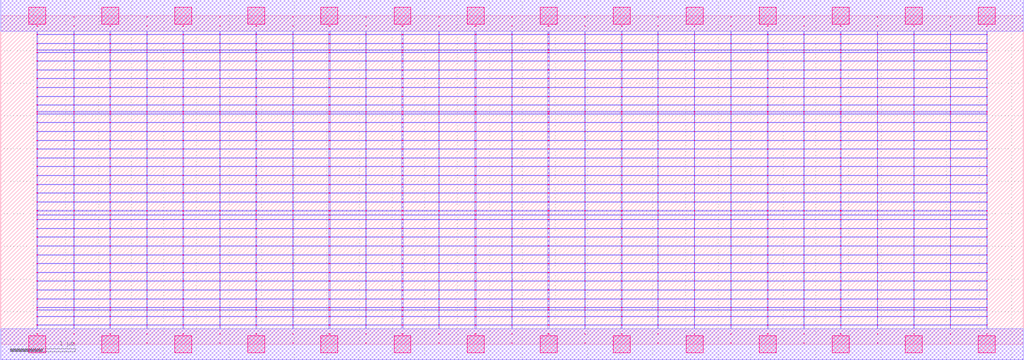
<source format=lef>
MACRO AAOAAOAOI221311_DEBUG
 CLASS CORE ;
 FOREIGN AAOAAOAOI221311_DEBUG 0 0 ;
 SIZE 15.68 BY 5.04 ;
 ORIGIN 0 0 ;
 SYMMETRY X Y R90 ;
 SITE unit ;

 OBS
    LAYER polycont ;
     RECT 7.83600000 0.15300000 7.84400000 0.16100000 ;
     RECT 7.83600000 0.28800000 7.84400000 0.29600000 ;
     RECT 7.83600000 0.42300000 7.84400000 0.43100000 ;
     RECT 7.83600000 0.52100000 7.84400000 0.52900000 ;
     RECT 7.83600000 0.55800000 7.84400000 0.56600000 ;
     RECT 7.83600000 0.69300000 7.84400000 0.70100000 ;
     RECT 7.83600000 0.82800000 7.84400000 0.83600000 ;
     RECT 7.83600000 0.96300000 7.84400000 0.97100000 ;
     RECT 7.83600000 1.09800000 7.84400000 1.10600000 ;
     RECT 7.83600000 1.23300000 7.84400000 1.24100000 ;
     RECT 7.83600000 1.36800000 7.84400000 1.37600000 ;
     RECT 7.83600000 1.50300000 7.84400000 1.51100000 ;
     RECT 7.83600000 1.63800000 7.84400000 1.64600000 ;
     RECT 7.83600000 1.77300000 7.84400000 1.78100000 ;
     RECT 7.83600000 1.90800000 7.84400000 1.91600000 ;
     RECT 7.83600000 1.98100000 7.84400000 1.98900000 ;
     RECT 7.83600000 2.04300000 7.84400000 2.05100000 ;
     RECT 7.83600000 2.17800000 7.84400000 2.18600000 ;
     RECT 7.83600000 2.31300000 7.84400000 2.32100000 ;
     RECT 7.83600000 2.44800000 7.84400000 2.45600000 ;
     RECT 7.83600000 2.58300000 7.84400000 2.59100000 ;
     RECT 7.83600000 2.71800000 7.84400000 2.72600000 ;
     RECT 7.83600000 2.85300000 7.84400000 2.86100000 ;
     RECT 7.83600000 2.98800000 7.84400000 2.99600000 ;
     RECT 13.43600000 3.79800000 13.44400000 3.80600000 ;
     RECT 13.99600000 3.79800000 14.00400000 3.80600000 ;
     RECT 14.55600000 3.79800000 14.56400000 3.80600000 ;
     RECT 15.11600000 3.79800000 15.12400000 3.80600000 ;
     RECT 13.43600000 3.93300000 13.44400000 3.94100000 ;
     RECT 13.99600000 3.93300000 14.00400000 3.94100000 ;
     RECT 14.55600000 3.93300000 14.56400000 3.94100000 ;
     RECT 15.11600000 3.93300000 15.12400000 3.94100000 ;
     RECT 13.43600000 4.06800000 13.44400000 4.07600000 ;
     RECT 13.99600000 4.06800000 14.00400000 4.07600000 ;
     RECT 14.55600000 4.06800000 14.56400000 4.07600000 ;
     RECT 15.11600000 4.06800000 15.12400000 4.07600000 ;
     RECT 13.43600000 4.20300000 13.44400000 4.21100000 ;
     RECT 13.99600000 4.20300000 14.00400000 4.21100000 ;
     RECT 14.55600000 4.20300000 14.56400000 4.21100000 ;
     RECT 15.11600000 4.20300000 15.12400000 4.21100000 ;
     RECT 13.43600000 4.33800000 13.44400000 4.34600000 ;
     RECT 13.99600000 4.33800000 14.00400000 4.34600000 ;
     RECT 14.55600000 4.33800000 14.56400000 4.34600000 ;
     RECT 15.11600000 4.33800000 15.12400000 4.34600000 ;
     RECT 13.43600000 4.47300000 13.44400000 4.48100000 ;
     RECT 13.99600000 4.47300000 14.00400000 4.48100000 ;
     RECT 14.55600000 4.47300000 14.56400000 4.48100000 ;
     RECT 15.11600000 4.47300000 15.12400000 4.48100000 ;
     RECT 13.43600000 4.51100000 13.44400000 4.51900000 ;
     RECT 13.99600000 4.51100000 14.00400000 4.51900000 ;
     RECT 14.55600000 4.51100000 14.56400000 4.51900000 ;
     RECT 15.11600000 4.51100000 15.12400000 4.51900000 ;
     RECT 13.43600000 4.60800000 13.44400000 4.61600000 ;
     RECT 13.99600000 4.60800000 14.00400000 4.61600000 ;
     RECT 14.55600000 4.60800000 14.56400000 4.61600000 ;
     RECT 15.11600000 4.60800000 15.12400000 4.61600000 ;
     RECT 13.43600000 4.74300000 13.44400000 4.75100000 ;
     RECT 13.99600000 4.74300000 14.00400000 4.75100000 ;
     RECT 14.55600000 4.74300000 14.56400000 4.75100000 ;
     RECT 15.11600000 4.74300000 15.12400000 4.75100000 ;
     RECT 13.43600000 4.87800000 13.44400000 4.88600000 ;
     RECT 13.99600000 4.87800000 14.00400000 4.88600000 ;
     RECT 14.55600000 4.87800000 14.56400000 4.88600000 ;
     RECT 15.11600000 4.87800000 15.12400000 4.88600000 ;
     RECT 10.07600000 4.74300000 10.08400000 4.75100000 ;
     RECT 10.07600000 4.47300000 10.08400000 4.48100000 ;
     RECT 10.07600000 4.33800000 10.08400000 4.34600000 ;
     RECT 10.07600000 3.93300000 10.08400000 3.94100000 ;
     RECT 10.07600000 4.60800000 10.08400000 4.61600000 ;
     RECT 10.07600000 4.87800000 10.08400000 4.88600000 ;
     RECT 10.07600000 4.06800000 10.08400000 4.07600000 ;
     RECT 10.07600000 3.79800000 10.08400000 3.80600000 ;
     RECT 10.07600000 4.51100000 10.08400000 4.51900000 ;
     RECT 10.07600000 4.20300000 10.08400000 4.21100000 ;
     RECT 9.51600000 2.98800000 9.52900000 2.99600000 ;
     RECT 10.07600000 2.98800000 10.08400000 2.99600000 ;
     RECT 10.63100000 2.98800000 10.64400000 2.99600000 ;
     RECT 11.19600000 2.98800000 11.20400000 2.99600000 ;
     RECT 10.07600000 3.12300000 10.08400000 3.13100000 ;
     RECT 10.07600000 3.25800000 10.08400000 3.26600000 ;
     RECT 10.07600000 3.39300000 10.08400000 3.40100000 ;
     RECT 10.07600000 3.52800000 10.08400000 3.53600000 ;
     RECT 10.07600000 3.56100000 10.08400000 3.56900000 ;
     RECT 10.07600000 3.66300000 10.08400000 3.67100000 ;
     RECT 10.07600000 2.58300000 10.08400000 2.59100000 ;
     RECT 10.63100000 2.58300000 10.64400000 2.59100000 ;
     RECT 11.19600000 2.58300000 11.20400000 2.59100000 ;
     RECT 8.39100000 2.58300000 8.40900000 2.59100000 ;
     RECT 8.39100000 2.71800000 8.40900000 2.72600000 ;
     RECT 8.95600000 2.71800000 8.96400000 2.72600000 ;
     RECT 9.51600000 2.71800000 9.52900000 2.72600000 ;
     RECT 10.07600000 2.71800000 10.08400000 2.72600000 ;
     RECT 10.63100000 2.71800000 10.64400000 2.72600000 ;
     RECT 11.19600000 2.71800000 11.20400000 2.72600000 ;
     RECT 8.95600000 2.58300000 8.96400000 2.59100000 ;
     RECT 8.39100000 2.85300000 8.40900000 2.86100000 ;
     RECT 8.95600000 2.85300000 8.96400000 2.86100000 ;
     RECT 9.51600000 2.85300000 9.52900000 2.86100000 ;
     RECT 10.07600000 2.85300000 10.08400000 2.86100000 ;
     RECT 10.63100000 2.85300000 10.64400000 2.86100000 ;
     RECT 11.19600000 2.85300000 11.20400000 2.86100000 ;
     RECT 9.51600000 2.58300000 9.52900000 2.59100000 ;
     RECT 8.39100000 2.98800000 8.40900000 2.99600000 ;
     RECT 8.95600000 2.98800000 8.96400000 2.99600000 ;
     RECT 14.55600000 3.66300000 14.56400000 3.67100000 ;
     RECT 15.11600000 3.66300000 15.12400000 3.67100000 ;
     RECT 15.11600000 2.58300000 15.12400000 2.59100000 ;
     RECT 11.75100000 2.85300000 11.76900000 2.86100000 ;
     RECT 12.31600000 2.85300000 12.32400000 2.86100000 ;
     RECT 12.87600000 2.85300000 12.88900000 2.86100000 ;
     RECT 13.43600000 2.85300000 13.44400000 2.86100000 ;
     RECT 13.99600000 2.85300000 14.00400000 2.86100000 ;
     RECT 14.55600000 2.85300000 14.56400000 2.86100000 ;
     RECT 15.11600000 2.85300000 15.12400000 2.86100000 ;
     RECT 11.75100000 2.71800000 11.76900000 2.72600000 ;
     RECT 12.31600000 2.71800000 12.32400000 2.72600000 ;
     RECT 12.87600000 2.71800000 12.88900000 2.72600000 ;
     RECT 13.43600000 2.71800000 13.44400000 2.72600000 ;
     RECT 13.99600000 2.71800000 14.00400000 2.72600000 ;
     RECT 14.55600000 2.71800000 14.56400000 2.72600000 ;
     RECT 15.11600000 2.71800000 15.12400000 2.72600000 ;
     RECT 11.75100000 2.98800000 11.76900000 2.99600000 ;
     RECT 12.31600000 2.98800000 12.32400000 2.99600000 ;
     RECT 12.87600000 2.98800000 12.88900000 2.99600000 ;
     RECT 13.43600000 2.98800000 13.44400000 2.99600000 ;
     RECT 13.99600000 2.98800000 14.00400000 2.99600000 ;
     RECT 14.55600000 2.98800000 14.56400000 2.99600000 ;
     RECT 15.11600000 2.98800000 15.12400000 2.99600000 ;
     RECT 11.75100000 2.58300000 11.76900000 2.59100000 ;
     RECT 13.43600000 3.12300000 13.44400000 3.13100000 ;
     RECT 13.99600000 3.12300000 14.00400000 3.13100000 ;
     RECT 14.55600000 3.12300000 14.56400000 3.13100000 ;
     RECT 15.11600000 3.12300000 15.12400000 3.13100000 ;
     RECT 12.31600000 2.58300000 12.32400000 2.59100000 ;
     RECT 13.43600000 3.25800000 13.44400000 3.26600000 ;
     RECT 13.99600000 3.25800000 14.00400000 3.26600000 ;
     RECT 14.55600000 3.25800000 14.56400000 3.26600000 ;
     RECT 15.11600000 3.25800000 15.12400000 3.26600000 ;
     RECT 12.87600000 2.58300000 12.88900000 2.59100000 ;
     RECT 13.43600000 3.39300000 13.44400000 3.40100000 ;
     RECT 13.99600000 3.39300000 14.00400000 3.40100000 ;
     RECT 14.55600000 3.39300000 14.56400000 3.40100000 ;
     RECT 15.11600000 3.39300000 15.12400000 3.40100000 ;
     RECT 13.43600000 2.58300000 13.44400000 2.59100000 ;
     RECT 13.43600000 3.52800000 13.44400000 3.53600000 ;
     RECT 13.99600000 3.52800000 14.00400000 3.53600000 ;
     RECT 14.55600000 3.52800000 14.56400000 3.53600000 ;
     RECT 15.11600000 3.52800000 15.12400000 3.53600000 ;
     RECT 13.99600000 2.58300000 14.00400000 2.59100000 ;
     RECT 13.43600000 3.56100000 13.44400000 3.56900000 ;
     RECT 13.99600000 3.56100000 14.00400000 3.56900000 ;
     RECT 14.55600000 3.56100000 14.56400000 3.56900000 ;
     RECT 15.11600000 3.56100000 15.12400000 3.56900000 ;
     RECT 14.55600000 2.58300000 14.56400000 2.59100000 ;
     RECT 13.43600000 3.66300000 13.44400000 3.67100000 ;
     RECT 13.99600000 3.66300000 14.00400000 3.67100000 ;
     RECT 2.23600000 2.98800000 2.24400000 2.99600000 ;
     RECT 2.79100000 2.98800000 2.80900000 2.99600000 ;
     RECT 3.35600000 2.98800000 3.36400000 2.99600000 ;
     RECT 3.91100000 2.98800000 3.92900000 2.99600000 ;
     RECT 4.47600000 2.98800000 4.48400000 2.99600000 ;
     RECT 5.03100000 2.98800000 5.04900000 2.99600000 ;
     RECT 5.59600000 2.98800000 5.60400000 2.99600000 ;
     RECT 6.15100000 2.98800000 6.16900000 2.99600000 ;
     RECT 6.71600000 2.98800000 6.72400000 2.99600000 ;
     RECT 7.27100000 2.98800000 7.28900000 2.99600000 ;
     RECT 2.23600000 2.58300000 2.24400000 2.59100000 ;
     RECT 2.79100000 2.58300000 2.80900000 2.59100000 ;
     RECT 3.35600000 2.58300000 3.36400000 2.59100000 ;
     RECT 3.91100000 2.58300000 3.92900000 2.59100000 ;
     RECT 4.47600000 2.58300000 4.48400000 2.59100000 ;
     RECT 5.03100000 2.58300000 5.04900000 2.59100000 ;
     RECT 5.59600000 2.58300000 5.60400000 2.59100000 ;
     RECT 6.15100000 2.58300000 6.16900000 2.59100000 ;
     RECT 6.71600000 2.58300000 6.72400000 2.59100000 ;
     RECT 7.27100000 2.58300000 7.28900000 2.59100000 ;
     RECT 0.55100000 2.58300000 0.56400000 2.59100000 ;
     RECT 0.55100000 2.71800000 0.56400000 2.72600000 ;
     RECT 0.55100000 2.85300000 0.56400000 2.86100000 ;
     RECT 1.11600000 2.85300000 1.12400000 2.86100000 ;
     RECT 1.67100000 2.85300000 1.68900000 2.86100000 ;
     RECT 2.23600000 2.85300000 2.24400000 2.86100000 ;
     RECT 2.79100000 2.85300000 2.80900000 2.86100000 ;
     RECT 3.35600000 2.85300000 3.36400000 2.86100000 ;
     RECT 3.91100000 2.85300000 3.92900000 2.86100000 ;
     RECT 4.47600000 2.85300000 4.48400000 2.86100000 ;
     RECT 5.03100000 2.85300000 5.04900000 2.86100000 ;
     RECT 5.59600000 2.85300000 5.60400000 2.86100000 ;
     RECT 6.15100000 2.85300000 6.16900000 2.86100000 ;
     RECT 6.71600000 2.85300000 6.72400000 2.86100000 ;
     RECT 7.27100000 2.85300000 7.28900000 2.86100000 ;
     RECT 1.11600000 2.71800000 1.12400000 2.72600000 ;
     RECT 1.67100000 2.71800000 1.68900000 2.72600000 ;
     RECT 2.23600000 2.71800000 2.24400000 2.72600000 ;
     RECT 2.79100000 2.71800000 2.80900000 2.72600000 ;
     RECT 3.35600000 2.71800000 3.36400000 2.72600000 ;
     RECT 3.91100000 2.71800000 3.92900000 2.72600000 ;
     RECT 4.47600000 2.71800000 4.48400000 2.72600000 ;
     RECT 5.03100000 2.71800000 5.04900000 2.72600000 ;
     RECT 5.59600000 2.71800000 5.60400000 2.72600000 ;
     RECT 6.15100000 2.71800000 6.16900000 2.72600000 ;
     RECT 6.71600000 2.71800000 6.72400000 2.72600000 ;
     RECT 7.27100000 2.71800000 7.28900000 2.72600000 ;
     RECT 1.11600000 2.58300000 1.12400000 2.59100000 ;
     RECT 1.67100000 2.58300000 1.68900000 2.59100000 ;
     RECT 0.55100000 2.98800000 0.56400000 2.99600000 ;
     RECT 1.11600000 2.98800000 1.12400000 2.99600000 ;
     RECT 1.67100000 2.98800000 1.68900000 2.99600000 ;
     RECT 4.47600000 1.90800000 4.48400000 1.91600000 ;
     RECT 4.47600000 0.96300000 4.48400000 0.97100000 ;
     RECT 4.47600000 1.98100000 4.48400000 1.98900000 ;
     RECT 4.47600000 0.15300000 4.48400000 0.16100000 ;
     RECT 4.47600000 2.04300000 4.48400000 2.05100000 ;
     RECT 4.47600000 1.09800000 4.48400000 1.10600000 ;
     RECT 4.47600000 2.17800000 4.48400000 2.18600000 ;
     RECT 4.47600000 0.55800000 4.48400000 0.56600000 ;
     RECT 4.47600000 2.31300000 4.48400000 2.32100000 ;
     RECT 4.47600000 1.23300000 4.48400000 1.24100000 ;
     RECT 4.47600000 2.44800000 4.48400000 2.45600000 ;
     RECT 4.47600000 0.42300000 4.48400000 0.43100000 ;
     RECT 4.47600000 1.36800000 4.48400000 1.37600000 ;
     RECT 4.47600000 0.69300000 4.48400000 0.70100000 ;
     RECT 4.47600000 1.50300000 4.48400000 1.51100000 ;
     RECT 4.47600000 0.28800000 4.48400000 0.29600000 ;
     RECT 4.47600000 1.63800000 4.48400000 1.64600000 ;
     RECT 4.47600000 0.82800000 4.48400000 0.83600000 ;
     RECT 4.47600000 1.77300000 4.48400000 1.78100000 ;
     RECT 4.47600000 0.52100000 4.48400000 0.52900000 ;
     RECT 13.43600000 1.36800000 13.44400000 1.37600000 ;
     RECT 13.43600000 0.28800000 13.44400000 0.29600000 ;
     RECT 13.43600000 2.04300000 13.44400000 2.05100000 ;
     RECT 13.43600000 0.96300000 13.44400000 0.97100000 ;
     RECT 13.43600000 1.50300000 13.44400000 1.51100000 ;
     RECT 13.43600000 2.17800000 13.44400000 2.18600000 ;
     RECT 13.43600000 0.52100000 13.44400000 0.52900000 ;
     RECT 13.43600000 0.69300000 13.44400000 0.70100000 ;
     RECT 13.43600000 2.31300000 13.44400000 2.32100000 ;
     RECT 13.43600000 1.63800000 13.44400000 1.64600000 ;
     RECT 13.43600000 1.09800000 13.44400000 1.10600000 ;
     RECT 13.43600000 2.44800000 13.44400000 2.45600000 ;
     RECT 13.43600000 0.42300000 13.44400000 0.43100000 ;
     RECT 13.43600000 1.77300000 13.44400000 1.78100000 ;
     RECT 13.43600000 0.15300000 13.44400000 0.16100000 ;
     RECT 13.43600000 1.23300000 13.44400000 1.24100000 ;
     RECT 13.43600000 1.90800000 13.44400000 1.91600000 ;
     RECT 13.43600000 0.82800000 13.44400000 0.83600000 ;
     RECT 13.43600000 0.55800000 13.44400000 0.56600000 ;
     RECT 13.43600000 1.98100000 13.44400000 1.98900000 ;

    LAYER pdiffc ;
     RECT 0.55100000 3.39300000 0.55900000 3.40100000 ;
     RECT 9.52100000 3.39300000 9.52900000 3.40100000 ;
     RECT 10.63100000 3.39300000 10.63900000 3.40100000 ;
     RECT 12.88100000 3.39300000 12.88900000 3.40100000 ;
     RECT 0.55100000 3.52800000 0.55900000 3.53600000 ;
     RECT 9.52100000 3.52800000 9.52900000 3.53600000 ;
     RECT 10.63100000 3.52800000 10.63900000 3.53600000 ;
     RECT 12.88100000 3.52800000 12.88900000 3.53600000 ;
     RECT 0.55100000 3.56100000 0.55900000 3.56900000 ;
     RECT 9.52100000 3.56100000 9.52900000 3.56900000 ;
     RECT 10.63100000 3.56100000 10.63900000 3.56900000 ;
     RECT 12.88100000 3.56100000 12.88900000 3.56900000 ;
     RECT 0.55100000 3.66300000 0.55900000 3.67100000 ;
     RECT 9.52100000 3.66300000 9.52900000 3.67100000 ;
     RECT 10.63100000 3.66300000 10.63900000 3.67100000 ;
     RECT 12.88100000 3.66300000 12.88900000 3.67100000 ;
     RECT 0.55100000 3.79800000 0.55900000 3.80600000 ;
     RECT 9.52100000 3.79800000 9.52900000 3.80600000 ;
     RECT 10.63100000 3.79800000 10.63900000 3.80600000 ;
     RECT 12.88100000 3.79800000 12.88900000 3.80600000 ;
     RECT 0.55100000 3.93300000 0.55900000 3.94100000 ;
     RECT 9.52100000 3.93300000 9.52900000 3.94100000 ;
     RECT 10.63100000 3.93300000 10.63900000 3.94100000 ;
     RECT 12.88100000 3.93300000 12.88900000 3.94100000 ;
     RECT 0.55100000 4.06800000 0.55900000 4.07600000 ;
     RECT 9.52100000 4.06800000 9.52900000 4.07600000 ;
     RECT 10.63100000 4.06800000 10.63900000 4.07600000 ;
     RECT 12.88100000 4.06800000 12.88900000 4.07600000 ;
     RECT 0.55100000 4.20300000 0.55900000 4.21100000 ;
     RECT 9.52100000 4.20300000 9.52900000 4.21100000 ;
     RECT 10.63100000 4.20300000 10.63900000 4.21100000 ;
     RECT 12.88100000 4.20300000 12.88900000 4.21100000 ;
     RECT 0.55100000 4.33800000 0.55900000 4.34600000 ;
     RECT 9.52100000 4.33800000 9.52900000 4.34600000 ;
     RECT 10.63100000 4.33800000 10.63900000 4.34600000 ;
     RECT 12.88100000 4.33800000 12.88900000 4.34600000 ;
     RECT 0.55100000 4.47300000 0.55900000 4.48100000 ;
     RECT 9.52100000 4.47300000 9.52900000 4.48100000 ;
     RECT 10.63100000 4.47300000 10.63900000 4.48100000 ;
     RECT 12.88100000 4.47300000 12.88900000 4.48100000 ;
     RECT 0.55100000 4.51100000 0.55900000 4.51900000 ;
     RECT 9.52100000 4.51100000 9.52900000 4.51900000 ;
     RECT 10.63100000 4.51100000 10.63900000 4.51900000 ;
     RECT 12.88100000 4.51100000 12.88900000 4.51900000 ;
     RECT 0.55100000 4.60800000 0.55900000 4.61600000 ;
     RECT 9.52100000 4.60800000 9.52900000 4.61600000 ;
     RECT 10.63100000 4.60800000 10.63900000 4.61600000 ;
     RECT 12.88100000 4.60800000 12.88900000 4.61600000 ;

    LAYER ndiffc ;
     RECT 11.75100000 0.42300000 11.76900000 0.43100000 ;
     RECT 12.87600000 0.42300000 12.88900000 0.43100000 ;
     RECT 13.99600000 0.42300000 14.00400000 0.43100000 ;
     RECT 15.11600000 0.42300000 15.12400000 0.43100000 ;
     RECT 11.75100000 0.52100000 11.76900000 0.52900000 ;
     RECT 12.87600000 0.52100000 12.88900000 0.52900000 ;
     RECT 13.99600000 0.52100000 14.00400000 0.52900000 ;
     RECT 15.11600000 0.52100000 15.12400000 0.52900000 ;
     RECT 11.75100000 0.55800000 11.76900000 0.56600000 ;
     RECT 12.87600000 0.55800000 12.88900000 0.56600000 ;
     RECT 13.99600000 0.55800000 14.00400000 0.56600000 ;
     RECT 15.11600000 0.55800000 15.12400000 0.56600000 ;
     RECT 11.75100000 0.69300000 11.76900000 0.70100000 ;
     RECT 12.87600000 0.69300000 12.88900000 0.70100000 ;
     RECT 13.99600000 0.69300000 14.00400000 0.70100000 ;
     RECT 15.11600000 0.69300000 15.12400000 0.70100000 ;
     RECT 11.75100000 0.82800000 11.76900000 0.83600000 ;
     RECT 12.87600000 0.82800000 12.88900000 0.83600000 ;
     RECT 13.99600000 0.82800000 14.00400000 0.83600000 ;
     RECT 15.11600000 0.82800000 15.12400000 0.83600000 ;
     RECT 11.75100000 0.96300000 11.76900000 0.97100000 ;
     RECT 12.87600000 0.96300000 12.88900000 0.97100000 ;
     RECT 13.99600000 0.96300000 14.00400000 0.97100000 ;
     RECT 15.11600000 0.96300000 15.12400000 0.97100000 ;
     RECT 11.75100000 1.09800000 11.76900000 1.10600000 ;
     RECT 12.87600000 1.09800000 12.88900000 1.10600000 ;
     RECT 13.99600000 1.09800000 14.00400000 1.10600000 ;
     RECT 15.11600000 1.09800000 15.12400000 1.10600000 ;
     RECT 11.75100000 1.23300000 11.76900000 1.24100000 ;
     RECT 12.87600000 1.23300000 12.88900000 1.24100000 ;
     RECT 13.99600000 1.23300000 14.00400000 1.24100000 ;
     RECT 15.11600000 1.23300000 15.12400000 1.24100000 ;
     RECT 11.75100000 1.36800000 11.76900000 1.37600000 ;
     RECT 12.87600000 1.36800000 12.88900000 1.37600000 ;
     RECT 13.99600000 1.36800000 14.00400000 1.37600000 ;
     RECT 15.11600000 1.36800000 15.12400000 1.37600000 ;
     RECT 11.75100000 1.50300000 11.76900000 1.51100000 ;
     RECT 12.87600000 1.50300000 12.88900000 1.51100000 ;
     RECT 13.99600000 1.50300000 14.00400000 1.51100000 ;
     RECT 15.11600000 1.50300000 15.12400000 1.51100000 ;
     RECT 11.75100000 1.63800000 11.76900000 1.64600000 ;
     RECT 12.87600000 1.63800000 12.88900000 1.64600000 ;
     RECT 13.99600000 1.63800000 14.00400000 1.64600000 ;
     RECT 15.11600000 1.63800000 15.12400000 1.64600000 ;
     RECT 11.75100000 1.77300000 11.76900000 1.78100000 ;
     RECT 12.87600000 1.77300000 12.88900000 1.78100000 ;
     RECT 13.99600000 1.77300000 14.00400000 1.78100000 ;
     RECT 15.11600000 1.77300000 15.12400000 1.78100000 ;
     RECT 11.75100000 1.90800000 11.76900000 1.91600000 ;
     RECT 12.87600000 1.90800000 12.88900000 1.91600000 ;
     RECT 13.99600000 1.90800000 14.00400000 1.91600000 ;
     RECT 15.11600000 1.90800000 15.12400000 1.91600000 ;
     RECT 11.75100000 1.98100000 11.76900000 1.98900000 ;
     RECT 12.87600000 1.98100000 12.88900000 1.98900000 ;
     RECT 13.99600000 1.98100000 14.00400000 1.98900000 ;
     RECT 15.11600000 1.98100000 15.12400000 1.98900000 ;
     RECT 11.75100000 2.04300000 11.76900000 2.05100000 ;
     RECT 12.87600000 2.04300000 12.88900000 2.05100000 ;
     RECT 13.99600000 2.04300000 14.00400000 2.05100000 ;
     RECT 15.11600000 2.04300000 15.12400000 2.05100000 ;
     RECT 10.63100000 0.52100000 10.64400000 0.52900000 ;
     RECT 9.51600000 0.42300000 9.52900000 0.43100000 ;
     RECT 8.39100000 0.96300000 8.40900000 0.97100000 ;
     RECT 8.39100000 1.50300000 8.40900000 1.51100000 ;
     RECT 9.51600000 1.50300000 9.52900000 1.51100000 ;
     RECT 10.63100000 1.50300000 10.64400000 1.51100000 ;
     RECT 9.51600000 0.96300000 9.52900000 0.97100000 ;
     RECT 10.63100000 0.96300000 10.64400000 0.97100000 ;
     RECT 10.63100000 0.42300000 10.64400000 0.43100000 ;
     RECT 8.39100000 0.69300000 8.40900000 0.70100000 ;
     RECT 8.39100000 1.63800000 8.40900000 1.64600000 ;
     RECT 9.51600000 1.63800000 9.52900000 1.64600000 ;
     RECT 10.63100000 1.63800000 10.64400000 1.64600000 ;
     RECT 9.51600000 0.69300000 9.52900000 0.70100000 ;
     RECT 10.63100000 0.69300000 10.64400000 0.70100000 ;
     RECT 8.39100000 1.09800000 8.40900000 1.10600000 ;
     RECT 9.51600000 1.09800000 9.52900000 1.10600000 ;
     RECT 8.39100000 1.77300000 8.40900000 1.78100000 ;
     RECT 9.51600000 1.77300000 9.52900000 1.78100000 ;
     RECT 10.63100000 1.77300000 10.64400000 1.78100000 ;
     RECT 10.63100000 1.09800000 10.64400000 1.10600000 ;
     RECT 8.39100000 0.42300000 8.40900000 0.43100000 ;
     RECT 8.39100000 0.52100000 8.40900000 0.52900000 ;
     RECT 8.39100000 0.55800000 8.40900000 0.56600000 ;
     RECT 8.39100000 1.90800000 8.40900000 1.91600000 ;
     RECT 9.51600000 1.90800000 9.52900000 1.91600000 ;
     RECT 10.63100000 1.90800000 10.64400000 1.91600000 ;
     RECT 9.51600000 0.55800000 9.52900000 0.56600000 ;
     RECT 8.39100000 1.23300000 8.40900000 1.24100000 ;
     RECT 9.51600000 1.23300000 9.52900000 1.24100000 ;
     RECT 10.63100000 1.23300000 10.64400000 1.24100000 ;
     RECT 8.39100000 1.98100000 8.40900000 1.98900000 ;
     RECT 9.51600000 1.98100000 9.52900000 1.98900000 ;
     RECT 10.63100000 1.98100000 10.64400000 1.98900000 ;
     RECT 8.39100000 0.82800000 8.40900000 0.83600000 ;
     RECT 9.51600000 0.82800000 9.52900000 0.83600000 ;
     RECT 10.63100000 0.82800000 10.64400000 0.83600000 ;
     RECT 10.63100000 0.55800000 10.64400000 0.56600000 ;
     RECT 8.39100000 2.04300000 8.40900000 2.05100000 ;
     RECT 9.51600000 2.04300000 9.52900000 2.05100000 ;
     RECT 10.63100000 2.04300000 10.64400000 2.05100000 ;
     RECT 8.39100000 1.36800000 8.40900000 1.37600000 ;
     RECT 9.51600000 1.36800000 9.52900000 1.37600000 ;
     RECT 10.63100000 1.36800000 10.64400000 1.37600000 ;
     RECT 9.51600000 0.52100000 9.52900000 0.52900000 ;
     RECT 5.03100000 0.42300000 5.04900000 0.43100000 ;
     RECT 6.15100000 0.42300000 6.16900000 0.43100000 ;
     RECT 7.27100000 0.42300000 7.28900000 0.43100000 ;
     RECT 5.03100000 1.36800000 5.04900000 1.37600000 ;
     RECT 6.15100000 1.36800000 6.16900000 1.37600000 ;
     RECT 7.27100000 1.36800000 7.28900000 1.37600000 ;
     RECT 5.03100000 0.82800000 5.04900000 0.83600000 ;
     RECT 6.15100000 0.82800000 6.16900000 0.83600000 ;
     RECT 7.27100000 0.82800000 7.28900000 0.83600000 ;
     RECT 5.03100000 1.50300000 5.04900000 1.51100000 ;
     RECT 6.15100000 1.50300000 6.16900000 1.51100000 ;
     RECT 7.27100000 1.50300000 7.28900000 1.51100000 ;
     RECT 5.03100000 0.55800000 5.04900000 0.56600000 ;
     RECT 6.15100000 0.55800000 6.16900000 0.56600000 ;
     RECT 7.27100000 0.55800000 7.28900000 0.56600000 ;
     RECT 5.03100000 1.63800000 5.04900000 1.64600000 ;
     RECT 6.15100000 1.63800000 6.16900000 1.64600000 ;
     RECT 7.27100000 1.63800000 7.28900000 1.64600000 ;
     RECT 5.03100000 0.96300000 5.04900000 0.97100000 ;
     RECT 6.15100000 0.96300000 6.16900000 0.97100000 ;
     RECT 7.27100000 0.96300000 7.28900000 0.97100000 ;
     RECT 5.03100000 1.77300000 5.04900000 1.78100000 ;
     RECT 6.15100000 1.77300000 6.16900000 1.78100000 ;
     RECT 7.27100000 1.77300000 7.28900000 1.78100000 ;
     RECT 5.03100000 0.52100000 5.04900000 0.52900000 ;
     RECT 6.15100000 0.52100000 6.16900000 0.52900000 ;
     RECT 7.27100000 0.52100000 7.28900000 0.52900000 ;
     RECT 5.03100000 1.90800000 5.04900000 1.91600000 ;
     RECT 6.15100000 1.90800000 6.16900000 1.91600000 ;
     RECT 7.27100000 1.90800000 7.28900000 1.91600000 ;
     RECT 5.03100000 1.09800000 5.04900000 1.10600000 ;
     RECT 6.15100000 1.09800000 6.16900000 1.10600000 ;
     RECT 7.27100000 1.09800000 7.28900000 1.10600000 ;
     RECT 5.03100000 1.98100000 5.04900000 1.98900000 ;
     RECT 6.15100000 1.98100000 6.16900000 1.98900000 ;
     RECT 7.27100000 1.98100000 7.28900000 1.98900000 ;
     RECT 5.03100000 0.69300000 5.04900000 0.70100000 ;
     RECT 6.15100000 0.69300000 6.16900000 0.70100000 ;
     RECT 7.27100000 0.69300000 7.28900000 0.70100000 ;
     RECT 5.03100000 2.04300000 5.04900000 2.05100000 ;
     RECT 6.15100000 2.04300000 6.16900000 2.05100000 ;
     RECT 7.27100000 2.04300000 7.28900000 2.05100000 ;
     RECT 5.03100000 1.23300000 5.04900000 1.24100000 ;
     RECT 6.15100000 1.23300000 6.16900000 1.24100000 ;
     RECT 7.27100000 1.23300000 7.28900000 1.24100000 ;
     RECT 3.91100000 0.96300000 3.92900000 0.97100000 ;
     RECT 2.79100000 0.42300000 2.80900000 0.43100000 ;
     RECT 0.55100000 1.36800000 0.56400000 1.37600000 ;
     RECT 1.67100000 1.36800000 1.68900000 1.37600000 ;
     RECT 0.55100000 1.77300000 0.56400000 1.78100000 ;
     RECT 1.67100000 1.77300000 1.68900000 1.78100000 ;
     RECT 2.79100000 1.77300000 2.80900000 1.78100000 ;
     RECT 3.91100000 1.77300000 3.92900000 1.78100000 ;
     RECT 0.55100000 1.50300000 0.56400000 1.51100000 ;
     RECT 1.67100000 1.50300000 1.68900000 1.51100000 ;
     RECT 2.79100000 1.50300000 2.80900000 1.51100000 ;
     RECT 0.55100000 0.52100000 0.56400000 0.52900000 ;
     RECT 1.67100000 0.52100000 1.68900000 0.52900000 ;
     RECT 2.79100000 0.52100000 2.80900000 0.52900000 ;
     RECT 3.91100000 0.52100000 3.92900000 0.52900000 ;
     RECT 3.91100000 1.50300000 3.92900000 1.51100000 ;
     RECT 2.79100000 1.36800000 2.80900000 1.37600000 ;
     RECT 3.91100000 1.36800000 3.92900000 1.37600000 ;
     RECT 0.55100000 1.90800000 0.56400000 1.91600000 ;
     RECT 1.67100000 1.90800000 1.68900000 1.91600000 ;
     RECT 2.79100000 1.90800000 2.80900000 1.91600000 ;
     RECT 3.91100000 1.90800000 3.92900000 1.91600000 ;
     RECT 3.91100000 0.42300000 3.92900000 0.43100000 ;
     RECT 0.55100000 0.55800000 0.56400000 0.56600000 ;
     RECT 1.67100000 0.55800000 1.68900000 0.56600000 ;
     RECT 0.55100000 1.09800000 0.56400000 1.10600000 ;
     RECT 1.67100000 1.09800000 1.68900000 1.10600000 ;
     RECT 2.79100000 1.09800000 2.80900000 1.10600000 ;
     RECT 3.91100000 1.09800000 3.92900000 1.10600000 ;
     RECT 2.79100000 0.55800000 2.80900000 0.56600000 ;
     RECT 3.91100000 0.55800000 3.92900000 0.56600000 ;
     RECT 0.55100000 0.42300000 0.56400000 0.43100000 ;
     RECT 0.55100000 1.98100000 0.56400000 1.98900000 ;
     RECT 1.67100000 1.98100000 1.68900000 1.98900000 ;
     RECT 2.79100000 1.98100000 2.80900000 1.98900000 ;
     RECT 3.91100000 1.98100000 3.92900000 1.98900000 ;
     RECT 1.67100000 0.42300000 1.68900000 0.43100000 ;
     RECT 0.55100000 0.82800000 0.56400000 0.83600000 ;
     RECT 0.55100000 1.63800000 0.56400000 1.64600000 ;
     RECT 0.55100000 0.69300000 0.56400000 0.70100000 ;
     RECT 1.67100000 0.69300000 1.68900000 0.70100000 ;
     RECT 2.79100000 0.69300000 2.80900000 0.70100000 ;
     RECT 3.91100000 0.69300000 3.92900000 0.70100000 ;
     RECT 1.67100000 1.63800000 1.68900000 1.64600000 ;
     RECT 2.79100000 1.63800000 2.80900000 1.64600000 ;
     RECT 3.91100000 1.63800000 3.92900000 1.64600000 ;
     RECT 0.55100000 2.04300000 0.56400000 2.05100000 ;
     RECT 1.67100000 2.04300000 1.68900000 2.05100000 ;
     RECT 2.79100000 2.04300000 2.80900000 2.05100000 ;
     RECT 3.91100000 2.04300000 3.92900000 2.05100000 ;
     RECT 1.67100000 0.82800000 1.68900000 0.83600000 ;
     RECT 2.79100000 0.82800000 2.80900000 0.83600000 ;
     RECT 3.91100000 0.82800000 3.92900000 0.83600000 ;
     RECT 0.55100000 1.23300000 0.56400000 1.24100000 ;
     RECT 1.67100000 1.23300000 1.68900000 1.24100000 ;
     RECT 2.79100000 1.23300000 2.80900000 1.24100000 ;
     RECT 3.91100000 1.23300000 3.92900000 1.24100000 ;
     RECT 0.55100000 0.96300000 0.56400000 0.97100000 ;
     RECT 1.67100000 0.96300000 1.68900000 0.97100000 ;
     RECT 2.79100000 0.96300000 2.80900000 0.97100000 ;

    LAYER met1 ;
     RECT 0.00000000 -0.24000000 15.68000000 0.24000000 ;
     RECT 7.83600000 0.24000000 7.84400000 0.28800000 ;
     RECT 0.55100000 0.28800000 15.12400000 0.29600000 ;
     RECT 7.83600000 0.29600000 7.84400000 0.42300000 ;
     RECT 0.55100000 0.42300000 15.12400000 0.43100000 ;
     RECT 7.83600000 0.43100000 7.84400000 0.52100000 ;
     RECT 0.55100000 0.52100000 15.12400000 0.52900000 ;
     RECT 7.83600000 0.52900000 7.84400000 0.55800000 ;
     RECT 0.55100000 0.55800000 15.12400000 0.56600000 ;
     RECT 7.83600000 0.56600000 7.84400000 0.69300000 ;
     RECT 0.55100000 0.69300000 15.12400000 0.70100000 ;
     RECT 7.83600000 0.70100000 7.84400000 0.82800000 ;
     RECT 0.55100000 0.82800000 15.12400000 0.83600000 ;
     RECT 7.83600000 0.83600000 7.84400000 0.96300000 ;
     RECT 0.55100000 0.96300000 15.12400000 0.97100000 ;
     RECT 7.83600000 0.97100000 7.84400000 1.09800000 ;
     RECT 0.55100000 1.09800000 15.12400000 1.10600000 ;
     RECT 7.83600000 1.10600000 7.84400000 1.23300000 ;
     RECT 0.55100000 1.23300000 15.12400000 1.24100000 ;
     RECT 7.83600000 1.24100000 7.84400000 1.36800000 ;
     RECT 0.55100000 1.36800000 15.12400000 1.37600000 ;
     RECT 7.83600000 1.37600000 7.84400000 1.50300000 ;
     RECT 0.55100000 1.50300000 15.12400000 1.51100000 ;
     RECT 7.83600000 1.51100000 7.84400000 1.63800000 ;
     RECT 0.55100000 1.63800000 15.12400000 1.64600000 ;
     RECT 7.83600000 1.64600000 7.84400000 1.77300000 ;
     RECT 0.55100000 1.77300000 15.12400000 1.78100000 ;
     RECT 7.83600000 1.78100000 7.84400000 1.90800000 ;
     RECT 0.55100000 1.90800000 15.12400000 1.91600000 ;
     RECT 7.83600000 1.91600000 7.84400000 1.98100000 ;
     RECT 0.55100000 1.98100000 15.12400000 1.98900000 ;
     RECT 7.83600000 1.98900000 7.84400000 2.04300000 ;
     RECT 0.55100000 2.04300000 15.12400000 2.05100000 ;
     RECT 7.83600000 2.05100000 7.84400000 2.17800000 ;
     RECT 0.55100000 2.17800000 15.12400000 2.18600000 ;
     RECT 7.83600000 2.18600000 7.84400000 2.31300000 ;
     RECT 0.55100000 2.31300000 15.12400000 2.32100000 ;
     RECT 7.83600000 2.32100000 7.84400000 2.44800000 ;
     RECT 0.55100000 2.44800000 15.12400000 2.45600000 ;
     RECT 0.55100000 2.45600000 0.56400000 2.58300000 ;
     RECT 1.11600000 2.45600000 1.12400000 2.58300000 ;
     RECT 1.67100000 2.45600000 1.68900000 2.58300000 ;
     RECT 2.23600000 2.45600000 2.24400000 2.58300000 ;
     RECT 2.79100000 2.45600000 2.80900000 2.58300000 ;
     RECT 3.35600000 2.45600000 3.36400000 2.58300000 ;
     RECT 3.91100000 2.45600000 3.92900000 2.58300000 ;
     RECT 4.47600000 2.45600000 4.48400000 2.58300000 ;
     RECT 5.03100000 2.45600000 5.04900000 2.58300000 ;
     RECT 5.59600000 2.45600000 5.60400000 2.58300000 ;
     RECT 6.15100000 2.45600000 6.16900000 2.58300000 ;
     RECT 6.71600000 2.45600000 6.72400000 2.58300000 ;
     RECT 7.27100000 2.45600000 7.28900000 2.58300000 ;
     RECT 7.83600000 2.45600000 7.84400000 2.58300000 ;
     RECT 8.39100000 2.45600000 8.40900000 2.58300000 ;
     RECT 8.95600000 2.45600000 8.96400000 2.58300000 ;
     RECT 9.51600000 2.45600000 9.52900000 2.58300000 ;
     RECT 10.07600000 2.45600000 10.08400000 2.58300000 ;
     RECT 10.63100000 2.45600000 10.64400000 2.58300000 ;
     RECT 11.19600000 2.45600000 11.20400000 2.58300000 ;
     RECT 11.75100000 2.45600000 11.76900000 2.58300000 ;
     RECT 12.31600000 2.45600000 12.32400000 2.58300000 ;
     RECT 12.87600000 2.45600000 12.88900000 2.58300000 ;
     RECT 13.43600000 2.45600000 13.44400000 2.58300000 ;
     RECT 13.99600000 2.45600000 14.00400000 2.58300000 ;
     RECT 14.55600000 2.45600000 14.56400000 2.58300000 ;
     RECT 15.11600000 2.45600000 15.12400000 2.58300000 ;
     RECT 0.55100000 2.58300000 15.12400000 2.59100000 ;
     RECT 7.83600000 2.59100000 7.84400000 2.71800000 ;
     RECT 0.55100000 2.71800000 15.12400000 2.72600000 ;
     RECT 7.83600000 2.72600000 7.84400000 2.85300000 ;
     RECT 0.55100000 2.85300000 15.12400000 2.86100000 ;
     RECT 7.83600000 2.86100000 7.84400000 2.98800000 ;
     RECT 0.55100000 2.98800000 15.12400000 2.99600000 ;
     RECT 7.83600000 2.99600000 7.84400000 3.12300000 ;
     RECT 0.55100000 3.12300000 15.12400000 3.13100000 ;
     RECT 7.83600000 3.13100000 7.84400000 3.25800000 ;
     RECT 0.55100000 3.25800000 15.12400000 3.26600000 ;
     RECT 7.83600000 3.26600000 7.84400000 3.39300000 ;
     RECT 0.55100000 3.39300000 15.12400000 3.40100000 ;
     RECT 7.83600000 3.40100000 7.84400000 3.52800000 ;
     RECT 0.55100000 3.52800000 15.12400000 3.53600000 ;
     RECT 7.83600000 3.53600000 7.84400000 3.56100000 ;
     RECT 0.55100000 3.56100000 15.12400000 3.56900000 ;
     RECT 7.83600000 3.56900000 7.84400000 3.66300000 ;
     RECT 0.55100000 3.66300000 15.12400000 3.67100000 ;
     RECT 7.83600000 3.67100000 7.84400000 3.79800000 ;
     RECT 0.55100000 3.79800000 15.12400000 3.80600000 ;
     RECT 7.83600000 3.80600000 7.84400000 3.93300000 ;
     RECT 0.55100000 3.93300000 15.12400000 3.94100000 ;
     RECT 7.83600000 3.94100000 7.84400000 4.06800000 ;
     RECT 0.55100000 4.06800000 15.12400000 4.07600000 ;
     RECT 7.83600000 4.07600000 7.84400000 4.20300000 ;
     RECT 0.55100000 4.20300000 15.12400000 4.21100000 ;
     RECT 7.83600000 4.21100000 7.84400000 4.33800000 ;
     RECT 0.55100000 4.33800000 15.12400000 4.34600000 ;
     RECT 7.83600000 4.34600000 7.84400000 4.47300000 ;
     RECT 0.55100000 4.47300000 15.12400000 4.48100000 ;
     RECT 7.83600000 4.48100000 7.84400000 4.51100000 ;
     RECT 0.55100000 4.51100000 15.12400000 4.51900000 ;
     RECT 7.83600000 4.51900000 7.84400000 4.60800000 ;
     RECT 0.55100000 4.60800000 15.12400000 4.61600000 ;
     RECT 7.83600000 4.61600000 7.84400000 4.74300000 ;
     RECT 0.55100000 4.74300000 15.12400000 4.75100000 ;
     RECT 7.83600000 4.75100000 7.84400000 4.80000000 ;
     RECT 0.00000000 4.80000000 15.68000000 5.28000000 ;
     RECT 11.75100000 2.99600000 11.76900000 3.12300000 ;
     RECT 11.75100000 2.59100000 11.76900000 2.71800000 ;
     RECT 11.75100000 3.13100000 11.76900000 3.25800000 ;
     RECT 11.75100000 3.26600000 11.76900000 3.39300000 ;
     RECT 11.75100000 3.40100000 11.76900000 3.52800000 ;
     RECT 11.75100000 3.53600000 11.76900000 3.56100000 ;
     RECT 11.75100000 3.56900000 11.76900000 3.66300000 ;
     RECT 11.75100000 3.67100000 11.76900000 3.79800000 ;
     RECT 8.39100000 3.80600000 8.40900000 3.93300000 ;
     RECT 8.95600000 3.80600000 8.96400000 3.93300000 ;
     RECT 9.51600000 3.80600000 9.52900000 3.93300000 ;
     RECT 10.07600000 3.80600000 10.08400000 3.93300000 ;
     RECT 10.63100000 3.80600000 10.64400000 3.93300000 ;
     RECT 11.19600000 3.80600000 11.20400000 3.93300000 ;
     RECT 11.75100000 3.80600000 11.76900000 3.93300000 ;
     RECT 12.31600000 3.80600000 12.32400000 3.93300000 ;
     RECT 12.87600000 3.80600000 12.88900000 3.93300000 ;
     RECT 13.43600000 3.80600000 13.44400000 3.93300000 ;
     RECT 13.99600000 3.80600000 14.00400000 3.93300000 ;
     RECT 14.55600000 3.80600000 14.56400000 3.93300000 ;
     RECT 15.11600000 3.80600000 15.12400000 3.93300000 ;
     RECT 11.75100000 2.72600000 11.76900000 2.85300000 ;
     RECT 11.75100000 3.94100000 11.76900000 4.06800000 ;
     RECT 11.75100000 4.07600000 11.76900000 4.20300000 ;
     RECT 11.75100000 4.21100000 11.76900000 4.33800000 ;
     RECT 11.75100000 4.34600000 11.76900000 4.47300000 ;
     RECT 11.75100000 4.48100000 11.76900000 4.51100000 ;
     RECT 11.75100000 4.51900000 11.76900000 4.60800000 ;
     RECT 11.75100000 4.61600000 11.76900000 4.74300000 ;
     RECT 11.75100000 4.75100000 11.76900000 4.80000000 ;
     RECT 11.75100000 2.86100000 11.76900000 2.98800000 ;
     RECT 12.87600000 4.07600000 12.88900000 4.20300000 ;
     RECT 13.43600000 4.07600000 13.44400000 4.20300000 ;
     RECT 13.99600000 4.07600000 14.00400000 4.20300000 ;
     RECT 14.55600000 4.07600000 14.56400000 4.20300000 ;
     RECT 15.11600000 4.07600000 15.12400000 4.20300000 ;
     RECT 12.87600000 3.94100000 12.88900000 4.06800000 ;
     RECT 12.31600000 4.21100000 12.32400000 4.33800000 ;
     RECT 12.87600000 4.21100000 12.88900000 4.33800000 ;
     RECT 13.43600000 4.21100000 13.44400000 4.33800000 ;
     RECT 13.99600000 4.21100000 14.00400000 4.33800000 ;
     RECT 14.55600000 4.21100000 14.56400000 4.33800000 ;
     RECT 15.11600000 4.21100000 15.12400000 4.33800000 ;
     RECT 13.43600000 3.94100000 13.44400000 4.06800000 ;
     RECT 12.31600000 4.34600000 12.32400000 4.47300000 ;
     RECT 12.87600000 4.34600000 12.88900000 4.47300000 ;
     RECT 13.43600000 4.34600000 13.44400000 4.47300000 ;
     RECT 13.99600000 4.34600000 14.00400000 4.47300000 ;
     RECT 14.55600000 4.34600000 14.56400000 4.47300000 ;
     RECT 15.11600000 4.34600000 15.12400000 4.47300000 ;
     RECT 13.99600000 3.94100000 14.00400000 4.06800000 ;
     RECT 12.31600000 4.48100000 12.32400000 4.51100000 ;
     RECT 12.87600000 4.48100000 12.88900000 4.51100000 ;
     RECT 13.43600000 4.48100000 13.44400000 4.51100000 ;
     RECT 13.99600000 4.48100000 14.00400000 4.51100000 ;
     RECT 14.55600000 4.48100000 14.56400000 4.51100000 ;
     RECT 15.11600000 4.48100000 15.12400000 4.51100000 ;
     RECT 14.55600000 3.94100000 14.56400000 4.06800000 ;
     RECT 12.31600000 4.51900000 12.32400000 4.60800000 ;
     RECT 12.87600000 4.51900000 12.88900000 4.60800000 ;
     RECT 13.43600000 4.51900000 13.44400000 4.60800000 ;
     RECT 13.99600000 4.51900000 14.00400000 4.60800000 ;
     RECT 14.55600000 4.51900000 14.56400000 4.60800000 ;
     RECT 15.11600000 4.51900000 15.12400000 4.60800000 ;
     RECT 15.11600000 3.94100000 15.12400000 4.06800000 ;
     RECT 12.31600000 4.61600000 12.32400000 4.74300000 ;
     RECT 12.87600000 4.61600000 12.88900000 4.74300000 ;
     RECT 13.43600000 4.61600000 13.44400000 4.74300000 ;
     RECT 13.99600000 4.61600000 14.00400000 4.74300000 ;
     RECT 14.55600000 4.61600000 14.56400000 4.74300000 ;
     RECT 15.11600000 4.61600000 15.12400000 4.74300000 ;
     RECT 12.31600000 3.94100000 12.32400000 4.06800000 ;
     RECT 12.31600000 4.75100000 12.32400000 4.80000000 ;
     RECT 12.87600000 4.75100000 12.88900000 4.80000000 ;
     RECT 13.43600000 4.75100000 13.44400000 4.80000000 ;
     RECT 13.99600000 4.75100000 14.00400000 4.80000000 ;
     RECT 14.55600000 4.75100000 14.56400000 4.80000000 ;
     RECT 15.11600000 4.75100000 15.12400000 4.80000000 ;
     RECT 12.31600000 4.07600000 12.32400000 4.20300000 ;
     RECT 11.19600000 4.48100000 11.20400000 4.51100000 ;
     RECT 9.51600000 4.21100000 9.52900000 4.33800000 ;
     RECT 10.07600000 4.21100000 10.08400000 4.33800000 ;
     RECT 10.63100000 4.21100000 10.64400000 4.33800000 ;
     RECT 11.19600000 4.21100000 11.20400000 4.33800000 ;
     RECT 8.95600000 4.07600000 8.96400000 4.20300000 ;
     RECT 9.51600000 4.07600000 9.52900000 4.20300000 ;
     RECT 10.07600000 4.07600000 10.08400000 4.20300000 ;
     RECT 8.39100000 4.51900000 8.40900000 4.60800000 ;
     RECT 8.95600000 4.51900000 8.96400000 4.60800000 ;
     RECT 9.51600000 4.51900000 9.52900000 4.60800000 ;
     RECT 10.07600000 4.51900000 10.08400000 4.60800000 ;
     RECT 10.63100000 4.51900000 10.64400000 4.60800000 ;
     RECT 11.19600000 4.51900000 11.20400000 4.60800000 ;
     RECT 10.63100000 4.07600000 10.64400000 4.20300000 ;
     RECT 11.19600000 4.07600000 11.20400000 4.20300000 ;
     RECT 8.95600000 3.94100000 8.96400000 4.06800000 ;
     RECT 9.51600000 3.94100000 9.52900000 4.06800000 ;
     RECT 8.39100000 4.34600000 8.40900000 4.47300000 ;
     RECT 8.95600000 4.34600000 8.96400000 4.47300000 ;
     RECT 9.51600000 4.34600000 9.52900000 4.47300000 ;
     RECT 8.39100000 4.61600000 8.40900000 4.74300000 ;
     RECT 8.95600000 4.61600000 8.96400000 4.74300000 ;
     RECT 9.51600000 4.61600000 9.52900000 4.74300000 ;
     RECT 10.07600000 4.61600000 10.08400000 4.74300000 ;
     RECT 10.63100000 4.61600000 10.64400000 4.74300000 ;
     RECT 11.19600000 4.61600000 11.20400000 4.74300000 ;
     RECT 10.07600000 4.34600000 10.08400000 4.47300000 ;
     RECT 10.63100000 4.34600000 10.64400000 4.47300000 ;
     RECT 11.19600000 4.34600000 11.20400000 4.47300000 ;
     RECT 10.07600000 3.94100000 10.08400000 4.06800000 ;
     RECT 10.63100000 3.94100000 10.64400000 4.06800000 ;
     RECT 11.19600000 3.94100000 11.20400000 4.06800000 ;
     RECT 8.39100000 3.94100000 8.40900000 4.06800000 ;
     RECT 8.39100000 4.75100000 8.40900000 4.80000000 ;
     RECT 8.95600000 4.75100000 8.96400000 4.80000000 ;
     RECT 9.51600000 4.75100000 9.52900000 4.80000000 ;
     RECT 10.07600000 4.75100000 10.08400000 4.80000000 ;
     RECT 10.63100000 4.75100000 10.64400000 4.80000000 ;
     RECT 11.19600000 4.75100000 11.20400000 4.80000000 ;
     RECT 8.39100000 4.07600000 8.40900000 4.20300000 ;
     RECT 8.39100000 4.21100000 8.40900000 4.33800000 ;
     RECT 8.95600000 4.21100000 8.96400000 4.33800000 ;
     RECT 8.39100000 4.48100000 8.40900000 4.51100000 ;
     RECT 8.95600000 4.48100000 8.96400000 4.51100000 ;
     RECT 9.51600000 4.48100000 9.52900000 4.51100000 ;
     RECT 10.07600000 4.48100000 10.08400000 4.51100000 ;
     RECT 10.63100000 4.48100000 10.64400000 4.51100000 ;
     RECT 10.07600000 2.59100000 10.08400000 2.71800000 ;
     RECT 11.19600000 3.26600000 11.20400000 3.39300000 ;
     RECT 8.95600000 2.99600000 8.96400000 3.12300000 ;
     RECT 8.39100000 3.40100000 8.40900000 3.52800000 ;
     RECT 8.95600000 3.40100000 8.96400000 3.52800000 ;
     RECT 9.51600000 3.40100000 9.52900000 3.52800000 ;
     RECT 10.07600000 3.40100000 10.08400000 3.52800000 ;
     RECT 10.63100000 3.40100000 10.64400000 3.52800000 ;
     RECT 11.19600000 3.40100000 11.20400000 3.52800000 ;
     RECT 9.51600000 2.99600000 9.52900000 3.12300000 ;
     RECT 8.39100000 2.59100000 8.40900000 2.71800000 ;
     RECT 8.39100000 3.53600000 8.40900000 3.56100000 ;
     RECT 8.95600000 3.53600000 8.96400000 3.56100000 ;
     RECT 9.51600000 3.53600000 9.52900000 3.56100000 ;
     RECT 8.39100000 2.86100000 8.40900000 2.98800000 ;
     RECT 8.95600000 2.86100000 8.96400000 2.98800000 ;
     RECT 10.07600000 3.53600000 10.08400000 3.56100000 ;
     RECT 10.63100000 3.53600000 10.64400000 3.56100000 ;
     RECT 11.19600000 3.53600000 11.20400000 3.56100000 ;
     RECT 10.07600000 2.99600000 10.08400000 3.12300000 ;
     RECT 8.95600000 2.59100000 8.96400000 2.71800000 ;
     RECT 8.39100000 2.72600000 8.40900000 2.85300000 ;
     RECT 8.39100000 3.56900000 8.40900000 3.66300000 ;
     RECT 8.95600000 3.56900000 8.96400000 3.66300000 ;
     RECT 9.51600000 3.56900000 9.52900000 3.66300000 ;
     RECT 10.07600000 3.56900000 10.08400000 3.66300000 ;
     RECT 10.63100000 3.56900000 10.64400000 3.66300000 ;
     RECT 11.19600000 3.56900000 11.20400000 3.66300000 ;
     RECT 10.63100000 2.99600000 10.64400000 3.12300000 ;
     RECT 9.51600000 2.86100000 9.52900000 2.98800000 ;
     RECT 10.07600000 2.86100000 10.08400000 2.98800000 ;
     RECT 8.95600000 2.72600000 8.96400000 2.85300000 ;
     RECT 9.51600000 2.72600000 9.52900000 2.85300000 ;
     RECT 8.39100000 3.67100000 8.40900000 3.79800000 ;
     RECT 8.95600000 3.67100000 8.96400000 3.79800000 ;
     RECT 9.51600000 3.67100000 9.52900000 3.79800000 ;
     RECT 10.07600000 3.67100000 10.08400000 3.79800000 ;
     RECT 10.63100000 3.67100000 10.64400000 3.79800000 ;
     RECT 11.19600000 3.67100000 11.20400000 3.79800000 ;
     RECT 11.19600000 2.99600000 11.20400000 3.12300000 ;
     RECT 10.07600000 2.72600000 10.08400000 2.85300000 ;
     RECT 10.63100000 2.72600000 10.64400000 2.85300000 ;
     RECT 10.63100000 2.59100000 10.64400000 2.71800000 ;
     RECT 11.19600000 2.59100000 11.20400000 2.71800000 ;
     RECT 10.63100000 2.86100000 10.64400000 2.98800000 ;
     RECT 11.19600000 2.86100000 11.20400000 2.98800000 ;
     RECT 8.39100000 3.13100000 8.40900000 3.25800000 ;
     RECT 8.95600000 3.13100000 8.96400000 3.25800000 ;
     RECT 9.51600000 3.13100000 9.52900000 3.25800000 ;
     RECT 10.07600000 3.13100000 10.08400000 3.25800000 ;
     RECT 10.63100000 3.13100000 10.64400000 3.25800000 ;
     RECT 11.19600000 3.13100000 11.20400000 3.25800000 ;
     RECT 8.39100000 2.99600000 8.40900000 3.12300000 ;
     RECT 8.39100000 3.26600000 8.40900000 3.39300000 ;
     RECT 8.95600000 3.26600000 8.96400000 3.39300000 ;
     RECT 9.51600000 3.26600000 9.52900000 3.39300000 ;
     RECT 10.07600000 3.26600000 10.08400000 3.39300000 ;
     RECT 11.19600000 2.72600000 11.20400000 2.85300000 ;
     RECT 10.63100000 3.26600000 10.64400000 3.39300000 ;
     RECT 9.51600000 2.59100000 9.52900000 2.71800000 ;
     RECT 13.43600000 2.59100000 13.44400000 2.71800000 ;
     RECT 13.43600000 2.99600000 13.44400000 3.12300000 ;
     RECT 12.31600000 3.53600000 12.32400000 3.56100000 ;
     RECT 12.87600000 3.53600000 12.88900000 3.56100000 ;
     RECT 13.43600000 3.53600000 13.44400000 3.56100000 ;
     RECT 13.99600000 3.53600000 14.00400000 3.56100000 ;
     RECT 14.55600000 3.53600000 14.56400000 3.56100000 ;
     RECT 15.11600000 3.53600000 15.12400000 3.56100000 ;
     RECT 13.99600000 2.99600000 14.00400000 3.12300000 ;
     RECT 14.55600000 2.99600000 14.56400000 3.12300000 ;
     RECT 15.11600000 2.99600000 15.12400000 3.12300000 ;
     RECT 13.99600000 2.86100000 14.00400000 2.98800000 ;
     RECT 12.31600000 2.59100000 12.32400000 2.71800000 ;
     RECT 14.55600000 2.86100000 14.56400000 2.98800000 ;
     RECT 12.31600000 2.72600000 12.32400000 2.85300000 ;
     RECT 12.87600000 2.72600000 12.88900000 2.85300000 ;
     RECT 12.31600000 3.26600000 12.32400000 3.39300000 ;
     RECT 12.87600000 3.26600000 12.88900000 3.39300000 ;
     RECT 13.43600000 3.26600000 13.44400000 3.39300000 ;
     RECT 12.31600000 3.56900000 12.32400000 3.66300000 ;
     RECT 12.87600000 3.56900000 12.88900000 3.66300000 ;
     RECT 13.43600000 3.56900000 13.44400000 3.66300000 ;
     RECT 13.99600000 3.56900000 14.00400000 3.66300000 ;
     RECT 14.55600000 3.56900000 14.56400000 3.66300000 ;
     RECT 15.11600000 3.56900000 15.12400000 3.66300000 ;
     RECT 13.99600000 3.26600000 14.00400000 3.39300000 ;
     RECT 14.55600000 3.26600000 14.56400000 3.39300000 ;
     RECT 15.11600000 3.26600000 15.12400000 3.39300000 ;
     RECT 13.99600000 2.59100000 14.00400000 2.71800000 ;
     RECT 13.43600000 2.72600000 13.44400000 2.85300000 ;
     RECT 13.99600000 2.72600000 14.00400000 2.85300000 ;
     RECT 14.55600000 2.59100000 14.56400000 2.71800000 ;
     RECT 15.11600000 2.86100000 15.12400000 2.98800000 ;
     RECT 12.31600000 2.86100000 12.32400000 2.98800000 ;
     RECT 12.87600000 2.86100000 12.88900000 2.98800000 ;
     RECT 13.43600000 2.86100000 13.44400000 2.98800000 ;
     RECT 12.31600000 3.67100000 12.32400000 3.79800000 ;
     RECT 12.87600000 3.67100000 12.88900000 3.79800000 ;
     RECT 13.43600000 3.67100000 13.44400000 3.79800000 ;
     RECT 13.99600000 3.67100000 14.00400000 3.79800000 ;
     RECT 14.55600000 3.67100000 14.56400000 3.79800000 ;
     RECT 15.11600000 3.67100000 15.12400000 3.79800000 ;
     RECT 12.31600000 2.99600000 12.32400000 3.12300000 ;
     RECT 12.87600000 2.99600000 12.88900000 3.12300000 ;
     RECT 14.55600000 2.72600000 14.56400000 2.85300000 ;
     RECT 15.11600000 2.72600000 15.12400000 2.85300000 ;
     RECT 12.31600000 3.13100000 12.32400000 3.25800000 ;
     RECT 12.31600000 3.40100000 12.32400000 3.52800000 ;
     RECT 12.87600000 3.40100000 12.88900000 3.52800000 ;
     RECT 13.43600000 3.40100000 13.44400000 3.52800000 ;
     RECT 13.99600000 3.40100000 14.00400000 3.52800000 ;
     RECT 14.55600000 3.40100000 14.56400000 3.52800000 ;
     RECT 15.11600000 3.40100000 15.12400000 3.52800000 ;
     RECT 15.11600000 2.59100000 15.12400000 2.71800000 ;
     RECT 12.87600000 3.13100000 12.88900000 3.25800000 ;
     RECT 13.43600000 3.13100000 13.44400000 3.25800000 ;
     RECT 13.99600000 3.13100000 14.00400000 3.25800000 ;
     RECT 14.55600000 3.13100000 14.56400000 3.25800000 ;
     RECT 15.11600000 3.13100000 15.12400000 3.25800000 ;
     RECT 12.87600000 2.59100000 12.88900000 2.71800000 ;
     RECT 3.35600000 3.80600000 3.36400000 3.93300000 ;
     RECT 3.91100000 3.80600000 3.92900000 3.93300000 ;
     RECT 4.47600000 3.80600000 4.48400000 3.93300000 ;
     RECT 5.03100000 3.80600000 5.04900000 3.93300000 ;
     RECT 5.59600000 3.80600000 5.60400000 3.93300000 ;
     RECT 6.15100000 3.80600000 6.16900000 3.93300000 ;
     RECT 6.71600000 3.80600000 6.72400000 3.93300000 ;
     RECT 7.27100000 3.80600000 7.28900000 3.93300000 ;
     RECT 3.91100000 3.94100000 3.92900000 4.06800000 ;
     RECT 3.91100000 3.40100000 3.92900000 3.52800000 ;
     RECT 3.91100000 4.07600000 3.92900000 4.20300000 ;
     RECT 3.91100000 2.99600000 3.92900000 3.12300000 ;
     RECT 3.91100000 2.59100000 3.92900000 2.71800000 ;
     RECT 3.91100000 4.21100000 3.92900000 4.33800000 ;
     RECT 3.91100000 3.53600000 3.92900000 3.56100000 ;
     RECT 3.91100000 4.34600000 3.92900000 4.47300000 ;
     RECT 3.91100000 3.13100000 3.92900000 3.25800000 ;
     RECT 3.91100000 4.48100000 3.92900000 4.51100000 ;
     RECT 3.91100000 3.56900000 3.92900000 3.66300000 ;
     RECT 3.91100000 4.51900000 3.92900000 4.60800000 ;
     RECT 3.91100000 2.86100000 3.92900000 2.98800000 ;
     RECT 3.91100000 4.61600000 3.92900000 4.74300000 ;
     RECT 3.91100000 3.67100000 3.92900000 3.79800000 ;
     RECT 3.91100000 2.72600000 3.92900000 2.85300000 ;
     RECT 3.91100000 4.75100000 3.92900000 4.80000000 ;
     RECT 3.91100000 3.26600000 3.92900000 3.39300000 ;
     RECT 0.55100000 3.80600000 0.56400000 3.93300000 ;
     RECT 1.11600000 3.80600000 1.12400000 3.93300000 ;
     RECT 1.67100000 3.80600000 1.68900000 3.93300000 ;
     RECT 2.23600000 3.80600000 2.24400000 3.93300000 ;
     RECT 2.79100000 3.80600000 2.80900000 3.93300000 ;
     RECT 7.27100000 4.21100000 7.28900000 4.33800000 ;
     RECT 7.27100000 3.94100000 7.28900000 4.06800000 ;
     RECT 4.47600000 3.94100000 4.48400000 4.06800000 ;
     RECT 4.47600000 4.34600000 4.48400000 4.47300000 ;
     RECT 5.03100000 4.34600000 5.04900000 4.47300000 ;
     RECT 5.59600000 4.34600000 5.60400000 4.47300000 ;
     RECT 6.15100000 4.34600000 6.16900000 4.47300000 ;
     RECT 6.71600000 4.34600000 6.72400000 4.47300000 ;
     RECT 7.27100000 4.34600000 7.28900000 4.47300000 ;
     RECT 5.03100000 3.94100000 5.04900000 4.06800000 ;
     RECT 4.47600000 4.07600000 4.48400000 4.20300000 ;
     RECT 4.47600000 4.48100000 4.48400000 4.51100000 ;
     RECT 5.03100000 4.48100000 5.04900000 4.51100000 ;
     RECT 5.59600000 4.48100000 5.60400000 4.51100000 ;
     RECT 6.15100000 4.48100000 6.16900000 4.51100000 ;
     RECT 6.71600000 4.48100000 6.72400000 4.51100000 ;
     RECT 7.27100000 4.48100000 7.28900000 4.51100000 ;
     RECT 5.03100000 4.07600000 5.04900000 4.20300000 ;
     RECT 5.59600000 4.07600000 5.60400000 4.20300000 ;
     RECT 4.47600000 4.51900000 4.48400000 4.60800000 ;
     RECT 5.03100000 4.51900000 5.04900000 4.60800000 ;
     RECT 5.59600000 4.51900000 5.60400000 4.60800000 ;
     RECT 6.15100000 4.51900000 6.16900000 4.60800000 ;
     RECT 6.71600000 4.51900000 6.72400000 4.60800000 ;
     RECT 7.27100000 4.51900000 7.28900000 4.60800000 ;
     RECT 6.15100000 4.07600000 6.16900000 4.20300000 ;
     RECT 6.71600000 4.07600000 6.72400000 4.20300000 ;
     RECT 4.47600000 4.61600000 4.48400000 4.74300000 ;
     RECT 5.03100000 4.61600000 5.04900000 4.74300000 ;
     RECT 5.59600000 4.61600000 5.60400000 4.74300000 ;
     RECT 6.15100000 4.61600000 6.16900000 4.74300000 ;
     RECT 6.71600000 4.61600000 6.72400000 4.74300000 ;
     RECT 7.27100000 4.61600000 7.28900000 4.74300000 ;
     RECT 7.27100000 4.07600000 7.28900000 4.20300000 ;
     RECT 5.59600000 3.94100000 5.60400000 4.06800000 ;
     RECT 6.15100000 3.94100000 6.16900000 4.06800000 ;
     RECT 4.47600000 4.75100000 4.48400000 4.80000000 ;
     RECT 5.03100000 4.75100000 5.04900000 4.80000000 ;
     RECT 5.59600000 4.75100000 5.60400000 4.80000000 ;
     RECT 6.15100000 4.75100000 6.16900000 4.80000000 ;
     RECT 6.71600000 4.75100000 6.72400000 4.80000000 ;
     RECT 7.27100000 4.75100000 7.28900000 4.80000000 ;
     RECT 6.71600000 3.94100000 6.72400000 4.06800000 ;
     RECT 4.47600000 4.21100000 4.48400000 4.33800000 ;
     RECT 5.03100000 4.21100000 5.04900000 4.33800000 ;
     RECT 5.59600000 4.21100000 5.60400000 4.33800000 ;
     RECT 6.15100000 4.21100000 6.16900000 4.33800000 ;
     RECT 6.71600000 4.21100000 6.72400000 4.33800000 ;
     RECT 0.55100000 4.51900000 0.56400000 4.60800000 ;
     RECT 1.11600000 4.51900000 1.12400000 4.60800000 ;
     RECT 1.67100000 4.51900000 1.68900000 4.60800000 ;
     RECT 2.23600000 4.51900000 2.24400000 4.60800000 ;
     RECT 2.79100000 4.51900000 2.80900000 4.60800000 ;
     RECT 3.35600000 4.51900000 3.36400000 4.60800000 ;
     RECT 3.35600000 3.94100000 3.36400000 4.06800000 ;
     RECT 0.55100000 3.94100000 0.56400000 4.06800000 ;
     RECT 0.55100000 4.34600000 0.56400000 4.47300000 ;
     RECT 1.11600000 4.34600000 1.12400000 4.47300000 ;
     RECT 1.67100000 4.34600000 1.68900000 4.47300000 ;
     RECT 2.23600000 4.34600000 2.24400000 4.47300000 ;
     RECT 2.79100000 4.34600000 2.80900000 4.47300000 ;
     RECT 3.35600000 4.34600000 3.36400000 4.47300000 ;
     RECT 0.55100000 4.61600000 0.56400000 4.74300000 ;
     RECT 1.11600000 4.61600000 1.12400000 4.74300000 ;
     RECT 1.67100000 4.61600000 1.68900000 4.74300000 ;
     RECT 2.23600000 4.61600000 2.24400000 4.74300000 ;
     RECT 2.79100000 4.61600000 2.80900000 4.74300000 ;
     RECT 3.35600000 4.61600000 3.36400000 4.74300000 ;
     RECT 1.11600000 3.94100000 1.12400000 4.06800000 ;
     RECT 0.55100000 4.07600000 0.56400000 4.20300000 ;
     RECT 1.11600000 4.07600000 1.12400000 4.20300000 ;
     RECT 1.67100000 4.07600000 1.68900000 4.20300000 ;
     RECT 0.55100000 4.21100000 0.56400000 4.33800000 ;
     RECT 1.11600000 4.21100000 1.12400000 4.33800000 ;
     RECT 1.67100000 4.21100000 1.68900000 4.33800000 ;
     RECT 2.23600000 4.21100000 2.24400000 4.33800000 ;
     RECT 0.55100000 4.48100000 0.56400000 4.51100000 ;
     RECT 0.55100000 4.75100000 0.56400000 4.80000000 ;
     RECT 1.11600000 4.75100000 1.12400000 4.80000000 ;
     RECT 1.67100000 4.75100000 1.68900000 4.80000000 ;
     RECT 2.23600000 4.75100000 2.24400000 4.80000000 ;
     RECT 2.79100000 4.75100000 2.80900000 4.80000000 ;
     RECT 3.35600000 4.75100000 3.36400000 4.80000000 ;
     RECT 1.11600000 4.48100000 1.12400000 4.51100000 ;
     RECT 1.67100000 4.48100000 1.68900000 4.51100000 ;
     RECT 2.23600000 4.48100000 2.24400000 4.51100000 ;
     RECT 2.79100000 4.48100000 2.80900000 4.51100000 ;
     RECT 3.35600000 4.48100000 3.36400000 4.51100000 ;
     RECT 2.79100000 4.21100000 2.80900000 4.33800000 ;
     RECT 3.35600000 4.21100000 3.36400000 4.33800000 ;
     RECT 2.23600000 4.07600000 2.24400000 4.20300000 ;
     RECT 2.79100000 4.07600000 2.80900000 4.20300000 ;
     RECT 3.35600000 4.07600000 3.36400000 4.20300000 ;
     RECT 1.67100000 3.94100000 1.68900000 4.06800000 ;
     RECT 2.23600000 3.94100000 2.24400000 4.06800000 ;
     RECT 2.79100000 3.94100000 2.80900000 4.06800000 ;
     RECT 2.79100000 2.99600000 2.80900000 3.12300000 ;
     RECT 3.35600000 2.99600000 3.36400000 3.12300000 ;
     RECT 0.55100000 3.40100000 0.56400000 3.52800000 ;
     RECT 0.55100000 2.72600000 0.56400000 2.85300000 ;
     RECT 1.11600000 2.72600000 1.12400000 2.85300000 ;
     RECT 0.55100000 2.86100000 0.56400000 2.98800000 ;
     RECT 1.11600000 2.86100000 1.12400000 2.98800000 ;
     RECT 2.79100000 2.86100000 2.80900000 2.98800000 ;
     RECT 3.35600000 2.86100000 3.36400000 2.98800000 ;
     RECT 1.67100000 2.86100000 1.68900000 2.98800000 ;
     RECT 1.67100000 2.72600000 1.68900000 2.85300000 ;
     RECT 0.55100000 3.67100000 0.56400000 3.79800000 ;
     RECT 1.11600000 3.67100000 1.12400000 3.79800000 ;
     RECT 1.67100000 3.67100000 1.68900000 3.79800000 ;
     RECT 2.23600000 2.86100000 2.24400000 2.98800000 ;
     RECT 0.55100000 3.13100000 0.56400000 3.25800000 ;
     RECT 1.11600000 3.13100000 1.12400000 3.25800000 ;
     RECT 1.67100000 3.13100000 1.68900000 3.25800000 ;
     RECT 2.23600000 3.13100000 2.24400000 3.25800000 ;
     RECT 2.79100000 3.13100000 2.80900000 3.25800000 ;
     RECT 3.35600000 3.13100000 3.36400000 3.25800000 ;
     RECT 1.11600000 3.40100000 1.12400000 3.52800000 ;
     RECT 0.55100000 3.56900000 0.56400000 3.66300000 ;
     RECT 1.67100000 3.40100000 1.68900000 3.52800000 ;
     RECT 0.55100000 2.59100000 0.56400000 2.71800000 ;
     RECT 0.55100000 3.53600000 0.56400000 3.56100000 ;
     RECT 1.11600000 3.53600000 1.12400000 3.56100000 ;
     RECT 2.23600000 3.67100000 2.24400000 3.79800000 ;
     RECT 2.79100000 3.67100000 2.80900000 3.79800000 ;
     RECT 3.35600000 3.67100000 3.36400000 3.79800000 ;
     RECT 1.67100000 3.53600000 1.68900000 3.56100000 ;
     RECT 2.23600000 2.72600000 2.24400000 2.85300000 ;
     RECT 2.79100000 2.72600000 2.80900000 2.85300000 ;
     RECT 3.35600000 2.72600000 3.36400000 2.85300000 ;
     RECT 2.23600000 3.53600000 2.24400000 3.56100000 ;
     RECT 2.79100000 3.53600000 2.80900000 3.56100000 ;
     RECT 3.35600000 3.53600000 3.36400000 3.56100000 ;
     RECT 2.23600000 3.40100000 2.24400000 3.52800000 ;
     RECT 1.11600000 2.59100000 1.12400000 2.71800000 ;
     RECT 2.79100000 3.40100000 2.80900000 3.52800000 ;
     RECT 3.35600000 3.40100000 3.36400000 3.52800000 ;
     RECT 1.67100000 2.99600000 1.68900000 3.12300000 ;
     RECT 1.11600000 3.56900000 1.12400000 3.66300000 ;
     RECT 1.67100000 3.56900000 1.68900000 3.66300000 ;
     RECT 2.23600000 3.56900000 2.24400000 3.66300000 ;
     RECT 2.79100000 3.56900000 2.80900000 3.66300000 ;
     RECT 3.35600000 3.56900000 3.36400000 3.66300000 ;
     RECT 1.67100000 2.59100000 1.68900000 2.71800000 ;
     RECT 0.55100000 3.26600000 0.56400000 3.39300000 ;
     RECT 1.11600000 3.26600000 1.12400000 3.39300000 ;
     RECT 1.67100000 3.26600000 1.68900000 3.39300000 ;
     RECT 2.23600000 3.26600000 2.24400000 3.39300000 ;
     RECT 2.79100000 3.26600000 2.80900000 3.39300000 ;
     RECT 3.35600000 3.26600000 3.36400000 3.39300000 ;
     RECT 2.23600000 2.59100000 2.24400000 2.71800000 ;
     RECT 2.79100000 2.59100000 2.80900000 2.71800000 ;
     RECT 3.35600000 2.59100000 3.36400000 2.71800000 ;
     RECT 0.55100000 2.99600000 0.56400000 3.12300000 ;
     RECT 1.11600000 2.99600000 1.12400000 3.12300000 ;
     RECT 2.23600000 2.99600000 2.24400000 3.12300000 ;
     RECT 6.71600000 3.53600000 6.72400000 3.56100000 ;
     RECT 7.27100000 3.53600000 7.28900000 3.56100000 ;
     RECT 5.03100000 2.59100000 5.04900000 2.71800000 ;
     RECT 5.59600000 2.59100000 5.60400000 2.71800000 ;
     RECT 6.15100000 2.59100000 6.16900000 2.71800000 ;
     RECT 6.71600000 2.59100000 6.72400000 2.71800000 ;
     RECT 7.27100000 2.59100000 7.28900000 2.71800000 ;
     RECT 6.15100000 3.26600000 6.16900000 3.39300000 ;
     RECT 6.71600000 3.26600000 6.72400000 3.39300000 ;
     RECT 7.27100000 3.26600000 7.28900000 3.39300000 ;
     RECT 5.03100000 2.72600000 5.04900000 2.85300000 ;
     RECT 5.59600000 2.72600000 5.60400000 2.85300000 ;
     RECT 6.15100000 2.72600000 6.16900000 2.85300000 ;
     RECT 4.47600000 3.40100000 4.48400000 3.52800000 ;
     RECT 5.03100000 3.40100000 5.04900000 3.52800000 ;
     RECT 5.59600000 3.40100000 5.60400000 3.52800000 ;
     RECT 6.15100000 3.40100000 6.16900000 3.52800000 ;
     RECT 4.47600000 3.56900000 4.48400000 3.66300000 ;
     RECT 5.03100000 3.56900000 5.04900000 3.66300000 ;
     RECT 5.59600000 3.56900000 5.60400000 3.66300000 ;
     RECT 6.15100000 3.56900000 6.16900000 3.66300000 ;
     RECT 4.47600000 3.67100000 4.48400000 3.79800000 ;
     RECT 5.03100000 3.67100000 5.04900000 3.79800000 ;
     RECT 5.59600000 3.67100000 5.60400000 3.79800000 ;
     RECT 6.15100000 3.67100000 6.16900000 3.79800000 ;
     RECT 6.71600000 3.67100000 6.72400000 3.79800000 ;
     RECT 7.27100000 3.67100000 7.28900000 3.79800000 ;
     RECT 6.71600000 3.56900000 6.72400000 3.66300000 ;
     RECT 7.27100000 3.56900000 7.28900000 3.66300000 ;
     RECT 5.03100000 3.13100000 5.04900000 3.25800000 ;
     RECT 5.59600000 3.13100000 5.60400000 3.25800000 ;
     RECT 4.47600000 2.72600000 4.48400000 2.85300000 ;
     RECT 6.15100000 3.13100000 6.16900000 3.25800000 ;
     RECT 6.71600000 3.40100000 6.72400000 3.52800000 ;
     RECT 7.27100000 3.40100000 7.28900000 3.52800000 ;
     RECT 6.71600000 2.72600000 6.72400000 2.85300000 ;
     RECT 4.47600000 2.99600000 4.48400000 3.12300000 ;
     RECT 5.03100000 2.99600000 5.04900000 3.12300000 ;
     RECT 5.59600000 2.99600000 5.60400000 3.12300000 ;
     RECT 6.15100000 2.99600000 6.16900000 3.12300000 ;
     RECT 6.71600000 2.99600000 6.72400000 3.12300000 ;
     RECT 7.27100000 2.99600000 7.28900000 3.12300000 ;
     RECT 7.27100000 2.72600000 7.28900000 2.85300000 ;
     RECT 4.47600000 2.59100000 4.48400000 2.71800000 ;
     RECT 4.47600000 3.53600000 4.48400000 3.56100000 ;
     RECT 4.47600000 3.13100000 4.48400000 3.25800000 ;
     RECT 6.71600000 3.13100000 6.72400000 3.25800000 ;
     RECT 7.27100000 3.13100000 7.28900000 3.25800000 ;
     RECT 5.03100000 3.53600000 5.04900000 3.56100000 ;
     RECT 5.59600000 3.53600000 5.60400000 3.56100000 ;
     RECT 6.15100000 3.53600000 6.16900000 3.56100000 ;
     RECT 4.47600000 2.86100000 4.48400000 2.98800000 ;
     RECT 4.47600000 3.26600000 4.48400000 3.39300000 ;
     RECT 5.03100000 3.26600000 5.04900000 3.39300000 ;
     RECT 5.59600000 3.26600000 5.60400000 3.39300000 ;
     RECT 5.03100000 2.86100000 5.04900000 2.98800000 ;
     RECT 5.59600000 2.86100000 5.60400000 2.98800000 ;
     RECT 6.15100000 2.86100000 6.16900000 2.98800000 ;
     RECT 6.71600000 2.86100000 6.72400000 2.98800000 ;
     RECT 7.27100000 2.86100000 7.28900000 2.98800000 ;
     RECT 3.91100000 0.97100000 3.92900000 1.09800000 ;
     RECT 0.55100000 1.10600000 0.56400000 1.23300000 ;
     RECT 1.11600000 1.10600000 1.12400000 1.23300000 ;
     RECT 1.67100000 1.10600000 1.68900000 1.23300000 ;
     RECT 2.23600000 1.10600000 2.24400000 1.23300000 ;
     RECT 2.79100000 1.10600000 2.80900000 1.23300000 ;
     RECT 3.35600000 1.10600000 3.36400000 1.23300000 ;
     RECT 3.91100000 1.10600000 3.92900000 1.23300000 ;
     RECT 4.47600000 1.10600000 4.48400000 1.23300000 ;
     RECT 5.03100000 1.10600000 5.04900000 1.23300000 ;
     RECT 5.59600000 1.10600000 5.60400000 1.23300000 ;
     RECT 6.15100000 1.10600000 6.16900000 1.23300000 ;
     RECT 6.71600000 1.10600000 6.72400000 1.23300000 ;
     RECT 7.27100000 1.10600000 7.28900000 1.23300000 ;
     RECT 3.91100000 1.24100000 3.92900000 1.36800000 ;
     RECT 3.91100000 1.37600000 3.92900000 1.50300000 ;
     RECT 3.91100000 0.29600000 3.92900000 0.42300000 ;
     RECT 3.91100000 1.51100000 3.92900000 1.63800000 ;
     RECT 3.91100000 1.64600000 3.92900000 1.77300000 ;
     RECT 3.91100000 1.78100000 3.92900000 1.90800000 ;
     RECT 3.91100000 1.91600000 3.92900000 1.98100000 ;
     RECT 3.91100000 1.98900000 3.92900000 2.04300000 ;
     RECT 3.91100000 2.05100000 3.92900000 2.17800000 ;
     RECT 3.91100000 2.18600000 3.92900000 2.31300000 ;
     RECT 3.91100000 2.32100000 3.92900000 2.44800000 ;
     RECT 3.91100000 0.43100000 3.92900000 0.52100000 ;
     RECT 3.91100000 0.52900000 3.92900000 0.55800000 ;
     RECT 3.91100000 0.24000000 3.92900000 0.28800000 ;
     RECT 3.91100000 0.56600000 3.92900000 0.69300000 ;
     RECT 3.91100000 0.70100000 3.92900000 0.82800000 ;
     RECT 3.91100000 0.83600000 3.92900000 0.96300000 ;
     RECT 5.03100000 1.51100000 5.04900000 1.63800000 ;
     RECT 5.59600000 1.51100000 5.60400000 1.63800000 ;
     RECT 6.15100000 1.51100000 6.16900000 1.63800000 ;
     RECT 6.71600000 1.51100000 6.72400000 1.63800000 ;
     RECT 7.27100000 1.51100000 7.28900000 1.63800000 ;
     RECT 6.15100000 1.24100000 6.16900000 1.36800000 ;
     RECT 4.47600000 1.64600000 4.48400000 1.77300000 ;
     RECT 5.03100000 1.64600000 5.04900000 1.77300000 ;
     RECT 5.59600000 1.64600000 5.60400000 1.77300000 ;
     RECT 6.15100000 1.64600000 6.16900000 1.77300000 ;
     RECT 6.71600000 1.64600000 6.72400000 1.77300000 ;
     RECT 7.27100000 1.64600000 7.28900000 1.77300000 ;
     RECT 6.71600000 1.24100000 6.72400000 1.36800000 ;
     RECT 4.47600000 1.78100000 4.48400000 1.90800000 ;
     RECT 5.03100000 1.78100000 5.04900000 1.90800000 ;
     RECT 5.59600000 1.78100000 5.60400000 1.90800000 ;
     RECT 6.15100000 1.78100000 6.16900000 1.90800000 ;
     RECT 6.71600000 1.78100000 6.72400000 1.90800000 ;
     RECT 7.27100000 1.78100000 7.28900000 1.90800000 ;
     RECT 7.27100000 1.24100000 7.28900000 1.36800000 ;
     RECT 4.47600000 1.91600000 4.48400000 1.98100000 ;
     RECT 5.03100000 1.91600000 5.04900000 1.98100000 ;
     RECT 5.59600000 1.91600000 5.60400000 1.98100000 ;
     RECT 6.15100000 1.91600000 6.16900000 1.98100000 ;
     RECT 6.71600000 1.91600000 6.72400000 1.98100000 ;
     RECT 7.27100000 1.91600000 7.28900000 1.98100000 ;
     RECT 4.47600000 1.24100000 4.48400000 1.36800000 ;
     RECT 4.47600000 1.98900000 4.48400000 2.04300000 ;
     RECT 5.03100000 1.98900000 5.04900000 2.04300000 ;
     RECT 5.59600000 1.98900000 5.60400000 2.04300000 ;
     RECT 6.15100000 1.98900000 6.16900000 2.04300000 ;
     RECT 6.71600000 1.98900000 6.72400000 2.04300000 ;
     RECT 7.27100000 1.98900000 7.28900000 2.04300000 ;
     RECT 4.47600000 1.37600000 4.48400000 1.50300000 ;
     RECT 4.47600000 2.05100000 4.48400000 2.17800000 ;
     RECT 5.03100000 2.05100000 5.04900000 2.17800000 ;
     RECT 5.59600000 2.05100000 5.60400000 2.17800000 ;
     RECT 6.15100000 2.05100000 6.16900000 2.17800000 ;
     RECT 6.71600000 2.05100000 6.72400000 2.17800000 ;
     RECT 7.27100000 2.05100000 7.28900000 2.17800000 ;
     RECT 5.03100000 1.37600000 5.04900000 1.50300000 ;
     RECT 4.47600000 2.18600000 4.48400000 2.31300000 ;
     RECT 5.03100000 2.18600000 5.04900000 2.31300000 ;
     RECT 5.59600000 2.18600000 5.60400000 2.31300000 ;
     RECT 6.15100000 2.18600000 6.16900000 2.31300000 ;
     RECT 6.71600000 2.18600000 6.72400000 2.31300000 ;
     RECT 7.27100000 2.18600000 7.28900000 2.31300000 ;
     RECT 5.59600000 1.37600000 5.60400000 1.50300000 ;
     RECT 4.47600000 2.32100000 4.48400000 2.44800000 ;
     RECT 5.03100000 2.32100000 5.04900000 2.44800000 ;
     RECT 5.59600000 2.32100000 5.60400000 2.44800000 ;
     RECT 6.15100000 2.32100000 6.16900000 2.44800000 ;
     RECT 6.71600000 2.32100000 6.72400000 2.44800000 ;
     RECT 7.27100000 2.32100000 7.28900000 2.44800000 ;
     RECT 6.15100000 1.37600000 6.16900000 1.50300000 ;
     RECT 6.71600000 1.37600000 6.72400000 1.50300000 ;
     RECT 7.27100000 1.37600000 7.28900000 1.50300000 ;
     RECT 5.03100000 1.24100000 5.04900000 1.36800000 ;
     RECT 5.59600000 1.24100000 5.60400000 1.36800000 ;
     RECT 4.47600000 1.51100000 4.48400000 1.63800000 ;
     RECT 1.11600000 1.64600000 1.12400000 1.77300000 ;
     RECT 1.67100000 1.64600000 1.68900000 1.77300000 ;
     RECT 0.55100000 1.98900000 0.56400000 2.04300000 ;
     RECT 1.11600000 1.98900000 1.12400000 2.04300000 ;
     RECT 1.67100000 1.98900000 1.68900000 2.04300000 ;
     RECT 2.23600000 1.98900000 2.24400000 2.04300000 ;
     RECT 2.79100000 1.98900000 2.80900000 2.04300000 ;
     RECT 3.35600000 1.98900000 3.36400000 2.04300000 ;
     RECT 2.23600000 1.64600000 2.24400000 1.77300000 ;
     RECT 2.79100000 1.64600000 2.80900000 1.77300000 ;
     RECT 3.35600000 1.64600000 3.36400000 1.77300000 ;
     RECT 2.79100000 1.24100000 2.80900000 1.36800000 ;
     RECT 3.35600000 1.24100000 3.36400000 1.36800000 ;
     RECT 0.55100000 1.24100000 0.56400000 1.36800000 ;
     RECT 0.55100000 1.37600000 0.56400000 1.50300000 ;
     RECT 0.55100000 2.05100000 0.56400000 2.17800000 ;
     RECT 1.11600000 2.05100000 1.12400000 2.17800000 ;
     RECT 1.67100000 2.05100000 1.68900000 2.17800000 ;
     RECT 2.23600000 2.05100000 2.24400000 2.17800000 ;
     RECT 2.79100000 2.05100000 2.80900000 2.17800000 ;
     RECT 3.35600000 2.05100000 3.36400000 2.17800000 ;
     RECT 1.11600000 1.37600000 1.12400000 1.50300000 ;
     RECT 0.55100000 1.51100000 0.56400000 1.63800000 ;
     RECT 1.11600000 1.51100000 1.12400000 1.63800000 ;
     RECT 0.55100000 1.78100000 0.56400000 1.90800000 ;
     RECT 1.11600000 1.78100000 1.12400000 1.90800000 ;
     RECT 1.67100000 1.78100000 1.68900000 1.90800000 ;
     RECT 2.23600000 1.78100000 2.24400000 1.90800000 ;
     RECT 0.55100000 2.18600000 0.56400000 2.31300000 ;
     RECT 1.11600000 2.18600000 1.12400000 2.31300000 ;
     RECT 1.67100000 2.18600000 1.68900000 2.31300000 ;
     RECT 2.23600000 2.18600000 2.24400000 2.31300000 ;
     RECT 2.79100000 2.18600000 2.80900000 2.31300000 ;
     RECT 3.35600000 2.18600000 3.36400000 2.31300000 ;
     RECT 2.79100000 1.78100000 2.80900000 1.90800000 ;
     RECT 3.35600000 1.78100000 3.36400000 1.90800000 ;
     RECT 1.67100000 1.51100000 1.68900000 1.63800000 ;
     RECT 2.23600000 1.51100000 2.24400000 1.63800000 ;
     RECT 2.79100000 1.51100000 2.80900000 1.63800000 ;
     RECT 3.35600000 1.51100000 3.36400000 1.63800000 ;
     RECT 1.67100000 1.37600000 1.68900000 1.50300000 ;
     RECT 0.55100000 2.32100000 0.56400000 2.44800000 ;
     RECT 1.11600000 2.32100000 1.12400000 2.44800000 ;
     RECT 1.67100000 2.32100000 1.68900000 2.44800000 ;
     RECT 2.23600000 2.32100000 2.24400000 2.44800000 ;
     RECT 2.79100000 2.32100000 2.80900000 2.44800000 ;
     RECT 3.35600000 2.32100000 3.36400000 2.44800000 ;
     RECT 2.23600000 1.37600000 2.24400000 1.50300000 ;
     RECT 2.79100000 1.37600000 2.80900000 1.50300000 ;
     RECT 0.55100000 1.91600000 0.56400000 1.98100000 ;
     RECT 1.11600000 1.91600000 1.12400000 1.98100000 ;
     RECT 1.67100000 1.91600000 1.68900000 1.98100000 ;
     RECT 2.23600000 1.91600000 2.24400000 1.98100000 ;
     RECT 2.79100000 1.91600000 2.80900000 1.98100000 ;
     RECT 3.35600000 1.91600000 3.36400000 1.98100000 ;
     RECT 3.35600000 1.37600000 3.36400000 1.50300000 ;
     RECT 1.11600000 1.24100000 1.12400000 1.36800000 ;
     RECT 1.67100000 1.24100000 1.68900000 1.36800000 ;
     RECT 2.23600000 1.24100000 2.24400000 1.36800000 ;
     RECT 0.55100000 1.64600000 0.56400000 1.77300000 ;
     RECT 1.11600000 0.24000000 1.12400000 0.28800000 ;
     RECT 2.79100000 0.43100000 2.80900000 0.52100000 ;
     RECT 3.35600000 0.43100000 3.36400000 0.52100000 ;
     RECT 0.55100000 0.29600000 0.56400000 0.42300000 ;
     RECT 0.55100000 0.97100000 0.56400000 1.09800000 ;
     RECT 1.11600000 0.97100000 1.12400000 1.09800000 ;
     RECT 1.67100000 0.97100000 1.68900000 1.09800000 ;
     RECT 2.23600000 0.97100000 2.24400000 1.09800000 ;
     RECT 1.67100000 0.43100000 1.68900000 0.52100000 ;
     RECT 2.23600000 0.43100000 2.24400000 0.52100000 ;
     RECT 1.11600000 0.29600000 1.12400000 0.42300000 ;
     RECT 1.67100000 0.29600000 1.68900000 0.42300000 ;
     RECT 2.79100000 0.97100000 2.80900000 1.09800000 ;
     RECT 0.55100000 0.43100000 0.56400000 0.52100000 ;
     RECT 1.11600000 0.43100000 1.12400000 0.52100000 ;
     RECT 3.35600000 0.97100000 3.36400000 1.09800000 ;
     RECT 1.67100000 0.24000000 1.68900000 0.28800000 ;
     RECT 2.79100000 0.24000000 2.80900000 0.28800000 ;
     RECT 3.35600000 0.24000000 3.36400000 0.28800000 ;
     RECT 0.55100000 0.52900000 0.56400000 0.55800000 ;
     RECT 1.11600000 0.52900000 1.12400000 0.55800000 ;
     RECT 1.67100000 0.52900000 1.68900000 0.55800000 ;
     RECT 2.23600000 0.52900000 2.24400000 0.55800000 ;
     RECT 2.79100000 0.52900000 2.80900000 0.55800000 ;
     RECT 3.35600000 0.52900000 3.36400000 0.55800000 ;
     RECT 2.23600000 0.24000000 2.24400000 0.28800000 ;
     RECT 2.23600000 0.29600000 2.24400000 0.42300000 ;
     RECT 0.55100000 0.56600000 0.56400000 0.69300000 ;
     RECT 1.11600000 0.56600000 1.12400000 0.69300000 ;
     RECT 1.67100000 0.56600000 1.68900000 0.69300000 ;
     RECT 2.23600000 0.56600000 2.24400000 0.69300000 ;
     RECT 2.79100000 0.56600000 2.80900000 0.69300000 ;
     RECT 3.35600000 0.56600000 3.36400000 0.69300000 ;
     RECT 2.79100000 0.29600000 2.80900000 0.42300000 ;
     RECT 0.55100000 0.70100000 0.56400000 0.82800000 ;
     RECT 1.11600000 0.70100000 1.12400000 0.82800000 ;
     RECT 1.67100000 0.70100000 1.68900000 0.82800000 ;
     RECT 2.23600000 0.70100000 2.24400000 0.82800000 ;
     RECT 2.79100000 0.70100000 2.80900000 0.82800000 ;
     RECT 3.35600000 0.70100000 3.36400000 0.82800000 ;
     RECT 3.35600000 0.29600000 3.36400000 0.42300000 ;
     RECT 0.55100000 0.83600000 0.56400000 0.96300000 ;
     RECT 1.11600000 0.83600000 1.12400000 0.96300000 ;
     RECT 1.67100000 0.83600000 1.68900000 0.96300000 ;
     RECT 2.23600000 0.83600000 2.24400000 0.96300000 ;
     RECT 2.79100000 0.83600000 2.80900000 0.96300000 ;
     RECT 3.35600000 0.83600000 3.36400000 0.96300000 ;
     RECT 0.55100000 0.24000000 0.56400000 0.28800000 ;
     RECT 6.71600000 0.52900000 6.72400000 0.55800000 ;
     RECT 7.27100000 0.52900000 7.28900000 0.55800000 ;
     RECT 7.27100000 0.29600000 7.28900000 0.42300000 ;
     RECT 4.47600000 0.24000000 4.48400000 0.28800000 ;
     RECT 4.47600000 0.97100000 4.48400000 1.09800000 ;
     RECT 5.03100000 0.97100000 5.04900000 1.09800000 ;
     RECT 4.47600000 0.43100000 4.48400000 0.52100000 ;
     RECT 5.03100000 0.43100000 5.04900000 0.52100000 ;
     RECT 5.59600000 0.43100000 5.60400000 0.52100000 ;
     RECT 6.15100000 0.43100000 6.16900000 0.52100000 ;
     RECT 6.71600000 0.43100000 6.72400000 0.52100000 ;
     RECT 4.47600000 0.56600000 4.48400000 0.69300000 ;
     RECT 5.03100000 0.56600000 5.04900000 0.69300000 ;
     RECT 5.59600000 0.56600000 5.60400000 0.69300000 ;
     RECT 6.15100000 0.56600000 6.16900000 0.69300000 ;
     RECT 6.71600000 0.56600000 6.72400000 0.69300000 ;
     RECT 7.27100000 0.56600000 7.28900000 0.69300000 ;
     RECT 5.03100000 0.24000000 5.04900000 0.28800000 ;
     RECT 5.59600000 0.24000000 5.60400000 0.28800000 ;
     RECT 7.27100000 0.43100000 7.28900000 0.52100000 ;
     RECT 5.59600000 0.97100000 5.60400000 1.09800000 ;
     RECT 6.15100000 0.97100000 6.16900000 1.09800000 ;
     RECT 6.71600000 0.97100000 6.72400000 1.09800000 ;
     RECT 5.59600000 0.29600000 5.60400000 0.42300000 ;
     RECT 6.15100000 0.29600000 6.16900000 0.42300000 ;
     RECT 7.27100000 0.97100000 7.28900000 1.09800000 ;
     RECT 4.47600000 0.70100000 4.48400000 0.82800000 ;
     RECT 5.03100000 0.70100000 5.04900000 0.82800000 ;
     RECT 5.59600000 0.70100000 5.60400000 0.82800000 ;
     RECT 6.15100000 0.70100000 6.16900000 0.82800000 ;
     RECT 6.71600000 0.70100000 6.72400000 0.82800000 ;
     RECT 7.27100000 0.70100000 7.28900000 0.82800000 ;
     RECT 6.15100000 0.24000000 6.16900000 0.28800000 ;
     RECT 6.71600000 0.24000000 6.72400000 0.28800000 ;
     RECT 4.47600000 0.29600000 4.48400000 0.42300000 ;
     RECT 5.03100000 0.29600000 5.04900000 0.42300000 ;
     RECT 6.71600000 0.29600000 6.72400000 0.42300000 ;
     RECT 4.47600000 0.52900000 4.48400000 0.55800000 ;
     RECT 5.03100000 0.52900000 5.04900000 0.55800000 ;
     RECT 5.59600000 0.52900000 5.60400000 0.55800000 ;
     RECT 6.15100000 0.52900000 6.16900000 0.55800000 ;
     RECT 4.47600000 0.83600000 4.48400000 0.96300000 ;
     RECT 5.03100000 0.83600000 5.04900000 0.96300000 ;
     RECT 5.59600000 0.83600000 5.60400000 0.96300000 ;
     RECT 6.15100000 0.83600000 6.16900000 0.96300000 ;
     RECT 6.71600000 0.83600000 6.72400000 0.96300000 ;
     RECT 7.27100000 0.83600000 7.28900000 0.96300000 ;
     RECT 7.27100000 0.24000000 7.28900000 0.28800000 ;
     RECT 11.75100000 1.64600000 11.76900000 1.77300000 ;
     RECT 11.75100000 0.52900000 11.76900000 0.55800000 ;
     RECT 11.75100000 0.24000000 11.76900000 0.28800000 ;
     RECT 11.75100000 1.78100000 11.76900000 1.90800000 ;
     RECT 11.75100000 0.97100000 11.76900000 1.09800000 ;
     RECT 11.75100000 1.91600000 11.76900000 1.98100000 ;
     RECT 11.75100000 0.56600000 11.76900000 0.69300000 ;
     RECT 8.39100000 1.10600000 8.40900000 1.23300000 ;
     RECT 11.75100000 1.98900000 11.76900000 2.04300000 ;
     RECT 8.95600000 1.10600000 8.96400000 1.23300000 ;
     RECT 9.51600000 1.10600000 9.52900000 1.23300000 ;
     RECT 10.07600000 1.10600000 10.08400000 1.23300000 ;
     RECT 10.63100000 1.10600000 10.64400000 1.23300000 ;
     RECT 11.19600000 1.10600000 11.20400000 1.23300000 ;
     RECT 11.75100000 1.10600000 11.76900000 1.23300000 ;
     RECT 12.31600000 1.10600000 12.32400000 1.23300000 ;
     RECT 12.87600000 1.10600000 12.88900000 1.23300000 ;
     RECT 13.43600000 1.10600000 13.44400000 1.23300000 ;
     RECT 13.99600000 1.10600000 14.00400000 1.23300000 ;
     RECT 14.55600000 1.10600000 14.56400000 1.23300000 ;
     RECT 15.11600000 1.10600000 15.12400000 1.23300000 ;
     RECT 11.75100000 2.05100000 11.76900000 2.17800000 ;
     RECT 11.75100000 0.43100000 11.76900000 0.52100000 ;
     RECT 11.75100000 2.18600000 11.76900000 2.31300000 ;
     RECT 11.75100000 1.24100000 11.76900000 1.36800000 ;
     RECT 11.75100000 0.29600000 11.76900000 0.42300000 ;
     RECT 11.75100000 2.32100000 11.76900000 2.44800000 ;
     RECT 11.75100000 0.70100000 11.76900000 0.82800000 ;
     RECT 11.75100000 1.37600000 11.76900000 1.50300000 ;
     RECT 11.75100000 1.51100000 11.76900000 1.63800000 ;
     RECT 11.75100000 0.83600000 11.76900000 0.96300000 ;
     RECT 14.55600000 1.98900000 14.56400000 2.04300000 ;
     RECT 15.11600000 1.98900000 15.12400000 2.04300000 ;
     RECT 13.43600000 1.64600000 13.44400000 1.77300000 ;
     RECT 12.31600000 1.78100000 12.32400000 1.90800000 ;
     RECT 12.87600000 1.78100000 12.88900000 1.90800000 ;
     RECT 13.43600000 1.78100000 13.44400000 1.90800000 ;
     RECT 13.99600000 1.78100000 14.00400000 1.90800000 ;
     RECT 14.55600000 1.78100000 14.56400000 1.90800000 ;
     RECT 15.11600000 1.78100000 15.12400000 1.90800000 ;
     RECT 13.99600000 1.64600000 14.00400000 1.77300000 ;
     RECT 14.55600000 1.64600000 14.56400000 1.77300000 ;
     RECT 12.31600000 1.91600000 12.32400000 1.98100000 ;
     RECT 12.87600000 1.91600000 12.88900000 1.98100000 ;
     RECT 13.43600000 1.91600000 13.44400000 1.98100000 ;
     RECT 13.99600000 1.91600000 14.00400000 1.98100000 ;
     RECT 12.31600000 2.05100000 12.32400000 2.17800000 ;
     RECT 12.87600000 2.05100000 12.88900000 2.17800000 ;
     RECT 13.43600000 2.05100000 13.44400000 2.17800000 ;
     RECT 13.99600000 2.05100000 14.00400000 2.17800000 ;
     RECT 14.55600000 2.05100000 14.56400000 2.17800000 ;
     RECT 15.11600000 2.05100000 15.12400000 2.17800000 ;
     RECT 14.55600000 1.91600000 14.56400000 1.98100000 ;
     RECT 15.11600000 1.91600000 15.12400000 1.98100000 ;
     RECT 12.31600000 2.18600000 12.32400000 2.31300000 ;
     RECT 12.87600000 2.18600000 12.88900000 2.31300000 ;
     RECT 13.43600000 2.18600000 13.44400000 2.31300000 ;
     RECT 13.99600000 2.18600000 14.00400000 2.31300000 ;
     RECT 14.55600000 2.18600000 14.56400000 2.31300000 ;
     RECT 15.11600000 2.18600000 15.12400000 2.31300000 ;
     RECT 15.11600000 1.64600000 15.12400000 1.77300000 ;
     RECT 12.31600000 1.24100000 12.32400000 1.36800000 ;
     RECT 12.87600000 1.24100000 12.88900000 1.36800000 ;
     RECT 13.43600000 1.24100000 13.44400000 1.36800000 ;
     RECT 13.99600000 1.24100000 14.00400000 1.36800000 ;
     RECT 14.55600000 1.24100000 14.56400000 1.36800000 ;
     RECT 15.11600000 1.24100000 15.12400000 1.36800000 ;
     RECT 12.31600000 1.64600000 12.32400000 1.77300000 ;
     RECT 12.87600000 1.64600000 12.88900000 1.77300000 ;
     RECT 12.31600000 2.32100000 12.32400000 2.44800000 ;
     RECT 12.87600000 2.32100000 12.88900000 2.44800000 ;
     RECT 13.43600000 2.32100000 13.44400000 2.44800000 ;
     RECT 13.99600000 2.32100000 14.00400000 2.44800000 ;
     RECT 14.55600000 2.32100000 14.56400000 2.44800000 ;
     RECT 15.11600000 2.32100000 15.12400000 2.44800000 ;
     RECT 12.31600000 1.98900000 12.32400000 2.04300000 ;
     RECT 12.87600000 1.98900000 12.88900000 2.04300000 ;
     RECT 12.31600000 1.37600000 12.32400000 1.50300000 ;
     RECT 12.87600000 1.37600000 12.88900000 1.50300000 ;
     RECT 13.43600000 1.37600000 13.44400000 1.50300000 ;
     RECT 13.99600000 1.37600000 14.00400000 1.50300000 ;
     RECT 14.55600000 1.37600000 14.56400000 1.50300000 ;
     RECT 15.11600000 1.37600000 15.12400000 1.50300000 ;
     RECT 13.43600000 1.98900000 13.44400000 2.04300000 ;
     RECT 12.31600000 1.51100000 12.32400000 1.63800000 ;
     RECT 12.87600000 1.51100000 12.88900000 1.63800000 ;
     RECT 13.43600000 1.51100000 13.44400000 1.63800000 ;
     RECT 13.99600000 1.51100000 14.00400000 1.63800000 ;
     RECT 14.55600000 1.51100000 14.56400000 1.63800000 ;
     RECT 15.11600000 1.51100000 15.12400000 1.63800000 ;
     RECT 13.99600000 1.98900000 14.00400000 2.04300000 ;
     RECT 9.51600000 1.91600000 9.52900000 1.98100000 ;
     RECT 10.07600000 1.91600000 10.08400000 1.98100000 ;
     RECT 10.63100000 1.91600000 10.64400000 1.98100000 ;
     RECT 11.19600000 1.91600000 11.20400000 1.98100000 ;
     RECT 10.07600000 1.78100000 10.08400000 1.90800000 ;
     RECT 10.63100000 1.78100000 10.64400000 1.90800000 ;
     RECT 11.19600000 1.78100000 11.20400000 1.90800000 ;
     RECT 10.07600000 1.24100000 10.08400000 1.36800000 ;
     RECT 10.63100000 1.24100000 10.64400000 1.36800000 ;
     RECT 11.19600000 1.24100000 11.20400000 1.36800000 ;
     RECT 11.19600000 1.64600000 11.20400000 1.77300000 ;
     RECT 8.95600000 1.64600000 8.96400000 1.77300000 ;
     RECT 9.51600000 1.64600000 9.52900000 1.77300000 ;
     RECT 10.07600000 1.64600000 10.08400000 1.77300000 ;
     RECT 10.63100000 1.64600000 10.64400000 1.77300000 ;
     RECT 8.39100000 1.78100000 8.40900000 1.90800000 ;
     RECT 8.39100000 1.98900000 8.40900000 2.04300000 ;
     RECT 8.95600000 1.98900000 8.96400000 2.04300000 ;
     RECT 8.39100000 2.32100000 8.40900000 2.44800000 ;
     RECT 8.95600000 2.32100000 8.96400000 2.44800000 ;
     RECT 9.51600000 2.32100000 9.52900000 2.44800000 ;
     RECT 10.07600000 2.32100000 10.08400000 2.44800000 ;
     RECT 10.63100000 2.32100000 10.64400000 2.44800000 ;
     RECT 11.19600000 2.32100000 11.20400000 2.44800000 ;
     RECT 8.39100000 2.05100000 8.40900000 2.17800000 ;
     RECT 8.95600000 2.05100000 8.96400000 2.17800000 ;
     RECT 9.51600000 2.05100000 9.52900000 2.17800000 ;
     RECT 10.07600000 2.05100000 10.08400000 2.17800000 ;
     RECT 10.63100000 2.05100000 10.64400000 2.17800000 ;
     RECT 11.19600000 2.05100000 11.20400000 2.17800000 ;
     RECT 9.51600000 1.98900000 9.52900000 2.04300000 ;
     RECT 10.07600000 1.98900000 10.08400000 2.04300000 ;
     RECT 8.39100000 1.37600000 8.40900000 1.50300000 ;
     RECT 8.95600000 1.37600000 8.96400000 1.50300000 ;
     RECT 9.51600000 1.37600000 9.52900000 1.50300000 ;
     RECT 10.07600000 1.37600000 10.08400000 1.50300000 ;
     RECT 10.63100000 1.37600000 10.64400000 1.50300000 ;
     RECT 11.19600000 1.37600000 11.20400000 1.50300000 ;
     RECT 10.63100000 1.98900000 10.64400000 2.04300000 ;
     RECT 11.19600000 1.98900000 11.20400000 2.04300000 ;
     RECT 8.95600000 1.78100000 8.96400000 1.90800000 ;
     RECT 9.51600000 1.78100000 9.52900000 1.90800000 ;
     RECT 8.39100000 1.91600000 8.40900000 1.98100000 ;
     RECT 8.95600000 1.91600000 8.96400000 1.98100000 ;
     RECT 8.39100000 1.24100000 8.40900000 1.36800000 ;
     RECT 8.39100000 1.51100000 8.40900000 1.63800000 ;
     RECT 8.95600000 1.51100000 8.96400000 1.63800000 ;
     RECT 9.51600000 1.51100000 9.52900000 1.63800000 ;
     RECT 10.07600000 1.51100000 10.08400000 1.63800000 ;
     RECT 10.63100000 1.51100000 10.64400000 1.63800000 ;
     RECT 11.19600000 1.51100000 11.20400000 1.63800000 ;
     RECT 8.95600000 1.24100000 8.96400000 1.36800000 ;
     RECT 9.51600000 1.24100000 9.52900000 1.36800000 ;
     RECT 8.39100000 2.18600000 8.40900000 2.31300000 ;
     RECT 8.95600000 2.18600000 8.96400000 2.31300000 ;
     RECT 9.51600000 2.18600000 9.52900000 2.31300000 ;
     RECT 10.07600000 2.18600000 10.08400000 2.31300000 ;
     RECT 10.63100000 2.18600000 10.64400000 2.31300000 ;
     RECT 11.19600000 2.18600000 11.20400000 2.31300000 ;
     RECT 8.39100000 1.64600000 8.40900000 1.77300000 ;
     RECT 10.07600000 0.70100000 10.08400000 0.82800000 ;
     RECT 10.63100000 0.70100000 10.64400000 0.82800000 ;
     RECT 11.19600000 0.70100000 11.20400000 0.82800000 ;
     RECT 10.63100000 0.56600000 10.64400000 0.69300000 ;
     RECT 11.19600000 0.56600000 11.20400000 0.69300000 ;
     RECT 10.63100000 0.43100000 10.64400000 0.52100000 ;
     RECT 11.19600000 0.43100000 11.20400000 0.52100000 ;
     RECT 11.19600000 0.97100000 11.20400000 1.09800000 ;
     RECT 9.51600000 0.29600000 9.52900000 0.42300000 ;
     RECT 8.39100000 0.24000000 8.40900000 0.28800000 ;
     RECT 8.95600000 0.24000000 8.96400000 0.28800000 ;
     RECT 8.39100000 0.97100000 8.40900000 1.09800000 ;
     RECT 10.07600000 0.29600000 10.08400000 0.42300000 ;
     RECT 10.63100000 0.29600000 10.64400000 0.42300000 ;
     RECT 11.19600000 0.29600000 11.20400000 0.42300000 ;
     RECT 8.95600000 0.97100000 8.96400000 1.09800000 ;
     RECT 9.51600000 0.97100000 9.52900000 1.09800000 ;
     RECT 9.51600000 0.24000000 9.52900000 0.28800000 ;
     RECT 10.07600000 0.24000000 10.08400000 0.28800000 ;
     RECT 10.63100000 0.24000000 10.64400000 0.28800000 ;
     RECT 11.19600000 0.24000000 11.20400000 0.28800000 ;
     RECT 8.39100000 0.52900000 8.40900000 0.55800000 ;
     RECT 8.95600000 0.52900000 8.96400000 0.55800000 ;
     RECT 9.51600000 0.52900000 9.52900000 0.55800000 ;
     RECT 10.07600000 0.97100000 10.08400000 1.09800000 ;
     RECT 10.63100000 0.97100000 10.64400000 1.09800000 ;
     RECT 8.39100000 0.29600000 8.40900000 0.42300000 ;
     RECT 8.95600000 0.29600000 8.96400000 0.42300000 ;
     RECT 8.39100000 0.43100000 8.40900000 0.52100000 ;
     RECT 8.95600000 0.43100000 8.96400000 0.52100000 ;
     RECT 9.51600000 0.43100000 9.52900000 0.52100000 ;
     RECT 10.07600000 0.43100000 10.08400000 0.52100000 ;
     RECT 8.39100000 0.56600000 8.40900000 0.69300000 ;
     RECT 8.95600000 0.56600000 8.96400000 0.69300000 ;
     RECT 9.51600000 0.56600000 9.52900000 0.69300000 ;
     RECT 10.07600000 0.56600000 10.08400000 0.69300000 ;
     RECT 8.39100000 0.70100000 8.40900000 0.82800000 ;
     RECT 10.07600000 0.52900000 10.08400000 0.55800000 ;
     RECT 10.63100000 0.52900000 10.64400000 0.55800000 ;
     RECT 11.19600000 0.52900000 11.20400000 0.55800000 ;
     RECT 8.39100000 0.83600000 8.40900000 0.96300000 ;
     RECT 8.95600000 0.83600000 8.96400000 0.96300000 ;
     RECT 9.51600000 0.83600000 9.52900000 0.96300000 ;
     RECT 10.07600000 0.83600000 10.08400000 0.96300000 ;
     RECT 10.63100000 0.83600000 10.64400000 0.96300000 ;
     RECT 11.19600000 0.83600000 11.20400000 0.96300000 ;
     RECT 8.95600000 0.70100000 8.96400000 0.82800000 ;
     RECT 9.51600000 0.70100000 9.52900000 0.82800000 ;
     RECT 14.55600000 0.43100000 14.56400000 0.52100000 ;
     RECT 15.11600000 0.43100000 15.12400000 0.52100000 ;
     RECT 12.31600000 0.29600000 12.32400000 0.42300000 ;
     RECT 15.11600000 0.52900000 15.12400000 0.55800000 ;
     RECT 13.99600000 0.70100000 14.00400000 0.82800000 ;
     RECT 14.55600000 0.70100000 14.56400000 0.82800000 ;
     RECT 15.11600000 0.70100000 15.12400000 0.82800000 ;
     RECT 12.87600000 0.29600000 12.88900000 0.42300000 ;
     RECT 13.43600000 0.29600000 13.44400000 0.42300000 ;
     RECT 13.99600000 0.29600000 14.00400000 0.42300000 ;
     RECT 14.55600000 0.29600000 14.56400000 0.42300000 ;
     RECT 15.11600000 0.29600000 15.12400000 0.42300000 ;
     RECT 15.11600000 0.83600000 15.12400000 0.96300000 ;
     RECT 12.31600000 0.24000000 12.32400000 0.28800000 ;
     RECT 12.31600000 0.97100000 12.32400000 1.09800000 ;
     RECT 12.87600000 0.56600000 12.88900000 0.69300000 ;
     RECT 13.43600000 0.56600000 13.44400000 0.69300000 ;
     RECT 13.99600000 0.56600000 14.00400000 0.69300000 ;
     RECT 12.87600000 0.97100000 12.88900000 1.09800000 ;
     RECT 13.43600000 0.97100000 13.44400000 1.09800000 ;
     RECT 13.99600000 0.97100000 14.00400000 1.09800000 ;
     RECT 14.55600000 0.97100000 14.56400000 1.09800000 ;
     RECT 15.11600000 0.97100000 15.12400000 1.09800000 ;
     RECT 12.87600000 0.24000000 12.88900000 0.28800000 ;
     RECT 13.43600000 0.24000000 13.44400000 0.28800000 ;
     RECT 13.99600000 0.24000000 14.00400000 0.28800000 ;
     RECT 14.55600000 0.24000000 14.56400000 0.28800000 ;
     RECT 15.11600000 0.24000000 15.12400000 0.28800000 ;
     RECT 12.31600000 0.52900000 12.32400000 0.55800000 ;
     RECT 12.87600000 0.52900000 12.88900000 0.55800000 ;
     RECT 13.43600000 0.52900000 13.44400000 0.55800000 ;
     RECT 12.31600000 0.70100000 12.32400000 0.82800000 ;
     RECT 12.87600000 0.70100000 12.88900000 0.82800000 ;
     RECT 13.43600000 0.70100000 13.44400000 0.82800000 ;
     RECT 14.55600000 0.56600000 14.56400000 0.69300000 ;
     RECT 15.11600000 0.56600000 15.12400000 0.69300000 ;
     RECT 12.31600000 0.56600000 12.32400000 0.69300000 ;
     RECT 13.99600000 0.52900000 14.00400000 0.55800000 ;
     RECT 14.55600000 0.52900000 14.56400000 0.55800000 ;
     RECT 12.31600000 0.43100000 12.32400000 0.52100000 ;
     RECT 12.87600000 0.43100000 12.88900000 0.52100000 ;
     RECT 13.43600000 0.43100000 13.44400000 0.52100000 ;
     RECT 12.31600000 0.83600000 12.32400000 0.96300000 ;
     RECT 12.87600000 0.83600000 12.88900000 0.96300000 ;
     RECT 13.43600000 0.83600000 13.44400000 0.96300000 ;
     RECT 13.99600000 0.83600000 14.00400000 0.96300000 ;
     RECT 14.55600000 0.83600000 14.56400000 0.96300000 ;
     RECT 13.99600000 0.43100000 14.00400000 0.52100000 ;

    LAYER via1 ;
     RECT 7.83600000 0.01800000 7.84400000 0.02600000 ;
     RECT 7.83600000 0.15300000 7.84400000 0.16100000 ;
     RECT 7.83600000 0.28800000 7.84400000 0.29600000 ;
     RECT 7.83600000 0.42300000 7.84400000 0.43100000 ;
     RECT 7.83600000 0.52100000 7.84400000 0.52900000 ;
     RECT 7.83600000 0.55800000 7.84400000 0.56600000 ;
     RECT 7.83600000 0.69300000 7.84400000 0.70100000 ;
     RECT 7.83600000 0.82800000 7.84400000 0.83600000 ;
     RECT 7.83600000 0.96300000 7.84400000 0.97100000 ;
     RECT 7.83600000 1.09800000 7.84400000 1.10600000 ;
     RECT 7.83600000 1.23300000 7.84400000 1.24100000 ;
     RECT 7.83600000 1.36800000 7.84400000 1.37600000 ;
     RECT 7.83600000 1.50300000 7.84400000 1.51100000 ;
     RECT 7.83600000 1.63800000 7.84400000 1.64600000 ;
     RECT 7.83600000 1.77300000 7.84400000 1.78100000 ;
     RECT 7.83600000 1.90800000 7.84400000 1.91600000 ;
     RECT 7.83600000 1.98100000 7.84400000 1.98900000 ;
     RECT 7.83600000 2.04300000 7.84400000 2.05100000 ;
     RECT 7.83600000 2.17800000 7.84400000 2.18600000 ;
     RECT 7.83600000 2.31300000 7.84400000 2.32100000 ;
     RECT 7.83600000 2.44800000 7.84400000 2.45600000 ;
     RECT 7.83600000 2.58300000 7.84400000 2.59100000 ;
     RECT 7.83600000 2.71800000 7.84400000 2.72600000 ;
     RECT 7.83600000 2.85300000 7.84400000 2.86100000 ;
     RECT 7.83600000 2.98800000 7.84400000 2.99600000 ;
     RECT 7.83600000 3.12300000 7.84400000 3.13100000 ;
     RECT 7.83600000 3.25800000 7.84400000 3.26600000 ;
     RECT 7.83600000 3.39300000 7.84400000 3.40100000 ;
     RECT 7.83600000 3.52800000 7.84400000 3.53600000 ;
     RECT 7.83600000 3.56100000 7.84400000 3.56900000 ;
     RECT 7.83600000 3.66300000 7.84400000 3.67100000 ;
     RECT 7.83600000 3.79800000 7.84400000 3.80600000 ;
     RECT 7.83600000 3.93300000 7.84400000 3.94100000 ;
     RECT 7.83600000 4.06800000 7.84400000 4.07600000 ;
     RECT 7.83600000 4.20300000 7.84400000 4.21100000 ;
     RECT 7.83600000 4.33800000 7.84400000 4.34600000 ;
     RECT 7.83600000 4.47300000 7.84400000 4.48100000 ;
     RECT 7.83600000 4.51100000 7.84400000 4.51900000 ;
     RECT 7.83600000 4.60800000 7.84400000 4.61600000 ;
     RECT 7.83600000 4.74300000 7.84400000 4.75100000 ;
     RECT 7.83600000 4.87800000 7.84400000 4.88600000 ;
     RECT 7.83600000 5.01300000 7.84400000 5.02100000 ;
     RECT 11.75100000 3.93300000 11.76900000 3.94100000 ;
     RECT 12.31600000 3.93300000 12.32400000 3.94100000 ;
     RECT 12.87600000 3.93300000 12.88900000 3.94100000 ;
     RECT 13.43600000 3.93300000 13.44400000 3.94100000 ;
     RECT 13.99600000 3.93300000 14.00400000 3.94100000 ;
     RECT 14.55600000 3.93300000 14.56400000 3.94100000 ;
     RECT 15.11600000 3.93300000 15.12400000 3.94100000 ;
     RECT 11.75100000 4.06800000 11.76900000 4.07600000 ;
     RECT 12.31600000 4.06800000 12.32400000 4.07600000 ;
     RECT 12.87600000 4.06800000 12.88900000 4.07600000 ;
     RECT 13.43600000 4.06800000 13.44400000 4.07600000 ;
     RECT 13.99600000 4.06800000 14.00400000 4.07600000 ;
     RECT 14.55600000 4.06800000 14.56400000 4.07600000 ;
     RECT 15.11600000 4.06800000 15.12400000 4.07600000 ;
     RECT 11.75100000 4.20300000 11.76900000 4.21100000 ;
     RECT 12.31600000 4.20300000 12.32400000 4.21100000 ;
     RECT 12.87600000 4.20300000 12.88900000 4.21100000 ;
     RECT 13.43600000 4.20300000 13.44400000 4.21100000 ;
     RECT 13.99600000 4.20300000 14.00400000 4.21100000 ;
     RECT 14.55600000 4.20300000 14.56400000 4.21100000 ;
     RECT 15.11600000 4.20300000 15.12400000 4.21100000 ;
     RECT 11.75100000 4.33800000 11.76900000 4.34600000 ;
     RECT 12.31600000 4.33800000 12.32400000 4.34600000 ;
     RECT 12.87600000 4.33800000 12.88900000 4.34600000 ;
     RECT 13.43600000 4.33800000 13.44400000 4.34600000 ;
     RECT 13.99600000 4.33800000 14.00400000 4.34600000 ;
     RECT 14.55600000 4.33800000 14.56400000 4.34600000 ;
     RECT 15.11600000 4.33800000 15.12400000 4.34600000 ;
     RECT 11.75100000 4.47300000 11.76900000 4.48100000 ;
     RECT 12.31600000 4.47300000 12.32400000 4.48100000 ;
     RECT 12.87600000 4.47300000 12.88900000 4.48100000 ;
     RECT 13.43600000 4.47300000 13.44400000 4.48100000 ;
     RECT 13.99600000 4.47300000 14.00400000 4.48100000 ;
     RECT 14.55600000 4.47300000 14.56400000 4.48100000 ;
     RECT 15.11600000 4.47300000 15.12400000 4.48100000 ;
     RECT 11.75100000 4.51100000 11.76900000 4.51900000 ;
     RECT 12.31600000 4.51100000 12.32400000 4.51900000 ;
     RECT 12.87600000 4.51100000 12.88900000 4.51900000 ;
     RECT 13.43600000 4.51100000 13.44400000 4.51900000 ;
     RECT 13.99600000 4.51100000 14.00400000 4.51900000 ;
     RECT 14.55600000 4.51100000 14.56400000 4.51900000 ;
     RECT 15.11600000 4.51100000 15.12400000 4.51900000 ;
     RECT 11.75100000 4.60800000 11.76900000 4.61600000 ;
     RECT 12.31600000 4.60800000 12.32400000 4.61600000 ;
     RECT 12.87600000 4.60800000 12.88900000 4.61600000 ;
     RECT 13.43600000 4.60800000 13.44400000 4.61600000 ;
     RECT 13.99600000 4.60800000 14.00400000 4.61600000 ;
     RECT 14.55600000 4.60800000 14.56400000 4.61600000 ;
     RECT 15.11600000 4.60800000 15.12400000 4.61600000 ;
     RECT 11.75100000 4.74300000 11.76900000 4.75100000 ;
     RECT 12.31600000 4.74300000 12.32400000 4.75100000 ;
     RECT 12.87600000 4.74300000 12.88900000 4.75100000 ;
     RECT 13.43600000 4.74300000 13.44400000 4.75100000 ;
     RECT 13.99600000 4.74300000 14.00400000 4.75100000 ;
     RECT 14.55600000 4.74300000 14.56400000 4.75100000 ;
     RECT 15.11600000 4.74300000 15.12400000 4.75100000 ;
     RECT 11.75100000 4.87800000 11.76900000 4.88600000 ;
     RECT 12.31600000 4.87800000 12.32400000 4.88600000 ;
     RECT 12.87600000 4.87800000 12.88900000 4.88600000 ;
     RECT 13.43600000 4.87800000 13.44400000 4.88600000 ;
     RECT 13.99600000 4.87800000 14.00400000 4.88600000 ;
     RECT 14.55600000 4.87800000 14.56400000 4.88600000 ;
     RECT 15.11600000 4.87800000 15.12400000 4.88600000 ;
     RECT 12.31600000 5.01300000 12.32400000 5.02100000 ;
     RECT 13.43600000 5.01300000 13.44400000 5.02100000 ;
     RECT 14.55600000 5.01300000 14.56400000 5.02100000 ;
     RECT 11.63000000 4.91000000 11.89000000 5.17000000 ;
     RECT 12.75000000 4.91000000 13.01000000 5.17000000 ;
     RECT 13.87000000 4.91000000 14.13000000 5.17000000 ;
     RECT 14.99000000 4.91000000 15.25000000 5.17000000 ;
     RECT 11.19600000 4.51100000 11.20400000 4.51900000 ;
     RECT 10.63100000 4.06800000 10.64400000 4.07600000 ;
     RECT 11.19600000 4.06800000 11.20400000 4.07600000 ;
     RECT 8.95600000 3.93300000 8.96400000 3.94100000 ;
     RECT 9.51600000 3.93300000 9.52900000 3.94100000 ;
     RECT 8.39100000 4.33800000 8.40900000 4.34600000 ;
     RECT 8.95600000 4.33800000 8.96400000 4.34600000 ;
     RECT 9.51600000 4.33800000 9.52900000 4.34600000 ;
     RECT 8.39100000 4.60800000 8.40900000 4.61600000 ;
     RECT 8.95600000 4.60800000 8.96400000 4.61600000 ;
     RECT 9.51600000 4.60800000 9.52900000 4.61600000 ;
     RECT 10.07600000 4.60800000 10.08400000 4.61600000 ;
     RECT 10.63100000 4.60800000 10.64400000 4.61600000 ;
     RECT 11.19600000 4.60800000 11.20400000 4.61600000 ;
     RECT 10.07600000 4.33800000 10.08400000 4.34600000 ;
     RECT 10.63100000 4.33800000 10.64400000 4.34600000 ;
     RECT 11.19600000 4.33800000 11.20400000 4.34600000 ;
     RECT 10.07600000 3.93300000 10.08400000 3.94100000 ;
     RECT 10.63100000 3.93300000 10.64400000 3.94100000 ;
     RECT 11.19600000 3.93300000 11.20400000 3.94100000 ;
     RECT 8.39100000 3.93300000 8.40900000 3.94100000 ;
     RECT 8.39100000 4.74300000 8.40900000 4.75100000 ;
     RECT 8.95600000 4.74300000 8.96400000 4.75100000 ;
     RECT 9.51600000 4.74300000 9.52900000 4.75100000 ;
     RECT 10.07600000 4.74300000 10.08400000 4.75100000 ;
     RECT 10.63100000 4.74300000 10.64400000 4.75100000 ;
     RECT 11.19600000 4.74300000 11.20400000 4.75100000 ;
     RECT 8.39100000 4.06800000 8.40900000 4.07600000 ;
     RECT 8.39100000 4.20300000 8.40900000 4.21100000 ;
     RECT 8.95600000 4.20300000 8.96400000 4.21100000 ;
     RECT 8.39100000 4.47300000 8.40900000 4.48100000 ;
     RECT 8.95600000 4.47300000 8.96400000 4.48100000 ;
     RECT 9.51600000 4.47300000 9.52900000 4.48100000 ;
     RECT 10.07600000 4.47300000 10.08400000 4.48100000 ;
     RECT 8.39100000 4.87800000 8.40900000 4.88600000 ;
     RECT 8.95600000 4.87800000 8.96400000 4.88600000 ;
     RECT 9.51600000 4.87800000 9.52900000 4.88600000 ;
     RECT 10.07600000 4.87800000 10.08400000 4.88600000 ;
     RECT 10.63100000 4.87800000 10.64400000 4.88600000 ;
     RECT 11.19600000 4.87800000 11.20400000 4.88600000 ;
     RECT 10.63100000 4.47300000 10.64400000 4.48100000 ;
     RECT 11.19600000 4.47300000 11.20400000 4.48100000 ;
     RECT 9.51600000 4.20300000 9.52900000 4.21100000 ;
     RECT 10.07600000 4.20300000 10.08400000 4.21100000 ;
     RECT 10.63100000 4.20300000 10.64400000 4.21100000 ;
     RECT 11.19600000 4.20300000 11.20400000 4.21100000 ;
     RECT 8.95600000 4.06800000 8.96400000 4.07600000 ;
     RECT 8.95600000 5.01300000 8.96400000 5.02100000 ;
     RECT 10.07600000 5.01300000 10.08400000 5.02100000 ;
     RECT 11.19600000 5.01300000 11.20400000 5.02100000 ;
     RECT 9.51600000 4.06800000 9.52900000 4.07600000 ;
     RECT 10.07600000 4.06800000 10.08400000 4.07600000 ;
     RECT 8.39100000 4.51100000 8.40900000 4.51900000 ;
     RECT 8.27000000 4.91000000 8.53000000 5.17000000 ;
     RECT 9.39000000 4.91000000 9.65000000 5.17000000 ;
     RECT 10.51000000 4.91000000 10.77000000 5.17000000 ;
     RECT 8.95600000 4.51100000 8.96400000 4.51900000 ;
     RECT 9.51600000 4.51100000 9.52900000 4.51900000 ;
     RECT 10.07600000 4.51100000 10.08400000 4.51900000 ;
     RECT 10.63100000 4.51100000 10.64400000 4.51900000 ;
     RECT 8.95600000 2.98800000 8.96400000 2.99600000 ;
     RECT 9.51600000 2.98800000 9.52900000 2.99600000 ;
     RECT 10.07600000 2.98800000 10.08400000 2.99600000 ;
     RECT 10.63100000 2.98800000 10.64400000 2.99600000 ;
     RECT 11.19600000 2.98800000 11.20400000 2.99600000 ;
     RECT 10.07600000 2.58300000 10.08400000 2.59100000 ;
     RECT 8.39100000 3.12300000 8.40900000 3.13100000 ;
     RECT 8.95600000 3.12300000 8.96400000 3.13100000 ;
     RECT 9.51600000 3.12300000 9.52900000 3.13100000 ;
     RECT 10.07600000 3.12300000 10.08400000 3.13100000 ;
     RECT 9.51600000 2.71800000 9.52900000 2.72600000 ;
     RECT 10.63100000 3.12300000 10.64400000 3.13100000 ;
     RECT 11.19600000 3.12300000 11.20400000 3.13100000 ;
     RECT 10.63100000 2.58300000 10.64400000 2.59100000 ;
     RECT 8.39100000 3.25800000 8.40900000 3.26600000 ;
     RECT 8.95600000 3.25800000 8.96400000 3.26600000 ;
     RECT 9.51600000 3.25800000 9.52900000 3.26600000 ;
     RECT 10.07600000 3.25800000 10.08400000 3.26600000 ;
     RECT 10.63100000 3.25800000 10.64400000 3.26600000 ;
     RECT 11.19600000 3.25800000 11.20400000 3.26600000 ;
     RECT 11.19600000 2.58300000 11.20400000 2.59100000 ;
     RECT 8.39100000 3.39300000 8.40900000 3.40100000 ;
     RECT 8.95600000 3.39300000 8.96400000 3.40100000 ;
     RECT 9.51600000 3.39300000 9.52900000 3.40100000 ;
     RECT 10.07600000 2.71800000 10.08400000 2.72600000 ;
     RECT 10.07600000 3.39300000 10.08400000 3.40100000 ;
     RECT 10.63100000 3.39300000 10.64400000 3.40100000 ;
     RECT 11.19600000 3.39300000 11.20400000 3.40100000 ;
     RECT 8.39100000 3.52800000 8.40900000 3.53600000 ;
     RECT 8.95600000 3.52800000 8.96400000 3.53600000 ;
     RECT 9.51600000 3.52800000 9.52900000 3.53600000 ;
     RECT 10.07600000 3.52800000 10.08400000 3.53600000 ;
     RECT 8.39100000 2.58300000 8.40900000 2.59100000 ;
     RECT 10.63100000 3.52800000 10.64400000 3.53600000 ;
     RECT 11.19600000 3.52800000 11.20400000 3.53600000 ;
     RECT 8.39100000 3.56100000 8.40900000 3.56900000 ;
     RECT 8.95600000 3.56100000 8.96400000 3.56900000 ;
     RECT 9.51600000 3.56100000 9.52900000 3.56900000 ;
     RECT 10.63100000 2.71800000 10.64400000 2.72600000 ;
     RECT 10.07600000 3.56100000 10.08400000 3.56900000 ;
     RECT 10.63100000 3.56100000 10.64400000 3.56900000 ;
     RECT 11.19600000 3.56100000 11.20400000 3.56900000 ;
     RECT 8.39100000 3.66300000 8.40900000 3.67100000 ;
     RECT 8.95600000 3.66300000 8.96400000 3.67100000 ;
     RECT 9.51600000 3.66300000 9.52900000 3.67100000 ;
     RECT 10.07600000 3.66300000 10.08400000 3.67100000 ;
     RECT 10.63100000 3.66300000 10.64400000 3.67100000 ;
     RECT 8.39100000 2.71800000 8.40900000 2.72600000 ;
     RECT 11.19600000 3.66300000 11.20400000 3.67100000 ;
     RECT 8.39100000 3.79800000 8.40900000 3.80600000 ;
     RECT 8.95600000 3.79800000 8.96400000 3.80600000 ;
     RECT 9.51600000 3.79800000 9.52900000 3.80600000 ;
     RECT 11.19600000 2.71800000 11.20400000 2.72600000 ;
     RECT 10.07600000 3.79800000 10.08400000 3.80600000 ;
     RECT 10.63100000 3.79800000 10.64400000 3.80600000 ;
     RECT 11.19600000 3.79800000 11.20400000 3.80600000 ;
     RECT 8.95600000 2.58300000 8.96400000 2.59100000 ;
     RECT 8.39100000 2.85300000 8.40900000 2.86100000 ;
     RECT 8.95600000 2.85300000 8.96400000 2.86100000 ;
     RECT 9.51600000 2.85300000 9.52900000 2.86100000 ;
     RECT 10.07600000 2.85300000 10.08400000 2.86100000 ;
     RECT 10.63100000 2.85300000 10.64400000 2.86100000 ;
     RECT 8.95600000 2.71800000 8.96400000 2.72600000 ;
     RECT 11.19600000 2.85300000 11.20400000 2.86100000 ;
     RECT 9.51600000 2.58300000 9.52900000 2.59100000 ;
     RECT 8.39100000 2.98800000 8.40900000 2.99600000 ;
     RECT 13.43600000 2.58300000 13.44400000 2.59100000 ;
     RECT 13.99600000 2.71800000 14.00400000 2.72600000 ;
     RECT 14.55600000 2.71800000 14.56400000 2.72600000 ;
     RECT 15.11600000 2.71800000 15.12400000 2.72600000 ;
     RECT 11.75100000 3.25800000 11.76900000 3.26600000 ;
     RECT 12.31600000 3.25800000 12.32400000 3.26600000 ;
     RECT 12.87600000 3.25800000 12.88900000 3.26600000 ;
     RECT 11.75100000 3.79800000 11.76900000 3.80600000 ;
     RECT 12.31600000 3.79800000 12.32400000 3.80600000 ;
     RECT 12.87600000 3.79800000 12.88900000 3.80600000 ;
     RECT 13.43600000 3.79800000 13.44400000 3.80600000 ;
     RECT 13.99600000 3.79800000 14.00400000 3.80600000 ;
     RECT 14.55600000 3.79800000 14.56400000 3.80600000 ;
     RECT 15.11600000 3.79800000 15.12400000 3.80600000 ;
     RECT 13.99600000 2.58300000 14.00400000 2.59100000 ;
     RECT 13.43600000 3.25800000 13.44400000 3.26600000 ;
     RECT 13.99600000 3.25800000 14.00400000 3.26600000 ;
     RECT 14.55600000 3.25800000 14.56400000 3.26600000 ;
     RECT 15.11600000 3.25800000 15.12400000 3.26600000 ;
     RECT 11.75100000 2.98800000 11.76900000 2.99600000 ;
     RECT 12.31600000 2.98800000 12.32400000 2.99600000 ;
     RECT 12.87600000 2.98800000 12.88900000 2.99600000 ;
     RECT 13.43600000 2.98800000 13.44400000 2.99600000 ;
     RECT 13.99600000 2.98800000 14.00400000 2.99600000 ;
     RECT 14.55600000 2.98800000 14.56400000 2.99600000 ;
     RECT 15.11600000 2.98800000 15.12400000 2.99600000 ;
     RECT 11.75100000 3.39300000 11.76900000 3.40100000 ;
     RECT 12.31600000 3.39300000 12.32400000 3.40100000 ;
     RECT 14.55600000 2.58300000 14.56400000 2.59100000 ;
     RECT 12.87600000 3.39300000 12.88900000 3.40100000 ;
     RECT 13.43600000 3.39300000 13.44400000 3.40100000 ;
     RECT 13.99600000 3.39300000 14.00400000 3.40100000 ;
     RECT 14.55600000 3.39300000 14.56400000 3.40100000 ;
     RECT 15.11600000 3.39300000 15.12400000 3.40100000 ;
     RECT 11.75100000 2.58300000 11.76900000 2.59100000 ;
     RECT 11.75100000 2.85300000 11.76900000 2.86100000 ;
     RECT 12.31600000 2.85300000 12.32400000 2.86100000 ;
     RECT 12.87600000 2.85300000 12.88900000 2.86100000 ;
     RECT 13.43600000 2.85300000 13.44400000 2.86100000 ;
     RECT 13.99600000 2.85300000 14.00400000 2.86100000 ;
     RECT 14.55600000 2.85300000 14.56400000 2.86100000 ;
     RECT 11.75100000 3.52800000 11.76900000 3.53600000 ;
     RECT 15.11600000 2.58300000 15.12400000 2.59100000 ;
     RECT 12.31600000 3.52800000 12.32400000 3.53600000 ;
     RECT 12.87600000 3.52800000 12.88900000 3.53600000 ;
     RECT 13.43600000 3.52800000 13.44400000 3.53600000 ;
     RECT 13.99600000 3.52800000 14.00400000 3.53600000 ;
     RECT 14.55600000 3.52800000 14.56400000 3.53600000 ;
     RECT 15.11600000 3.52800000 15.12400000 3.53600000 ;
     RECT 12.31600000 2.58300000 12.32400000 2.59100000 ;
     RECT 15.11600000 2.85300000 15.12400000 2.86100000 ;
     RECT 11.75100000 3.12300000 11.76900000 3.13100000 ;
     RECT 12.31600000 3.12300000 12.32400000 3.13100000 ;
     RECT 12.87600000 3.12300000 12.88900000 3.13100000 ;
     RECT 13.43600000 3.12300000 13.44400000 3.13100000 ;
     RECT 13.99600000 3.12300000 14.00400000 3.13100000 ;
     RECT 11.75100000 3.56100000 11.76900000 3.56900000 ;
     RECT 12.31600000 3.56100000 12.32400000 3.56900000 ;
     RECT 12.87600000 3.56100000 12.88900000 3.56900000 ;
     RECT 13.43600000 3.56100000 13.44400000 3.56900000 ;
     RECT 13.99600000 3.56100000 14.00400000 3.56900000 ;
     RECT 14.55600000 3.56100000 14.56400000 3.56900000 ;
     RECT 15.11600000 3.56100000 15.12400000 3.56900000 ;
     RECT 12.87600000 2.58300000 12.88900000 2.59100000 ;
     RECT 14.55600000 3.12300000 14.56400000 3.13100000 ;
     RECT 15.11600000 3.12300000 15.12400000 3.13100000 ;
     RECT 11.75100000 2.71800000 11.76900000 2.72600000 ;
     RECT 12.31600000 2.71800000 12.32400000 2.72600000 ;
     RECT 12.87600000 2.71800000 12.88900000 2.72600000 ;
     RECT 13.43600000 2.71800000 13.44400000 2.72600000 ;
     RECT 11.75100000 3.66300000 11.76900000 3.67100000 ;
     RECT 12.31600000 3.66300000 12.32400000 3.67100000 ;
     RECT 12.87600000 3.66300000 12.88900000 3.67100000 ;
     RECT 13.43600000 3.66300000 13.44400000 3.67100000 ;
     RECT 13.99600000 3.66300000 14.00400000 3.67100000 ;
     RECT 14.55600000 3.66300000 14.56400000 3.67100000 ;
     RECT 15.11600000 3.66300000 15.12400000 3.67100000 ;
     RECT 4.47600000 3.93300000 4.48400000 3.94100000 ;
     RECT 5.03100000 3.93300000 5.04900000 3.94100000 ;
     RECT 5.59600000 3.93300000 5.60400000 3.94100000 ;
     RECT 6.15100000 3.93300000 6.16900000 3.94100000 ;
     RECT 6.71600000 3.93300000 6.72400000 3.94100000 ;
     RECT 7.27100000 3.93300000 7.28900000 3.94100000 ;
     RECT 4.47600000 4.06800000 4.48400000 4.07600000 ;
     RECT 5.03100000 4.06800000 5.04900000 4.07600000 ;
     RECT 5.59600000 4.06800000 5.60400000 4.07600000 ;
     RECT 6.15100000 4.06800000 6.16900000 4.07600000 ;
     RECT 6.71600000 4.06800000 6.72400000 4.07600000 ;
     RECT 7.27100000 4.06800000 7.28900000 4.07600000 ;
     RECT 4.47600000 4.20300000 4.48400000 4.21100000 ;
     RECT 5.03100000 4.20300000 5.04900000 4.21100000 ;
     RECT 5.59600000 4.20300000 5.60400000 4.21100000 ;
     RECT 6.15100000 4.20300000 6.16900000 4.21100000 ;
     RECT 6.71600000 4.20300000 6.72400000 4.21100000 ;
     RECT 7.27100000 4.20300000 7.28900000 4.21100000 ;
     RECT 4.47600000 4.33800000 4.48400000 4.34600000 ;
     RECT 5.03100000 4.33800000 5.04900000 4.34600000 ;
     RECT 5.59600000 4.33800000 5.60400000 4.34600000 ;
     RECT 6.15100000 4.33800000 6.16900000 4.34600000 ;
     RECT 6.71600000 4.33800000 6.72400000 4.34600000 ;
     RECT 7.27100000 4.33800000 7.28900000 4.34600000 ;
     RECT 4.47600000 4.47300000 4.48400000 4.48100000 ;
     RECT 5.03100000 4.47300000 5.04900000 4.48100000 ;
     RECT 5.59600000 4.47300000 5.60400000 4.48100000 ;
     RECT 6.15100000 4.47300000 6.16900000 4.48100000 ;
     RECT 6.71600000 4.47300000 6.72400000 4.48100000 ;
     RECT 7.27100000 4.47300000 7.28900000 4.48100000 ;
     RECT 4.47600000 4.51100000 4.48400000 4.51900000 ;
     RECT 5.03100000 4.51100000 5.04900000 4.51900000 ;
     RECT 5.59600000 4.51100000 5.60400000 4.51900000 ;
     RECT 6.15100000 4.51100000 6.16900000 4.51900000 ;
     RECT 6.71600000 4.51100000 6.72400000 4.51900000 ;
     RECT 7.27100000 4.51100000 7.28900000 4.51900000 ;
     RECT 4.47600000 4.60800000 4.48400000 4.61600000 ;
     RECT 5.03100000 4.60800000 5.04900000 4.61600000 ;
     RECT 5.59600000 4.60800000 5.60400000 4.61600000 ;
     RECT 6.15100000 4.60800000 6.16900000 4.61600000 ;
     RECT 6.71600000 4.60800000 6.72400000 4.61600000 ;
     RECT 7.27100000 4.60800000 7.28900000 4.61600000 ;
     RECT 4.47600000 4.74300000 4.48400000 4.75100000 ;
     RECT 5.03100000 4.74300000 5.04900000 4.75100000 ;
     RECT 5.59600000 4.74300000 5.60400000 4.75100000 ;
     RECT 6.15100000 4.74300000 6.16900000 4.75100000 ;
     RECT 6.71600000 4.74300000 6.72400000 4.75100000 ;
     RECT 7.27100000 4.74300000 7.28900000 4.75100000 ;
     RECT 4.47600000 4.87800000 4.48400000 4.88600000 ;
     RECT 5.03100000 4.87800000 5.04900000 4.88600000 ;
     RECT 5.59600000 4.87800000 5.60400000 4.88600000 ;
     RECT 6.15100000 4.87800000 6.16900000 4.88600000 ;
     RECT 6.71600000 4.87800000 6.72400000 4.88600000 ;
     RECT 7.27100000 4.87800000 7.28900000 4.88600000 ;
     RECT 4.47600000 5.01300000 4.48400000 5.02100000 ;
     RECT 5.59600000 5.01300000 5.60400000 5.02100000 ;
     RECT 6.71600000 5.01300000 6.72400000 5.02100000 ;
     RECT 4.91000000 4.91000000 5.17000000 5.17000000 ;
     RECT 6.03000000 4.91000000 6.29000000 5.17000000 ;
     RECT 7.15000000 4.91000000 7.41000000 5.17000000 ;
     RECT 2.79100000 3.93300000 2.80900000 3.94100000 ;
     RECT 0.55100000 4.20300000 0.56400000 4.21100000 ;
     RECT 1.11600000 4.20300000 1.12400000 4.21100000 ;
     RECT 1.67100000 4.20300000 1.68900000 4.21100000 ;
     RECT 2.23600000 4.20300000 2.24400000 4.21100000 ;
     RECT 0.55100000 4.51100000 0.56400000 4.51900000 ;
     RECT 1.11600000 4.51100000 1.12400000 4.51900000 ;
     RECT 1.67100000 4.51100000 1.68900000 4.51900000 ;
     RECT 2.23600000 4.51100000 2.24400000 4.51900000 ;
     RECT 2.79100000 4.51100000 2.80900000 4.51900000 ;
     RECT 3.35600000 4.51100000 3.36400000 4.51900000 ;
     RECT 3.91100000 4.51100000 3.92900000 4.51900000 ;
     RECT 2.79100000 4.20300000 2.80900000 4.21100000 ;
     RECT 3.35600000 4.20300000 3.36400000 4.21100000 ;
     RECT 3.91100000 4.20300000 3.92900000 4.21100000 ;
     RECT 3.35600000 3.93300000 3.36400000 3.94100000 ;
     RECT 0.55100000 4.06800000 0.56400000 4.07600000 ;
     RECT 1.11600000 4.06800000 1.12400000 4.07600000 ;
     RECT 0.55100000 4.60800000 0.56400000 4.61600000 ;
     RECT 1.11600000 4.60800000 1.12400000 4.61600000 ;
     RECT 1.67100000 4.60800000 1.68900000 4.61600000 ;
     RECT 2.23600000 4.60800000 2.24400000 4.61600000 ;
     RECT 2.79100000 4.60800000 2.80900000 4.61600000 ;
     RECT 3.35600000 4.60800000 3.36400000 4.61600000 ;
     RECT 3.91100000 4.60800000 3.92900000 4.61600000 ;
     RECT 1.67100000 4.06800000 1.68900000 4.07600000 ;
     RECT 2.23600000 4.06800000 2.24400000 4.07600000 ;
     RECT 2.79100000 4.06800000 2.80900000 4.07600000 ;
     RECT 0.55100000 4.33800000 0.56400000 4.34600000 ;
     RECT 1.11600000 4.33800000 1.12400000 4.34600000 ;
     RECT 1.67100000 4.33800000 1.68900000 4.34600000 ;
     RECT 0.55100000 4.74300000 0.56400000 4.75100000 ;
     RECT 1.11600000 4.74300000 1.12400000 4.75100000 ;
     RECT 1.67100000 4.74300000 1.68900000 4.75100000 ;
     RECT 2.23600000 4.74300000 2.24400000 4.75100000 ;
     RECT 2.79100000 4.74300000 2.80900000 4.75100000 ;
     RECT 3.35600000 4.74300000 3.36400000 4.75100000 ;
     RECT 3.91100000 4.74300000 3.92900000 4.75100000 ;
     RECT 2.23600000 4.33800000 2.24400000 4.34600000 ;
     RECT 2.79100000 4.33800000 2.80900000 4.34600000 ;
     RECT 3.35600000 4.33800000 3.36400000 4.34600000 ;
     RECT 3.91100000 4.33800000 3.92900000 4.34600000 ;
     RECT 3.35600000 4.06800000 3.36400000 4.07600000 ;
     RECT 3.91100000 4.06800000 3.92900000 4.07600000 ;
     RECT 0.55100000 4.87800000 0.56400000 4.88600000 ;
     RECT 1.11600000 4.87800000 1.12400000 4.88600000 ;
     RECT 1.67100000 4.87800000 1.68900000 4.88600000 ;
     RECT 2.23600000 4.87800000 2.24400000 4.88600000 ;
     RECT 2.79100000 4.87800000 2.80900000 4.88600000 ;
     RECT 3.35600000 4.87800000 3.36400000 4.88600000 ;
     RECT 3.91100000 4.87800000 3.92900000 4.88600000 ;
     RECT 3.91100000 3.93300000 3.92900000 3.94100000 ;
     RECT 0.55100000 3.93300000 0.56400000 3.94100000 ;
     RECT 1.11600000 3.93300000 1.12400000 3.94100000 ;
     RECT 1.67100000 3.93300000 1.68900000 3.94100000 ;
     RECT 0.55100000 4.47300000 0.56400000 4.48100000 ;
     RECT 1.11600000 4.47300000 1.12400000 4.48100000 ;
     RECT 1.11600000 5.01300000 1.12400000 5.02100000 ;
     RECT 2.23600000 5.01300000 2.24400000 5.02100000 ;
     RECT 3.35600000 5.01300000 3.36400000 5.02100000 ;
     RECT 1.67100000 4.47300000 1.68900000 4.48100000 ;
     RECT 2.23600000 4.47300000 2.24400000 4.48100000 ;
     RECT 2.79100000 4.47300000 2.80900000 4.48100000 ;
     RECT 0.43000000 4.91000000 0.69000000 5.17000000 ;
     RECT 1.55000000 4.91000000 1.81000000 5.17000000 ;
     RECT 2.67000000 4.91000000 2.93000000 5.17000000 ;
     RECT 3.79000000 4.91000000 4.05000000 5.17000000 ;
     RECT 3.35600000 4.47300000 3.36400000 4.48100000 ;
     RECT 3.91100000 4.47300000 3.92900000 4.48100000 ;
     RECT 2.23600000 3.93300000 2.24400000 3.94100000 ;
     RECT 2.79100000 2.58300000 2.80900000 2.59100000 ;
     RECT 3.35600000 2.58300000 3.36400000 2.59100000 ;
     RECT 3.91100000 2.58300000 3.92900000 2.59100000 ;
     RECT 0.55100000 3.52800000 0.56400000 3.53600000 ;
     RECT 1.11600000 3.52800000 1.12400000 3.53600000 ;
     RECT 1.67100000 3.52800000 1.68900000 3.53600000 ;
     RECT 1.67100000 2.85300000 1.68900000 2.86100000 ;
     RECT 2.23600000 2.85300000 2.24400000 2.86100000 ;
     RECT 2.79100000 2.85300000 2.80900000 2.86100000 ;
     RECT 3.35600000 2.85300000 3.36400000 2.86100000 ;
     RECT 3.91100000 2.85300000 3.92900000 2.86100000 ;
     RECT 0.55100000 3.66300000 0.56400000 3.67100000 ;
     RECT 1.11600000 3.66300000 1.12400000 3.67100000 ;
     RECT 1.67100000 3.66300000 1.68900000 3.67100000 ;
     RECT 2.23600000 3.66300000 2.24400000 3.67100000 ;
     RECT 2.79100000 3.66300000 2.80900000 3.67100000 ;
     RECT 3.35600000 3.66300000 3.36400000 3.67100000 ;
     RECT 3.91100000 3.66300000 3.92900000 3.67100000 ;
     RECT 2.23600000 3.52800000 2.24400000 3.53600000 ;
     RECT 2.79100000 3.52800000 2.80900000 3.53600000 ;
     RECT 3.35600000 3.52800000 3.36400000 3.53600000 ;
     RECT 0.55100000 2.85300000 0.56400000 2.86100000 ;
     RECT 1.11600000 2.85300000 1.12400000 2.86100000 ;
     RECT 0.55100000 3.12300000 0.56400000 3.13100000 ;
     RECT 1.11600000 3.12300000 1.12400000 3.13100000 ;
     RECT 1.67100000 3.12300000 1.68900000 3.13100000 ;
     RECT 2.23600000 3.12300000 2.24400000 3.13100000 ;
     RECT 0.55100000 3.56100000 0.56400000 3.56900000 ;
     RECT 1.11600000 3.56100000 1.12400000 3.56900000 ;
     RECT 1.67100000 3.56100000 1.68900000 3.56900000 ;
     RECT 2.23600000 3.56100000 2.24400000 3.56900000 ;
     RECT 1.11600000 2.71800000 1.12400000 2.72600000 ;
     RECT 1.67100000 2.71800000 1.68900000 2.72600000 ;
     RECT 2.23600000 2.71800000 2.24400000 2.72600000 ;
     RECT 0.55100000 3.25800000 0.56400000 3.26600000 ;
     RECT 2.79100000 3.56100000 2.80900000 3.56900000 ;
     RECT 3.35600000 3.56100000 3.36400000 3.56900000 ;
     RECT 3.91100000 3.56100000 3.92900000 3.56900000 ;
     RECT 3.91100000 3.52800000 3.92900000 3.53600000 ;
     RECT 2.79100000 2.98800000 2.80900000 2.99600000 ;
     RECT 3.35600000 2.98800000 3.36400000 2.99600000 ;
     RECT 3.91100000 2.98800000 3.92900000 2.99600000 ;
     RECT 0.55100000 2.98800000 0.56400000 2.99600000 ;
     RECT 1.11600000 2.98800000 1.12400000 2.99600000 ;
     RECT 1.67100000 2.98800000 1.68900000 2.99600000 ;
     RECT 0.55100000 3.39300000 0.56400000 3.40100000 ;
     RECT 1.11600000 3.39300000 1.12400000 3.40100000 ;
     RECT 1.67100000 3.39300000 1.68900000 3.40100000 ;
     RECT 1.11600000 3.25800000 1.12400000 3.26600000 ;
     RECT 1.67100000 3.25800000 1.68900000 3.26600000 ;
     RECT 2.23600000 3.25800000 2.24400000 3.26600000 ;
     RECT 2.79100000 3.25800000 2.80900000 3.26600000 ;
     RECT 0.55100000 3.79800000 0.56400000 3.80600000 ;
     RECT 1.11600000 3.79800000 1.12400000 3.80600000 ;
     RECT 1.67100000 3.79800000 1.68900000 3.80600000 ;
     RECT 2.23600000 3.79800000 2.24400000 3.80600000 ;
     RECT 2.79100000 3.79800000 2.80900000 3.80600000 ;
     RECT 3.35600000 3.79800000 3.36400000 3.80600000 ;
     RECT 3.91100000 3.79800000 3.92900000 3.80600000 ;
     RECT 2.23600000 3.39300000 2.24400000 3.40100000 ;
     RECT 2.79100000 3.39300000 2.80900000 3.40100000 ;
     RECT 3.35600000 3.39300000 3.36400000 3.40100000 ;
     RECT 2.79100000 3.12300000 2.80900000 3.13100000 ;
     RECT 3.35600000 3.12300000 3.36400000 3.13100000 ;
     RECT 3.91100000 3.12300000 3.92900000 3.13100000 ;
     RECT 3.35600000 3.25800000 3.36400000 3.26600000 ;
     RECT 3.91100000 3.25800000 3.92900000 3.26600000 ;
     RECT 1.11600000 2.58300000 1.12400000 2.59100000 ;
     RECT 0.55100000 2.58300000 0.56400000 2.59100000 ;
     RECT 0.55100000 2.71800000 0.56400000 2.72600000 ;
     RECT 1.67100000 2.58300000 1.68900000 2.59100000 ;
     RECT 3.91100000 3.39300000 3.92900000 3.40100000 ;
     RECT 2.23600000 2.98800000 2.24400000 2.99600000 ;
     RECT 2.23600000 2.58300000 2.24400000 2.59100000 ;
     RECT 2.79100000 2.71800000 2.80900000 2.72600000 ;
     RECT 3.35600000 2.71800000 3.36400000 2.72600000 ;
     RECT 3.91100000 2.71800000 3.92900000 2.72600000 ;
     RECT 6.71600000 3.66300000 6.72400000 3.67100000 ;
     RECT 7.27100000 3.66300000 7.28900000 3.67100000 ;
     RECT 4.47600000 2.85300000 4.48400000 2.86100000 ;
     RECT 5.03100000 2.85300000 5.04900000 2.86100000 ;
     RECT 5.59600000 2.85300000 5.60400000 2.86100000 ;
     RECT 6.15100000 2.85300000 6.16900000 2.86100000 ;
     RECT 6.71600000 2.85300000 6.72400000 2.86100000 ;
     RECT 7.27100000 2.85300000 7.28900000 2.86100000 ;
     RECT 5.59600000 3.12300000 5.60400000 3.13100000 ;
     RECT 6.15100000 3.12300000 6.16900000 3.13100000 ;
     RECT 6.71600000 3.12300000 6.72400000 3.13100000 ;
     RECT 7.27100000 3.12300000 7.28900000 3.13100000 ;
     RECT 7.27100000 2.71800000 7.28900000 2.72600000 ;
     RECT 5.03100000 2.71800000 5.04900000 2.72600000 ;
     RECT 4.47600000 3.39300000 4.48400000 3.40100000 ;
     RECT 5.03100000 3.39300000 5.04900000 3.40100000 ;
     RECT 4.47600000 3.52800000 4.48400000 3.53600000 ;
     RECT 5.03100000 3.52800000 5.04900000 3.53600000 ;
     RECT 5.59600000 3.52800000 5.60400000 3.53600000 ;
     RECT 6.15100000 3.52800000 6.16900000 3.53600000 ;
     RECT 6.71600000 3.52800000 6.72400000 3.53600000 ;
     RECT 7.27100000 3.52800000 7.28900000 3.53600000 ;
     RECT 4.47600000 2.58300000 4.48400000 2.59100000 ;
     RECT 5.03100000 2.58300000 5.04900000 2.59100000 ;
     RECT 5.59600000 2.58300000 5.60400000 2.59100000 ;
     RECT 6.15100000 2.58300000 6.16900000 2.59100000 ;
     RECT 4.47600000 3.56100000 4.48400000 3.56900000 ;
     RECT 6.71600000 2.58300000 6.72400000 2.59100000 ;
     RECT 7.27100000 2.58300000 7.28900000 2.59100000 ;
     RECT 5.59600000 3.39300000 5.60400000 3.40100000 ;
     RECT 6.15100000 3.39300000 6.16900000 3.40100000 ;
     RECT 6.71600000 3.39300000 6.72400000 3.40100000 ;
     RECT 7.27100000 3.39300000 7.28900000 3.40100000 ;
     RECT 5.59600000 2.71800000 5.60400000 2.72600000 ;
     RECT 4.47600000 2.71800000 4.48400000 2.72600000 ;
     RECT 6.15100000 2.71800000 6.16900000 2.72600000 ;
     RECT 4.47600000 3.79800000 4.48400000 3.80600000 ;
     RECT 5.03100000 3.79800000 5.04900000 3.80600000 ;
     RECT 5.59600000 3.79800000 5.60400000 3.80600000 ;
     RECT 6.71600000 2.71800000 6.72400000 2.72600000 ;
     RECT 4.47600000 3.66300000 4.48400000 3.67100000 ;
     RECT 5.03100000 3.66300000 5.04900000 3.67100000 ;
     RECT 4.47600000 2.98800000 4.48400000 2.99600000 ;
     RECT 6.15100000 2.98800000 6.16900000 2.99600000 ;
     RECT 6.71600000 2.98800000 6.72400000 2.99600000 ;
     RECT 6.15100000 3.79800000 6.16900000 3.80600000 ;
     RECT 6.71600000 3.79800000 6.72400000 3.80600000 ;
     RECT 7.27100000 3.79800000 7.28900000 3.80600000 ;
     RECT 5.03100000 3.56100000 5.04900000 3.56900000 ;
     RECT 5.59600000 3.56100000 5.60400000 3.56900000 ;
     RECT 4.47600000 3.25800000 4.48400000 3.26600000 ;
     RECT 5.03100000 3.25800000 5.04900000 3.26600000 ;
     RECT 6.15100000 3.56100000 6.16900000 3.56900000 ;
     RECT 6.71600000 3.56100000 6.72400000 3.56900000 ;
     RECT 7.27100000 3.56100000 7.28900000 3.56900000 ;
     RECT 7.27100000 2.98800000 7.28900000 2.99600000 ;
     RECT 5.03100000 2.98800000 5.04900000 2.99600000 ;
     RECT 5.59600000 2.98800000 5.60400000 2.99600000 ;
     RECT 4.47600000 3.12300000 4.48400000 3.13100000 ;
     RECT 5.59600000 3.25800000 5.60400000 3.26600000 ;
     RECT 6.15100000 3.25800000 6.16900000 3.26600000 ;
     RECT 6.71600000 3.25800000 6.72400000 3.26600000 ;
     RECT 7.27100000 3.25800000 7.28900000 3.26600000 ;
     RECT 5.03100000 3.12300000 5.04900000 3.13100000 ;
     RECT 5.59600000 3.66300000 5.60400000 3.67100000 ;
     RECT 6.15100000 3.66300000 6.16900000 3.67100000 ;
     RECT 4.47600000 1.23300000 4.48400000 1.24100000 ;
     RECT 5.03100000 1.23300000 5.04900000 1.24100000 ;
     RECT 5.59600000 1.23300000 5.60400000 1.24100000 ;
     RECT 6.15100000 1.23300000 6.16900000 1.24100000 ;
     RECT 6.71600000 1.23300000 6.72400000 1.24100000 ;
     RECT 7.27100000 1.23300000 7.28900000 1.24100000 ;
     RECT 4.47600000 1.36800000 4.48400000 1.37600000 ;
     RECT 5.03100000 1.36800000 5.04900000 1.37600000 ;
     RECT 5.59600000 1.36800000 5.60400000 1.37600000 ;
     RECT 6.15100000 1.36800000 6.16900000 1.37600000 ;
     RECT 6.71600000 1.36800000 6.72400000 1.37600000 ;
     RECT 7.27100000 1.36800000 7.28900000 1.37600000 ;
     RECT 4.47600000 1.50300000 4.48400000 1.51100000 ;
     RECT 5.03100000 1.50300000 5.04900000 1.51100000 ;
     RECT 5.59600000 1.50300000 5.60400000 1.51100000 ;
     RECT 6.15100000 1.50300000 6.16900000 1.51100000 ;
     RECT 6.71600000 1.50300000 6.72400000 1.51100000 ;
     RECT 7.27100000 1.50300000 7.28900000 1.51100000 ;
     RECT 4.47600000 1.63800000 4.48400000 1.64600000 ;
     RECT 5.03100000 1.63800000 5.04900000 1.64600000 ;
     RECT 5.59600000 1.63800000 5.60400000 1.64600000 ;
     RECT 6.15100000 1.63800000 6.16900000 1.64600000 ;
     RECT 6.71600000 1.63800000 6.72400000 1.64600000 ;
     RECT 7.27100000 1.63800000 7.28900000 1.64600000 ;
     RECT 4.47600000 1.77300000 4.48400000 1.78100000 ;
     RECT 5.03100000 1.77300000 5.04900000 1.78100000 ;
     RECT 5.59600000 1.77300000 5.60400000 1.78100000 ;
     RECT 6.15100000 1.77300000 6.16900000 1.78100000 ;
     RECT 6.71600000 1.77300000 6.72400000 1.78100000 ;
     RECT 7.27100000 1.77300000 7.28900000 1.78100000 ;
     RECT 4.47600000 1.90800000 4.48400000 1.91600000 ;
     RECT 5.03100000 1.90800000 5.04900000 1.91600000 ;
     RECT 5.59600000 1.90800000 5.60400000 1.91600000 ;
     RECT 6.15100000 1.90800000 6.16900000 1.91600000 ;
     RECT 6.71600000 1.90800000 6.72400000 1.91600000 ;
     RECT 7.27100000 1.90800000 7.28900000 1.91600000 ;
     RECT 4.47600000 1.98100000 4.48400000 1.98900000 ;
     RECT 5.03100000 1.98100000 5.04900000 1.98900000 ;
     RECT 5.59600000 1.98100000 5.60400000 1.98900000 ;
     RECT 6.15100000 1.98100000 6.16900000 1.98900000 ;
     RECT 6.71600000 1.98100000 6.72400000 1.98900000 ;
     RECT 7.27100000 1.98100000 7.28900000 1.98900000 ;
     RECT 4.47600000 2.04300000 4.48400000 2.05100000 ;
     RECT 5.03100000 2.04300000 5.04900000 2.05100000 ;
     RECT 5.59600000 2.04300000 5.60400000 2.05100000 ;
     RECT 6.15100000 2.04300000 6.16900000 2.05100000 ;
     RECT 6.71600000 2.04300000 6.72400000 2.05100000 ;
     RECT 7.27100000 2.04300000 7.28900000 2.05100000 ;
     RECT 4.47600000 2.17800000 4.48400000 2.18600000 ;
     RECT 5.03100000 2.17800000 5.04900000 2.18600000 ;
     RECT 5.59600000 2.17800000 5.60400000 2.18600000 ;
     RECT 6.15100000 2.17800000 6.16900000 2.18600000 ;
     RECT 6.71600000 2.17800000 6.72400000 2.18600000 ;
     RECT 7.27100000 2.17800000 7.28900000 2.18600000 ;
     RECT 4.47600000 2.31300000 4.48400000 2.32100000 ;
     RECT 5.03100000 2.31300000 5.04900000 2.32100000 ;
     RECT 5.59600000 2.31300000 5.60400000 2.32100000 ;
     RECT 6.15100000 2.31300000 6.16900000 2.32100000 ;
     RECT 6.71600000 2.31300000 6.72400000 2.32100000 ;
     RECT 7.27100000 2.31300000 7.28900000 2.32100000 ;
     RECT 4.47600000 2.44800000 4.48400000 2.45600000 ;
     RECT 5.03100000 2.44800000 5.04900000 2.45600000 ;
     RECT 5.59600000 2.44800000 5.60400000 2.45600000 ;
     RECT 6.15100000 2.44800000 6.16900000 2.45600000 ;
     RECT 6.71600000 2.44800000 6.72400000 2.45600000 ;
     RECT 7.27100000 2.44800000 7.28900000 2.45600000 ;
     RECT 1.11600000 1.90800000 1.12400000 1.91600000 ;
     RECT 1.67100000 1.90800000 1.68900000 1.91600000 ;
     RECT 2.23600000 1.90800000 2.24400000 1.91600000 ;
     RECT 2.79100000 1.90800000 2.80900000 1.91600000 ;
     RECT 3.35600000 1.90800000 3.36400000 1.91600000 ;
     RECT 3.91100000 1.90800000 3.92900000 1.91600000 ;
     RECT 2.79100000 1.50300000 2.80900000 1.51100000 ;
     RECT 3.35600000 1.50300000 3.36400000 1.51100000 ;
     RECT 3.91100000 1.50300000 3.92900000 1.51100000 ;
     RECT 3.35600000 1.23300000 3.36400000 1.24100000 ;
     RECT 0.55100000 1.36800000 0.56400000 1.37600000 ;
     RECT 1.11600000 1.36800000 1.12400000 1.37600000 ;
     RECT 0.55100000 1.98100000 0.56400000 1.98900000 ;
     RECT 1.11600000 1.98100000 1.12400000 1.98900000 ;
     RECT 1.67100000 1.98100000 1.68900000 1.98900000 ;
     RECT 2.23600000 1.98100000 2.24400000 1.98900000 ;
     RECT 2.79100000 1.98100000 2.80900000 1.98900000 ;
     RECT 3.35600000 1.98100000 3.36400000 1.98900000 ;
     RECT 3.91100000 1.98100000 3.92900000 1.98900000 ;
     RECT 1.67100000 1.36800000 1.68900000 1.37600000 ;
     RECT 2.23600000 1.36800000 2.24400000 1.37600000 ;
     RECT 2.79100000 1.36800000 2.80900000 1.37600000 ;
     RECT 0.55100000 1.63800000 0.56400000 1.64600000 ;
     RECT 1.11600000 1.63800000 1.12400000 1.64600000 ;
     RECT 1.67100000 1.63800000 1.68900000 1.64600000 ;
     RECT 0.55100000 2.04300000 0.56400000 2.05100000 ;
     RECT 1.11600000 2.04300000 1.12400000 2.05100000 ;
     RECT 1.67100000 2.04300000 1.68900000 2.05100000 ;
     RECT 2.23600000 2.04300000 2.24400000 2.05100000 ;
     RECT 2.79100000 2.04300000 2.80900000 2.05100000 ;
     RECT 3.35600000 2.04300000 3.36400000 2.05100000 ;
     RECT 3.91100000 2.04300000 3.92900000 2.05100000 ;
     RECT 2.23600000 1.63800000 2.24400000 1.64600000 ;
     RECT 2.79100000 1.63800000 2.80900000 1.64600000 ;
     RECT 3.35600000 1.63800000 3.36400000 1.64600000 ;
     RECT 3.91100000 1.63800000 3.92900000 1.64600000 ;
     RECT 3.35600000 1.36800000 3.36400000 1.37600000 ;
     RECT 3.91100000 1.36800000 3.92900000 1.37600000 ;
     RECT 0.55100000 2.17800000 0.56400000 2.18600000 ;
     RECT 1.11600000 2.17800000 1.12400000 2.18600000 ;
     RECT 1.67100000 2.17800000 1.68900000 2.18600000 ;
     RECT 2.23600000 2.17800000 2.24400000 2.18600000 ;
     RECT 2.79100000 2.17800000 2.80900000 2.18600000 ;
     RECT 3.35600000 2.17800000 3.36400000 2.18600000 ;
     RECT 3.91100000 2.17800000 3.92900000 2.18600000 ;
     RECT 3.91100000 1.23300000 3.92900000 1.24100000 ;
     RECT 0.55100000 1.23300000 0.56400000 1.24100000 ;
     RECT 1.11600000 1.23300000 1.12400000 1.24100000 ;
     RECT 1.67100000 1.23300000 1.68900000 1.24100000 ;
     RECT 0.55100000 1.77300000 0.56400000 1.78100000 ;
     RECT 1.11600000 1.77300000 1.12400000 1.78100000 ;
     RECT 0.55100000 2.31300000 0.56400000 2.32100000 ;
     RECT 1.11600000 2.31300000 1.12400000 2.32100000 ;
     RECT 1.67100000 2.31300000 1.68900000 2.32100000 ;
     RECT 2.23600000 2.31300000 2.24400000 2.32100000 ;
     RECT 2.79100000 2.31300000 2.80900000 2.32100000 ;
     RECT 3.35600000 2.31300000 3.36400000 2.32100000 ;
     RECT 3.91100000 2.31300000 3.92900000 2.32100000 ;
     RECT 1.67100000 1.77300000 1.68900000 1.78100000 ;
     RECT 2.23600000 1.77300000 2.24400000 1.78100000 ;
     RECT 2.79100000 1.77300000 2.80900000 1.78100000 ;
     RECT 3.35600000 1.77300000 3.36400000 1.78100000 ;
     RECT 3.91100000 1.77300000 3.92900000 1.78100000 ;
     RECT 2.23600000 1.23300000 2.24400000 1.24100000 ;
     RECT 0.55100000 2.44800000 0.56400000 2.45600000 ;
     RECT 1.11600000 2.44800000 1.12400000 2.45600000 ;
     RECT 1.67100000 2.44800000 1.68900000 2.45600000 ;
     RECT 2.23600000 2.44800000 2.24400000 2.45600000 ;
     RECT 2.79100000 2.44800000 2.80900000 2.45600000 ;
     RECT 3.35600000 2.44800000 3.36400000 2.45600000 ;
     RECT 3.91100000 2.44800000 3.92900000 2.45600000 ;
     RECT 2.79100000 1.23300000 2.80900000 1.24100000 ;
     RECT 0.55100000 1.50300000 0.56400000 1.51100000 ;
     RECT 1.11600000 1.50300000 1.12400000 1.51100000 ;
     RECT 1.67100000 1.50300000 1.68900000 1.51100000 ;
     RECT 2.23600000 1.50300000 2.24400000 1.51100000 ;
     RECT 0.55100000 1.90800000 0.56400000 1.91600000 ;
     RECT 2.79100000 0.82800000 2.80900000 0.83600000 ;
     RECT 3.35600000 0.82800000 3.36400000 0.83600000 ;
     RECT 3.91100000 0.82800000 3.92900000 0.83600000 ;
     RECT 0.43000000 -0.13000000 0.69000000 0.13000000 ;
     RECT 1.67100000 0.15300000 1.68900000 0.16100000 ;
     RECT 0.55100000 0.96300000 0.56400000 0.97100000 ;
     RECT 1.11600000 0.96300000 1.12400000 0.97100000 ;
     RECT 1.67100000 0.96300000 1.68900000 0.97100000 ;
     RECT 2.23600000 0.96300000 2.24400000 0.97100000 ;
     RECT 2.79100000 0.96300000 2.80900000 0.97100000 ;
     RECT 3.35600000 0.96300000 3.36400000 0.97100000 ;
     RECT 3.91100000 0.96300000 3.92900000 0.97100000 ;
     RECT 1.55000000 -0.13000000 1.81000000 0.13000000 ;
     RECT 0.55100000 1.09800000 0.56400000 1.10600000 ;
     RECT 1.11600000 1.09800000 1.12400000 1.10600000 ;
     RECT 1.67100000 1.09800000 1.68900000 1.10600000 ;
     RECT 2.23600000 1.09800000 2.24400000 1.10600000 ;
     RECT 2.79100000 1.09800000 2.80900000 1.10600000 ;
     RECT 2.23600000 0.15300000 2.24400000 0.16100000 ;
     RECT 3.35600000 1.09800000 3.36400000 1.10600000 ;
     RECT 3.91100000 1.09800000 3.92900000 1.10600000 ;
     RECT 2.67000000 -0.13000000 2.93000000 0.13000000 ;
     RECT 0.55100000 0.42300000 0.56400000 0.43100000 ;
     RECT 1.11600000 0.42300000 1.12400000 0.43100000 ;
     RECT 1.67100000 0.42300000 1.68900000 0.43100000 ;
     RECT 2.23600000 0.42300000 2.24400000 0.43100000 ;
     RECT 2.79100000 0.42300000 2.80900000 0.43100000 ;
     RECT 3.35600000 0.42300000 3.36400000 0.43100000 ;
     RECT 3.91100000 0.42300000 3.92900000 0.43100000 ;
     RECT 0.55100000 0.52100000 0.56400000 0.52900000 ;
     RECT 1.11600000 0.52100000 1.12400000 0.52900000 ;
     RECT 1.67100000 0.52100000 1.68900000 0.52900000 ;
     RECT 2.79100000 0.15300000 2.80900000 0.16100000 ;
     RECT 2.23600000 0.52100000 2.24400000 0.52900000 ;
     RECT 2.79100000 0.52100000 2.80900000 0.52900000 ;
     RECT 0.55100000 0.15300000 0.56400000 0.16100000 ;
     RECT 3.35600000 0.52100000 3.36400000 0.52900000 ;
     RECT 3.79000000 -0.13000000 4.05000000 0.13000000 ;
     RECT 3.91100000 0.52100000 3.92900000 0.52900000 ;
     RECT 0.55100000 0.55800000 0.56400000 0.56600000 ;
     RECT 1.11600000 0.55800000 1.12400000 0.56600000 ;
     RECT 1.67100000 0.55800000 1.68900000 0.56600000 ;
     RECT 2.23600000 0.55800000 2.24400000 0.56600000 ;
     RECT 2.79100000 0.55800000 2.80900000 0.56600000 ;
     RECT 3.35600000 0.55800000 3.36400000 0.56600000 ;
     RECT 3.91100000 0.55800000 3.92900000 0.56600000 ;
     RECT 3.35600000 0.15300000 3.36400000 0.16100000 ;
     RECT 0.55100000 0.69300000 0.56400000 0.70100000 ;
     RECT 1.11600000 0.69300000 1.12400000 0.70100000 ;
     RECT 1.67100000 0.69300000 1.68900000 0.70100000 ;
     RECT 1.11600000 0.15300000 1.12400000 0.16100000 ;
     RECT 2.23600000 0.69300000 2.24400000 0.70100000 ;
     RECT 2.79100000 0.69300000 2.80900000 0.70100000 ;
     RECT 3.35600000 0.69300000 3.36400000 0.70100000 ;
     RECT 3.91100000 0.69300000 3.92900000 0.70100000 ;
     RECT 1.11600000 0.01800000 1.12400000 0.02600000 ;
     RECT 0.55100000 0.82800000 0.56400000 0.83600000 ;
     RECT 1.11600000 0.82800000 1.12400000 0.83600000 ;
     RECT 1.67100000 0.82800000 1.68900000 0.83600000 ;
     RECT 2.23600000 0.82800000 2.24400000 0.83600000 ;
     RECT 3.91100000 0.15300000 3.92900000 0.16100000 ;
     RECT 2.23600000 0.01800000 2.24400000 0.02600000 ;
     RECT 0.55100000 0.28800000 0.56400000 0.29600000 ;
     RECT 1.11600000 0.28800000 1.12400000 0.29600000 ;
     RECT 1.67100000 0.28800000 1.68900000 0.29600000 ;
     RECT 2.23600000 0.28800000 2.24400000 0.29600000 ;
     RECT 2.79100000 0.28800000 2.80900000 0.29600000 ;
     RECT 3.35600000 0.28800000 3.36400000 0.29600000 ;
     RECT 3.91100000 0.28800000 3.92900000 0.29600000 ;
     RECT 3.35600000 0.01800000 3.36400000 0.02600000 ;
     RECT 6.71600000 0.55800000 6.72400000 0.56600000 ;
     RECT 7.27100000 0.55800000 7.28900000 0.56600000 ;
     RECT 6.71600000 0.01800000 6.72400000 0.02600000 ;
     RECT 4.47600000 0.52100000 4.48400000 0.52900000 ;
     RECT 5.03100000 0.52100000 5.04900000 0.52900000 ;
     RECT 4.47600000 0.96300000 4.48400000 0.97100000 ;
     RECT 5.03100000 0.96300000 5.04900000 0.97100000 ;
     RECT 5.59600000 0.96300000 5.60400000 0.97100000 ;
     RECT 4.91000000 -0.13000000 5.17000000 0.13000000 ;
     RECT 6.15100000 0.96300000 6.16900000 0.97100000 ;
     RECT 6.71600000 0.96300000 6.72400000 0.97100000 ;
     RECT 7.27100000 0.96300000 7.28900000 0.97100000 ;
     RECT 5.59600000 0.52100000 5.60400000 0.52900000 ;
     RECT 6.15100000 0.52100000 6.16900000 0.52900000 ;
     RECT 6.71600000 0.52100000 6.72400000 0.52900000 ;
     RECT 7.27100000 0.52100000 7.28900000 0.52900000 ;
     RECT 5.59600000 0.01800000 5.60400000 0.02600000 ;
     RECT 4.47600000 0.69300000 4.48400000 0.70100000 ;
     RECT 5.03100000 0.69300000 5.04900000 0.70100000 ;
     RECT 5.59600000 0.69300000 5.60400000 0.70100000 ;
     RECT 4.47600000 1.09800000 4.48400000 1.10600000 ;
     RECT 5.03100000 1.09800000 5.04900000 1.10600000 ;
     RECT 6.03000000 -0.13000000 6.29000000 0.13000000 ;
     RECT 5.59600000 1.09800000 5.60400000 1.10600000 ;
     RECT 6.15100000 1.09800000 6.16900000 1.10600000 ;
     RECT 6.71600000 1.09800000 6.72400000 1.10600000 ;
     RECT 7.27100000 1.09800000 7.28900000 1.10600000 ;
     RECT 6.15100000 0.69300000 6.16900000 0.70100000 ;
     RECT 6.71600000 0.69300000 6.72400000 0.70100000 ;
     RECT 7.27100000 0.69300000 7.28900000 0.70100000 ;
     RECT 4.47600000 0.42300000 4.48400000 0.43100000 ;
     RECT 5.03100000 0.42300000 5.04900000 0.43100000 ;
     RECT 5.59600000 0.42300000 5.60400000 0.43100000 ;
     RECT 6.15100000 0.42300000 6.16900000 0.43100000 ;
     RECT 6.71600000 0.42300000 6.72400000 0.43100000 ;
     RECT 7.27100000 0.42300000 7.28900000 0.43100000 ;
     RECT 7.15000000 -0.13000000 7.41000000 0.13000000 ;
     RECT 4.47600000 0.01800000 4.48400000 0.02600000 ;
     RECT 4.47600000 0.55800000 4.48400000 0.56600000 ;
     RECT 4.47600000 0.15300000 4.48400000 0.16100000 ;
     RECT 5.03100000 0.15300000 5.04900000 0.16100000 ;
     RECT 5.59600000 0.15300000 5.60400000 0.16100000 ;
     RECT 6.15100000 0.15300000 6.16900000 0.16100000 ;
     RECT 6.71600000 0.15300000 6.72400000 0.16100000 ;
     RECT 7.27100000 0.15300000 7.28900000 0.16100000 ;
     RECT 4.47600000 0.82800000 4.48400000 0.83600000 ;
     RECT 5.03100000 0.82800000 5.04900000 0.83600000 ;
     RECT 5.59600000 0.82800000 5.60400000 0.83600000 ;
     RECT 6.15100000 0.82800000 6.16900000 0.83600000 ;
     RECT 6.71600000 0.82800000 6.72400000 0.83600000 ;
     RECT 7.27100000 0.82800000 7.28900000 0.83600000 ;
     RECT 5.03100000 0.55800000 5.04900000 0.56600000 ;
     RECT 5.59600000 0.55800000 5.60400000 0.56600000 ;
     RECT 4.47600000 0.28800000 4.48400000 0.29600000 ;
     RECT 5.03100000 0.28800000 5.04900000 0.29600000 ;
     RECT 5.59600000 0.28800000 5.60400000 0.29600000 ;
     RECT 6.15100000 0.28800000 6.16900000 0.29600000 ;
     RECT 6.71600000 0.28800000 6.72400000 0.29600000 ;
     RECT 7.27100000 0.28800000 7.28900000 0.29600000 ;
     RECT 6.15100000 0.55800000 6.16900000 0.56600000 ;
     RECT 11.75100000 1.36800000 11.76900000 1.37600000 ;
     RECT 12.31600000 1.36800000 12.32400000 1.37600000 ;
     RECT 12.87600000 1.36800000 12.88900000 1.37600000 ;
     RECT 13.43600000 1.36800000 13.44400000 1.37600000 ;
     RECT 13.99600000 1.36800000 14.00400000 1.37600000 ;
     RECT 14.55600000 1.36800000 14.56400000 1.37600000 ;
     RECT 15.11600000 1.36800000 15.12400000 1.37600000 ;
     RECT 11.75100000 1.50300000 11.76900000 1.51100000 ;
     RECT 12.31600000 1.50300000 12.32400000 1.51100000 ;
     RECT 12.87600000 1.50300000 12.88900000 1.51100000 ;
     RECT 13.43600000 1.50300000 13.44400000 1.51100000 ;
     RECT 13.99600000 1.50300000 14.00400000 1.51100000 ;
     RECT 14.55600000 1.50300000 14.56400000 1.51100000 ;
     RECT 15.11600000 1.50300000 15.12400000 1.51100000 ;
     RECT 11.75100000 1.63800000 11.76900000 1.64600000 ;
     RECT 12.31600000 1.63800000 12.32400000 1.64600000 ;
     RECT 12.87600000 1.63800000 12.88900000 1.64600000 ;
     RECT 13.43600000 1.63800000 13.44400000 1.64600000 ;
     RECT 13.99600000 1.63800000 14.00400000 1.64600000 ;
     RECT 14.55600000 1.63800000 14.56400000 1.64600000 ;
     RECT 15.11600000 1.63800000 15.12400000 1.64600000 ;
     RECT 11.75100000 1.77300000 11.76900000 1.78100000 ;
     RECT 12.31600000 1.77300000 12.32400000 1.78100000 ;
     RECT 12.87600000 1.77300000 12.88900000 1.78100000 ;
     RECT 13.43600000 1.77300000 13.44400000 1.78100000 ;
     RECT 13.99600000 1.77300000 14.00400000 1.78100000 ;
     RECT 14.55600000 1.77300000 14.56400000 1.78100000 ;
     RECT 15.11600000 1.77300000 15.12400000 1.78100000 ;
     RECT 11.75100000 1.90800000 11.76900000 1.91600000 ;
     RECT 12.31600000 1.90800000 12.32400000 1.91600000 ;
     RECT 12.87600000 1.90800000 12.88900000 1.91600000 ;
     RECT 13.43600000 1.90800000 13.44400000 1.91600000 ;
     RECT 13.99600000 1.90800000 14.00400000 1.91600000 ;
     RECT 14.55600000 1.90800000 14.56400000 1.91600000 ;
     RECT 15.11600000 1.90800000 15.12400000 1.91600000 ;
     RECT 11.75100000 1.98100000 11.76900000 1.98900000 ;
     RECT 12.31600000 1.98100000 12.32400000 1.98900000 ;
     RECT 12.87600000 1.98100000 12.88900000 1.98900000 ;
     RECT 13.43600000 1.98100000 13.44400000 1.98900000 ;
     RECT 13.99600000 1.98100000 14.00400000 1.98900000 ;
     RECT 14.55600000 1.98100000 14.56400000 1.98900000 ;
     RECT 15.11600000 1.98100000 15.12400000 1.98900000 ;
     RECT 11.75100000 2.04300000 11.76900000 2.05100000 ;
     RECT 12.31600000 2.04300000 12.32400000 2.05100000 ;
     RECT 12.87600000 2.04300000 12.88900000 2.05100000 ;
     RECT 13.43600000 2.04300000 13.44400000 2.05100000 ;
     RECT 13.99600000 2.04300000 14.00400000 2.05100000 ;
     RECT 14.55600000 2.04300000 14.56400000 2.05100000 ;
     RECT 15.11600000 2.04300000 15.12400000 2.05100000 ;
     RECT 11.75100000 2.17800000 11.76900000 2.18600000 ;
     RECT 12.31600000 2.17800000 12.32400000 2.18600000 ;
     RECT 12.87600000 2.17800000 12.88900000 2.18600000 ;
     RECT 13.43600000 2.17800000 13.44400000 2.18600000 ;
     RECT 13.99600000 2.17800000 14.00400000 2.18600000 ;
     RECT 14.55600000 2.17800000 14.56400000 2.18600000 ;
     RECT 15.11600000 2.17800000 15.12400000 2.18600000 ;
     RECT 11.75100000 2.31300000 11.76900000 2.32100000 ;
     RECT 12.31600000 2.31300000 12.32400000 2.32100000 ;
     RECT 12.87600000 2.31300000 12.88900000 2.32100000 ;
     RECT 13.43600000 2.31300000 13.44400000 2.32100000 ;
     RECT 13.99600000 2.31300000 14.00400000 2.32100000 ;
     RECT 14.55600000 2.31300000 14.56400000 2.32100000 ;
     RECT 15.11600000 2.31300000 15.12400000 2.32100000 ;
     RECT 11.75100000 1.23300000 11.76900000 1.24100000 ;
     RECT 12.31600000 1.23300000 12.32400000 1.24100000 ;
     RECT 12.87600000 1.23300000 12.88900000 1.24100000 ;
     RECT 13.43600000 1.23300000 13.44400000 1.24100000 ;
     RECT 11.75100000 2.44800000 11.76900000 2.45600000 ;
     RECT 12.31600000 2.44800000 12.32400000 2.45600000 ;
     RECT 12.87600000 2.44800000 12.88900000 2.45600000 ;
     RECT 13.43600000 2.44800000 13.44400000 2.45600000 ;
     RECT 13.99600000 2.44800000 14.00400000 2.45600000 ;
     RECT 14.55600000 2.44800000 14.56400000 2.45600000 ;
     RECT 15.11600000 2.44800000 15.12400000 2.45600000 ;
     RECT 13.99600000 1.23300000 14.00400000 1.24100000 ;
     RECT 14.55600000 1.23300000 14.56400000 1.24100000 ;
     RECT 15.11600000 1.23300000 15.12400000 1.24100000 ;
     RECT 10.07600000 2.04300000 10.08400000 2.05100000 ;
     RECT 10.63100000 2.04300000 10.64400000 2.05100000 ;
     RECT 11.19600000 2.04300000 11.20400000 2.05100000 ;
     RECT 8.39100000 1.63800000 8.40900000 1.64600000 ;
     RECT 8.95600000 1.63800000 8.96400000 1.64600000 ;
     RECT 9.51600000 1.63800000 9.52900000 1.64600000 ;
     RECT 10.07600000 1.63800000 10.08400000 1.64600000 ;
     RECT 10.63100000 1.63800000 10.64400000 1.64600000 ;
     RECT 11.19600000 1.63800000 11.20400000 1.64600000 ;
     RECT 8.39100000 1.90800000 8.40900000 1.91600000 ;
     RECT 8.39100000 2.17800000 8.40900000 2.18600000 ;
     RECT 8.95600000 2.17800000 8.96400000 2.18600000 ;
     RECT 9.51600000 2.17800000 9.52900000 2.18600000 ;
     RECT 10.07600000 2.17800000 10.08400000 2.18600000 ;
     RECT 10.63100000 2.17800000 10.64400000 2.18600000 ;
     RECT 11.19600000 2.17800000 11.20400000 2.18600000 ;
     RECT 8.95600000 1.90800000 8.96400000 1.91600000 ;
     RECT 9.51600000 1.90800000 9.52900000 1.91600000 ;
     RECT 10.07600000 1.90800000 10.08400000 1.91600000 ;
     RECT 10.63100000 1.90800000 10.64400000 1.91600000 ;
     RECT 11.19600000 1.90800000 11.20400000 1.91600000 ;
     RECT 11.19600000 1.50300000 11.20400000 1.51100000 ;
     RECT 11.19600000 1.36800000 11.20400000 1.37600000 ;
     RECT 8.39100000 2.31300000 8.40900000 2.32100000 ;
     RECT 8.95600000 2.31300000 8.96400000 2.32100000 ;
     RECT 9.51600000 2.31300000 9.52900000 2.32100000 ;
     RECT 10.07600000 2.31300000 10.08400000 2.32100000 ;
     RECT 10.63100000 2.31300000 10.64400000 2.32100000 ;
     RECT 11.19600000 2.31300000 11.20400000 2.32100000 ;
     RECT 10.63100000 1.36800000 10.64400000 1.37600000 ;
     RECT 8.39100000 1.50300000 8.40900000 1.51100000 ;
     RECT 8.95600000 1.50300000 8.96400000 1.51100000 ;
     RECT 9.51600000 1.50300000 9.52900000 1.51100000 ;
     RECT 10.07600000 1.50300000 10.08400000 1.51100000 ;
     RECT 8.39100000 1.98100000 8.40900000 1.98900000 ;
     RECT 8.95600000 1.98100000 8.96400000 1.98900000 ;
     RECT 8.39100000 1.23300000 8.40900000 1.24100000 ;
     RECT 8.95600000 1.23300000 8.96400000 1.24100000 ;
     RECT 9.51600000 1.23300000 9.52900000 1.24100000 ;
     RECT 10.07600000 1.23300000 10.08400000 1.24100000 ;
     RECT 10.63100000 1.23300000 10.64400000 1.24100000 ;
     RECT 11.19600000 1.23300000 11.20400000 1.24100000 ;
     RECT 9.51600000 1.98100000 9.52900000 1.98900000 ;
     RECT 10.07600000 1.98100000 10.08400000 1.98900000 ;
     RECT 10.63100000 1.98100000 10.64400000 1.98900000 ;
     RECT 11.19600000 1.98100000 11.20400000 1.98900000 ;
     RECT 8.39100000 2.44800000 8.40900000 2.45600000 ;
     RECT 8.95600000 2.44800000 8.96400000 2.45600000 ;
     RECT 9.51600000 2.44800000 9.52900000 2.45600000 ;
     RECT 10.07600000 2.44800000 10.08400000 2.45600000 ;
     RECT 10.63100000 2.44800000 10.64400000 2.45600000 ;
     RECT 11.19600000 2.44800000 11.20400000 2.45600000 ;
     RECT 8.39100000 1.77300000 8.40900000 1.78100000 ;
     RECT 8.95600000 1.77300000 8.96400000 1.78100000 ;
     RECT 9.51600000 1.77300000 9.52900000 1.78100000 ;
     RECT 10.07600000 1.77300000 10.08400000 1.78100000 ;
     RECT 10.63100000 1.77300000 10.64400000 1.78100000 ;
     RECT 11.19600000 1.77300000 11.20400000 1.78100000 ;
     RECT 10.63100000 1.50300000 10.64400000 1.51100000 ;
     RECT 8.39100000 2.04300000 8.40900000 2.05100000 ;
     RECT 8.95600000 2.04300000 8.96400000 2.05100000 ;
     RECT 9.51600000 2.04300000 9.52900000 2.05100000 ;
     RECT 8.39100000 1.36800000 8.40900000 1.37600000 ;
     RECT 8.95600000 1.36800000 8.96400000 1.37600000 ;
     RECT 9.51600000 1.36800000 9.52900000 1.37600000 ;
     RECT 10.07600000 1.36800000 10.08400000 1.37600000 ;
     RECT 9.51600000 0.96300000 9.52900000 0.97100000 ;
     RECT 10.07600000 0.96300000 10.08400000 0.97100000 ;
     RECT 10.63100000 0.96300000 10.64400000 0.97100000 ;
     RECT 11.19600000 0.96300000 11.20400000 0.97100000 ;
     RECT 10.63100000 0.69300000 10.64400000 0.70100000 ;
     RECT 11.19600000 0.69300000 11.20400000 0.70100000 ;
     RECT 8.95600000 0.15300000 8.96400000 0.16100000 ;
     RECT 9.51600000 0.15300000 9.52900000 0.16100000 ;
     RECT 10.07600000 0.15300000 10.08400000 0.16100000 ;
     RECT 8.39100000 0.55800000 8.40900000 0.56600000 ;
     RECT 11.19600000 0.01800000 11.20400000 0.02600000 ;
     RECT 8.39100000 0.42300000 8.40900000 0.43100000 ;
     RECT 8.95600000 0.42300000 8.96400000 0.43100000 ;
     RECT 10.07600000 0.42300000 10.08400000 0.43100000 ;
     RECT 10.63100000 0.42300000 10.64400000 0.43100000 ;
     RECT 11.19600000 0.42300000 11.20400000 0.43100000 ;
     RECT 9.39000000 -0.13000000 9.65000000 0.13000000 ;
     RECT 10.51000000 -0.13000000 10.77000000 0.13000000 ;
     RECT 10.07600000 0.01800000 10.08400000 0.02600000 ;
     RECT 8.39100000 0.15300000 8.40900000 0.16100000 ;
     RECT 8.95600000 0.01800000 8.96400000 0.02600000 ;
     RECT 10.63100000 0.52100000 10.64400000 0.52900000 ;
     RECT 11.19600000 0.52100000 11.20400000 0.52900000 ;
     RECT 8.95600000 0.55800000 8.96400000 0.56600000 ;
     RECT 9.51600000 0.55800000 9.52900000 0.56600000 ;
     RECT 10.07600000 0.55800000 10.08400000 0.56600000 ;
     RECT 10.63100000 0.55800000 10.64400000 0.56600000 ;
     RECT 8.27000000 -0.13000000 8.53000000 0.13000000 ;
     RECT 8.39100000 0.82800000 8.40900000 0.83600000 ;
     RECT 8.95600000 0.82800000 8.96400000 0.83600000 ;
     RECT 9.51600000 0.82800000 9.52900000 0.83600000 ;
     RECT 10.07600000 0.82800000 10.08400000 0.83600000 ;
     RECT 10.63100000 0.82800000 10.64400000 0.83600000 ;
     RECT 11.19600000 0.82800000 11.20400000 0.83600000 ;
     RECT 9.51600000 0.42300000 9.52900000 0.43100000 ;
     RECT 8.39100000 0.69300000 8.40900000 0.70100000 ;
     RECT 8.95600000 0.69300000 8.96400000 0.70100000 ;
     RECT 9.51600000 0.69300000 9.52900000 0.70100000 ;
     RECT 10.07600000 0.69300000 10.08400000 0.70100000 ;
     RECT 8.39100000 0.28800000 8.40900000 0.29600000 ;
     RECT 9.51600000 0.28800000 9.52900000 0.29600000 ;
     RECT 10.07600000 0.28800000 10.08400000 0.29600000 ;
     RECT 10.63100000 0.28800000 10.64400000 0.29600000 ;
     RECT 11.19600000 0.28800000 11.20400000 0.29600000 ;
     RECT 8.39100000 1.09800000 8.40900000 1.10600000 ;
     RECT 8.95600000 1.09800000 8.96400000 1.10600000 ;
     RECT 9.51600000 1.09800000 9.52900000 1.10600000 ;
     RECT 10.07600000 1.09800000 10.08400000 1.10600000 ;
     RECT 10.63100000 1.09800000 10.64400000 1.10600000 ;
     RECT 11.19600000 1.09800000 11.20400000 1.10600000 ;
     RECT 8.95600000 0.28800000 8.96400000 0.29600000 ;
     RECT 8.39100000 0.52100000 8.40900000 0.52900000 ;
     RECT 8.95600000 0.52100000 8.96400000 0.52900000 ;
     RECT 11.19600000 0.55800000 11.20400000 0.56600000 ;
     RECT 10.63100000 0.15300000 10.64400000 0.16100000 ;
     RECT 11.19600000 0.15300000 11.20400000 0.16100000 ;
     RECT 9.51600000 0.52100000 9.52900000 0.52900000 ;
     RECT 10.07600000 0.52100000 10.08400000 0.52900000 ;
     RECT 8.39100000 0.96300000 8.40900000 0.97100000 ;
     RECT 8.95600000 0.96300000 8.96400000 0.97100000 ;
     RECT 12.87600000 0.28800000 12.88900000 0.29600000 ;
     RECT 13.43600000 0.28800000 13.44400000 0.29600000 ;
     RECT 13.99600000 0.28800000 14.00400000 0.29600000 ;
     RECT 14.55600000 0.28800000 14.56400000 0.29600000 ;
     RECT 15.11600000 0.28800000 15.12400000 0.29600000 ;
     RECT 12.31600000 0.01800000 12.32400000 0.02600000 ;
     RECT 14.55600000 0.15300000 14.56400000 0.16100000 ;
     RECT 11.75100000 0.52100000 11.76900000 0.52900000 ;
     RECT 12.31600000 0.52100000 12.32400000 0.52900000 ;
     RECT 12.87600000 0.52100000 12.88900000 0.52900000 ;
     RECT 13.43600000 0.52100000 13.44400000 0.52900000 ;
     RECT 13.99600000 0.52100000 14.00400000 0.52900000 ;
     RECT 14.55600000 0.52100000 14.56400000 0.52900000 ;
     RECT 15.11600000 0.52100000 15.12400000 0.52900000 ;
     RECT 11.75100000 0.42300000 11.76900000 0.43100000 ;
     RECT 12.31600000 0.42300000 12.32400000 0.43100000 ;
     RECT 13.99600000 0.42300000 14.00400000 0.43100000 ;
     RECT 14.55600000 0.42300000 14.56400000 0.43100000 ;
     RECT 15.11600000 0.42300000 15.12400000 0.43100000 ;
     RECT 13.43600000 0.01800000 13.44400000 0.02600000 ;
     RECT 14.55600000 0.01800000 14.56400000 0.02600000 ;
     RECT 12.87600000 0.42300000 12.88900000 0.43100000 ;
     RECT 12.31600000 0.82800000 12.32400000 0.83600000 ;
     RECT 12.87600000 0.82800000 12.88900000 0.83600000 ;
     RECT 13.43600000 0.82800000 13.44400000 0.83600000 ;
     RECT 13.99600000 0.82800000 14.00400000 0.83600000 ;
     RECT 14.55600000 0.82800000 14.56400000 0.83600000 ;
     RECT 15.11600000 0.82800000 15.12400000 0.83600000 ;
     RECT 13.43600000 0.42300000 13.44400000 0.43100000 ;
     RECT 15.11600000 0.15300000 15.12400000 0.16100000 ;
     RECT 11.75100000 0.96300000 11.76900000 0.97100000 ;
     RECT 11.75100000 0.28800000 11.76900000 0.29600000 ;
     RECT 12.31600000 0.96300000 12.32400000 0.97100000 ;
     RECT 11.63000000 -0.13000000 11.89000000 0.13000000 ;
     RECT 12.75000000 -0.13000000 13.01000000 0.13000000 ;
     RECT 13.87000000 -0.13000000 14.13000000 0.13000000 ;
     RECT 14.99000000 -0.13000000 15.25000000 0.13000000 ;
     RECT 11.75100000 0.69300000 11.76900000 0.70100000 ;
     RECT 11.75100000 1.09800000 11.76900000 1.10600000 ;
     RECT 12.31600000 1.09800000 12.32400000 1.10600000 ;
     RECT 12.87600000 1.09800000 12.88900000 1.10600000 ;
     RECT 12.31600000 0.69300000 12.32400000 0.70100000 ;
     RECT 12.87600000 0.69300000 12.88900000 0.70100000 ;
     RECT 13.43600000 0.69300000 13.44400000 0.70100000 ;
     RECT 13.99600000 0.69300000 14.00400000 0.70100000 ;
     RECT 11.75100000 0.82800000 11.76900000 0.83600000 ;
     RECT 14.55600000 0.69300000 14.56400000 0.70100000 ;
     RECT 15.11600000 0.69300000 15.12400000 0.70100000 ;
     RECT 13.99600000 0.15300000 14.00400000 0.16100000 ;
     RECT 12.87600000 0.96300000 12.88900000 0.97100000 ;
     RECT 13.43600000 0.96300000 13.44400000 0.97100000 ;
     RECT 13.99600000 0.96300000 14.00400000 0.97100000 ;
     RECT 14.55600000 0.96300000 14.56400000 0.97100000 ;
     RECT 11.75100000 0.55800000 11.76900000 0.56600000 ;
     RECT 12.31600000 0.55800000 12.32400000 0.56600000 ;
     RECT 12.87600000 0.55800000 12.88900000 0.56600000 ;
     RECT 13.43600000 0.55800000 13.44400000 0.56600000 ;
     RECT 13.99600000 0.55800000 14.00400000 0.56600000 ;
     RECT 14.55600000 0.55800000 14.56400000 0.56600000 ;
     RECT 15.11600000 0.55800000 15.12400000 0.56600000 ;
     RECT 15.11600000 0.96300000 15.12400000 0.97100000 ;
     RECT 13.43600000 1.09800000 13.44400000 1.10600000 ;
     RECT 11.75100000 0.15300000 11.76900000 0.16100000 ;
     RECT 12.31600000 0.15300000 12.32400000 0.16100000 ;
     RECT 12.87600000 0.15300000 12.88900000 0.16100000 ;
     RECT 13.43600000 0.15300000 13.44400000 0.16100000 ;
     RECT 13.99600000 1.09800000 14.00400000 1.10600000 ;
     RECT 14.55600000 1.09800000 14.56400000 1.10600000 ;
     RECT 15.11600000 1.09800000 15.12400000 1.10600000 ;
     RECT 12.31600000 0.28800000 12.32400000 0.29600000 ;

    LAYER met2 ;
     RECT 0.00000000 -0.24000000 15.68000000 0.24000000 ;
     RECT 7.83600000 0.24000000 7.84400000 0.28800000 ;
     RECT 0.55100000 0.28800000 15.12400000 0.29600000 ;
     RECT 7.83600000 0.29600000 7.84400000 0.42300000 ;
     RECT 0.55100000 0.42300000 15.12400000 0.43100000 ;
     RECT 7.83600000 0.43100000 7.84400000 0.52100000 ;
     RECT 0.55100000 0.52100000 15.12400000 0.52900000 ;
     RECT 7.83600000 0.52900000 7.84400000 0.55800000 ;
     RECT 0.55100000 0.55800000 15.12400000 0.56600000 ;
     RECT 7.83600000 0.56600000 7.84400000 0.69300000 ;
     RECT 0.55100000 0.69300000 15.12400000 0.70100000 ;
     RECT 7.83600000 0.70100000 7.84400000 0.82800000 ;
     RECT 0.55100000 0.82800000 15.12400000 0.83600000 ;
     RECT 7.83600000 0.83600000 7.84400000 0.96300000 ;
     RECT 0.55100000 0.96300000 15.12400000 0.97100000 ;
     RECT 7.83600000 0.97100000 7.84400000 1.09800000 ;
     RECT 0.55100000 1.09800000 15.12400000 1.10600000 ;
     RECT 7.83600000 1.10600000 7.84400000 1.23300000 ;
     RECT 0.55100000 1.23300000 15.12400000 1.24100000 ;
     RECT 7.83600000 1.24100000 7.84400000 1.36800000 ;
     RECT 0.55100000 1.36800000 15.12400000 1.37600000 ;
     RECT 7.83600000 1.37600000 7.84400000 1.50300000 ;
     RECT 0.55100000 1.50300000 15.12400000 1.51100000 ;
     RECT 7.83600000 1.51100000 7.84400000 1.63800000 ;
     RECT 0.55100000 1.63800000 15.12400000 1.64600000 ;
     RECT 7.83600000 1.64600000 7.84400000 1.77300000 ;
     RECT 0.55100000 1.77300000 15.12400000 1.78100000 ;
     RECT 7.83600000 1.78100000 7.84400000 1.90800000 ;
     RECT 0.55100000 1.90800000 15.12400000 1.91600000 ;
     RECT 7.83600000 1.91600000 7.84400000 1.98100000 ;
     RECT 0.55100000 1.98100000 15.12400000 1.98900000 ;
     RECT 7.83600000 1.98900000 7.84400000 2.04300000 ;
     RECT 0.55100000 2.04300000 15.12400000 2.05100000 ;
     RECT 7.83600000 2.05100000 7.84400000 2.17800000 ;
     RECT 0.55100000 2.17800000 15.12400000 2.18600000 ;
     RECT 7.83600000 2.18600000 7.84400000 2.31300000 ;
     RECT 0.55100000 2.31300000 15.12400000 2.32100000 ;
     RECT 7.83600000 2.32100000 7.84400000 2.44800000 ;
     RECT 0.55100000 2.44800000 15.12400000 2.45600000 ;
     RECT 0.55100000 2.45600000 0.56400000 2.58300000 ;
     RECT 1.11600000 2.45600000 1.12400000 2.58300000 ;
     RECT 1.67100000 2.45600000 1.68900000 2.58300000 ;
     RECT 2.23600000 2.45600000 2.24400000 2.58300000 ;
     RECT 2.79100000 2.45600000 2.80900000 2.58300000 ;
     RECT 3.35600000 2.45600000 3.36400000 2.58300000 ;
     RECT 3.91100000 2.45600000 3.92900000 2.58300000 ;
     RECT 4.47600000 2.45600000 4.48400000 2.58300000 ;
     RECT 5.03100000 2.45600000 5.04900000 2.58300000 ;
     RECT 5.59600000 2.45600000 5.60400000 2.58300000 ;
     RECT 6.15100000 2.45600000 6.16900000 2.58300000 ;
     RECT 6.71600000 2.45600000 6.72400000 2.58300000 ;
     RECT 7.27100000 2.45600000 7.28900000 2.58300000 ;
     RECT 7.83600000 2.45600000 7.84400000 2.58300000 ;
     RECT 8.39100000 2.45600000 8.40900000 2.58300000 ;
     RECT 8.95600000 2.45600000 8.96400000 2.58300000 ;
     RECT 9.51600000 2.45600000 9.52900000 2.58300000 ;
     RECT 10.07600000 2.45600000 10.08400000 2.58300000 ;
     RECT 10.63100000 2.45600000 10.64400000 2.58300000 ;
     RECT 11.19600000 2.45600000 11.20400000 2.58300000 ;
     RECT 11.75100000 2.45600000 11.76900000 2.58300000 ;
     RECT 12.31600000 2.45600000 12.32400000 2.58300000 ;
     RECT 12.87600000 2.45600000 12.88900000 2.58300000 ;
     RECT 13.43600000 2.45600000 13.44400000 2.58300000 ;
     RECT 13.99600000 2.45600000 14.00400000 2.58300000 ;
     RECT 14.55600000 2.45600000 14.56400000 2.58300000 ;
     RECT 15.11600000 2.45600000 15.12400000 2.58300000 ;
     RECT 0.55100000 2.58300000 15.12400000 2.59100000 ;
     RECT 7.83600000 2.59100000 7.84400000 2.71800000 ;
     RECT 0.55100000 2.71800000 15.12400000 2.72600000 ;
     RECT 7.83600000 2.72600000 7.84400000 2.85300000 ;
     RECT 0.55100000 2.85300000 15.12400000 2.86100000 ;
     RECT 7.83600000 2.86100000 7.84400000 2.98800000 ;
     RECT 0.55100000 2.98800000 15.12400000 2.99600000 ;
     RECT 7.83600000 2.99600000 7.84400000 3.12300000 ;
     RECT 0.55100000 3.12300000 15.12400000 3.13100000 ;
     RECT 7.83600000 3.13100000 7.84400000 3.25800000 ;
     RECT 0.55100000 3.25800000 15.12400000 3.26600000 ;
     RECT 7.83600000 3.26600000 7.84400000 3.39300000 ;
     RECT 0.55100000 3.39300000 15.12400000 3.40100000 ;
     RECT 7.83600000 3.40100000 7.84400000 3.52800000 ;
     RECT 0.55100000 3.52800000 15.12400000 3.53600000 ;
     RECT 7.83600000 3.53600000 7.84400000 3.56100000 ;
     RECT 0.55100000 3.56100000 15.12400000 3.56900000 ;
     RECT 7.83600000 3.56900000 7.84400000 3.66300000 ;
     RECT 0.55100000 3.66300000 15.12400000 3.67100000 ;
     RECT 7.83600000 3.67100000 7.84400000 3.79800000 ;
     RECT 0.55100000 3.79800000 15.12400000 3.80600000 ;
     RECT 7.83600000 3.80600000 7.84400000 3.93300000 ;
     RECT 0.55100000 3.93300000 15.12400000 3.94100000 ;
     RECT 7.83600000 3.94100000 7.84400000 4.06800000 ;
     RECT 0.55100000 4.06800000 15.12400000 4.07600000 ;
     RECT 7.83600000 4.07600000 7.84400000 4.20300000 ;
     RECT 0.55100000 4.20300000 15.12400000 4.21100000 ;
     RECT 7.83600000 4.21100000 7.84400000 4.33800000 ;
     RECT 0.55100000 4.33800000 15.12400000 4.34600000 ;
     RECT 7.83600000 4.34600000 7.84400000 4.47300000 ;
     RECT 0.55100000 4.47300000 15.12400000 4.48100000 ;
     RECT 7.83600000 4.48100000 7.84400000 4.51100000 ;
     RECT 0.55100000 4.51100000 15.12400000 4.51900000 ;
     RECT 7.83600000 4.51900000 7.84400000 4.60800000 ;
     RECT 0.55100000 4.60800000 15.12400000 4.61600000 ;
     RECT 7.83600000 4.61600000 7.84400000 4.74300000 ;
     RECT 0.55100000 4.74300000 15.12400000 4.75100000 ;
     RECT 7.83600000 4.75100000 7.84400000 4.80000000 ;
     RECT 0.00000000 4.80000000 15.68000000 5.28000000 ;
     RECT 11.75100000 2.99600000 11.76900000 3.12300000 ;
     RECT 11.75100000 2.59100000 11.76900000 2.71800000 ;
     RECT 11.75100000 3.13100000 11.76900000 3.25800000 ;
     RECT 11.75100000 3.26600000 11.76900000 3.39300000 ;
     RECT 11.75100000 3.40100000 11.76900000 3.52800000 ;
     RECT 11.75100000 3.53600000 11.76900000 3.56100000 ;
     RECT 11.75100000 3.56900000 11.76900000 3.66300000 ;
     RECT 11.75100000 3.67100000 11.76900000 3.79800000 ;
     RECT 8.39100000 3.80600000 8.40900000 3.93300000 ;
     RECT 8.95600000 3.80600000 8.96400000 3.93300000 ;
     RECT 9.51600000 3.80600000 9.52900000 3.93300000 ;
     RECT 10.07600000 3.80600000 10.08400000 3.93300000 ;
     RECT 10.63100000 3.80600000 10.64400000 3.93300000 ;
     RECT 11.19600000 3.80600000 11.20400000 3.93300000 ;
     RECT 11.75100000 3.80600000 11.76900000 3.93300000 ;
     RECT 12.31600000 3.80600000 12.32400000 3.93300000 ;
     RECT 12.87600000 3.80600000 12.88900000 3.93300000 ;
     RECT 13.43600000 3.80600000 13.44400000 3.93300000 ;
     RECT 13.99600000 3.80600000 14.00400000 3.93300000 ;
     RECT 14.55600000 3.80600000 14.56400000 3.93300000 ;
     RECT 15.11600000 3.80600000 15.12400000 3.93300000 ;
     RECT 11.75100000 2.72600000 11.76900000 2.85300000 ;
     RECT 11.75100000 3.94100000 11.76900000 4.06800000 ;
     RECT 11.75100000 4.07600000 11.76900000 4.20300000 ;
     RECT 11.75100000 4.21100000 11.76900000 4.33800000 ;
     RECT 11.75100000 4.34600000 11.76900000 4.47300000 ;
     RECT 11.75100000 4.48100000 11.76900000 4.51100000 ;
     RECT 11.75100000 4.51900000 11.76900000 4.60800000 ;
     RECT 11.75100000 4.61600000 11.76900000 4.74300000 ;
     RECT 11.75100000 4.75100000 11.76900000 4.80000000 ;
     RECT 11.75100000 2.86100000 11.76900000 2.98800000 ;
     RECT 12.87600000 4.07600000 12.88900000 4.20300000 ;
     RECT 13.43600000 4.07600000 13.44400000 4.20300000 ;
     RECT 13.99600000 4.07600000 14.00400000 4.20300000 ;
     RECT 14.55600000 4.07600000 14.56400000 4.20300000 ;
     RECT 15.11600000 4.07600000 15.12400000 4.20300000 ;
     RECT 12.87600000 3.94100000 12.88900000 4.06800000 ;
     RECT 12.31600000 4.21100000 12.32400000 4.33800000 ;
     RECT 12.87600000 4.21100000 12.88900000 4.33800000 ;
     RECT 13.43600000 4.21100000 13.44400000 4.33800000 ;
     RECT 13.99600000 4.21100000 14.00400000 4.33800000 ;
     RECT 14.55600000 4.21100000 14.56400000 4.33800000 ;
     RECT 15.11600000 4.21100000 15.12400000 4.33800000 ;
     RECT 13.43600000 3.94100000 13.44400000 4.06800000 ;
     RECT 12.31600000 4.34600000 12.32400000 4.47300000 ;
     RECT 12.87600000 4.34600000 12.88900000 4.47300000 ;
     RECT 13.43600000 4.34600000 13.44400000 4.47300000 ;
     RECT 13.99600000 4.34600000 14.00400000 4.47300000 ;
     RECT 14.55600000 4.34600000 14.56400000 4.47300000 ;
     RECT 15.11600000 4.34600000 15.12400000 4.47300000 ;
     RECT 13.99600000 3.94100000 14.00400000 4.06800000 ;
     RECT 12.31600000 4.48100000 12.32400000 4.51100000 ;
     RECT 12.87600000 4.48100000 12.88900000 4.51100000 ;
     RECT 13.43600000 4.48100000 13.44400000 4.51100000 ;
     RECT 13.99600000 4.48100000 14.00400000 4.51100000 ;
     RECT 14.55600000 4.48100000 14.56400000 4.51100000 ;
     RECT 15.11600000 4.48100000 15.12400000 4.51100000 ;
     RECT 14.55600000 3.94100000 14.56400000 4.06800000 ;
     RECT 12.31600000 4.51900000 12.32400000 4.60800000 ;
     RECT 12.87600000 4.51900000 12.88900000 4.60800000 ;
     RECT 13.43600000 4.51900000 13.44400000 4.60800000 ;
     RECT 13.99600000 4.51900000 14.00400000 4.60800000 ;
     RECT 14.55600000 4.51900000 14.56400000 4.60800000 ;
     RECT 15.11600000 4.51900000 15.12400000 4.60800000 ;
     RECT 15.11600000 3.94100000 15.12400000 4.06800000 ;
     RECT 12.31600000 4.61600000 12.32400000 4.74300000 ;
     RECT 12.87600000 4.61600000 12.88900000 4.74300000 ;
     RECT 13.43600000 4.61600000 13.44400000 4.74300000 ;
     RECT 13.99600000 4.61600000 14.00400000 4.74300000 ;
     RECT 14.55600000 4.61600000 14.56400000 4.74300000 ;
     RECT 15.11600000 4.61600000 15.12400000 4.74300000 ;
     RECT 12.31600000 3.94100000 12.32400000 4.06800000 ;
     RECT 12.31600000 4.75100000 12.32400000 4.80000000 ;
     RECT 12.87600000 4.75100000 12.88900000 4.80000000 ;
     RECT 13.43600000 4.75100000 13.44400000 4.80000000 ;
     RECT 13.99600000 4.75100000 14.00400000 4.80000000 ;
     RECT 14.55600000 4.75100000 14.56400000 4.80000000 ;
     RECT 15.11600000 4.75100000 15.12400000 4.80000000 ;
     RECT 12.31600000 4.07600000 12.32400000 4.20300000 ;
     RECT 11.19600000 4.48100000 11.20400000 4.51100000 ;
     RECT 9.51600000 4.21100000 9.52900000 4.33800000 ;
     RECT 10.07600000 4.21100000 10.08400000 4.33800000 ;
     RECT 10.63100000 4.21100000 10.64400000 4.33800000 ;
     RECT 11.19600000 4.21100000 11.20400000 4.33800000 ;
     RECT 8.95600000 4.07600000 8.96400000 4.20300000 ;
     RECT 9.51600000 4.07600000 9.52900000 4.20300000 ;
     RECT 10.07600000 4.07600000 10.08400000 4.20300000 ;
     RECT 8.39100000 4.51900000 8.40900000 4.60800000 ;
     RECT 8.95600000 4.51900000 8.96400000 4.60800000 ;
     RECT 9.51600000 4.51900000 9.52900000 4.60800000 ;
     RECT 10.07600000 4.51900000 10.08400000 4.60800000 ;
     RECT 10.63100000 4.51900000 10.64400000 4.60800000 ;
     RECT 11.19600000 4.51900000 11.20400000 4.60800000 ;
     RECT 10.63100000 4.07600000 10.64400000 4.20300000 ;
     RECT 11.19600000 4.07600000 11.20400000 4.20300000 ;
     RECT 8.95600000 3.94100000 8.96400000 4.06800000 ;
     RECT 9.51600000 3.94100000 9.52900000 4.06800000 ;
     RECT 8.39100000 4.34600000 8.40900000 4.47300000 ;
     RECT 8.95600000 4.34600000 8.96400000 4.47300000 ;
     RECT 9.51600000 4.34600000 9.52900000 4.47300000 ;
     RECT 8.39100000 4.61600000 8.40900000 4.74300000 ;
     RECT 8.95600000 4.61600000 8.96400000 4.74300000 ;
     RECT 9.51600000 4.61600000 9.52900000 4.74300000 ;
     RECT 10.07600000 4.61600000 10.08400000 4.74300000 ;
     RECT 10.63100000 4.61600000 10.64400000 4.74300000 ;
     RECT 11.19600000 4.61600000 11.20400000 4.74300000 ;
     RECT 10.07600000 4.34600000 10.08400000 4.47300000 ;
     RECT 10.63100000 4.34600000 10.64400000 4.47300000 ;
     RECT 11.19600000 4.34600000 11.20400000 4.47300000 ;
     RECT 10.07600000 3.94100000 10.08400000 4.06800000 ;
     RECT 10.63100000 3.94100000 10.64400000 4.06800000 ;
     RECT 11.19600000 3.94100000 11.20400000 4.06800000 ;
     RECT 8.39100000 3.94100000 8.40900000 4.06800000 ;
     RECT 8.39100000 4.75100000 8.40900000 4.80000000 ;
     RECT 8.95600000 4.75100000 8.96400000 4.80000000 ;
     RECT 9.51600000 4.75100000 9.52900000 4.80000000 ;
     RECT 10.07600000 4.75100000 10.08400000 4.80000000 ;
     RECT 10.63100000 4.75100000 10.64400000 4.80000000 ;
     RECT 11.19600000 4.75100000 11.20400000 4.80000000 ;
     RECT 8.39100000 4.07600000 8.40900000 4.20300000 ;
     RECT 8.39100000 4.21100000 8.40900000 4.33800000 ;
     RECT 8.95600000 4.21100000 8.96400000 4.33800000 ;
     RECT 8.39100000 4.48100000 8.40900000 4.51100000 ;
     RECT 8.95600000 4.48100000 8.96400000 4.51100000 ;
     RECT 9.51600000 4.48100000 9.52900000 4.51100000 ;
     RECT 10.07600000 4.48100000 10.08400000 4.51100000 ;
     RECT 10.63100000 4.48100000 10.64400000 4.51100000 ;
     RECT 10.07600000 2.59100000 10.08400000 2.71800000 ;
     RECT 11.19600000 3.26600000 11.20400000 3.39300000 ;
     RECT 8.95600000 2.99600000 8.96400000 3.12300000 ;
     RECT 8.39100000 3.40100000 8.40900000 3.52800000 ;
     RECT 8.95600000 3.40100000 8.96400000 3.52800000 ;
     RECT 9.51600000 3.40100000 9.52900000 3.52800000 ;
     RECT 10.07600000 3.40100000 10.08400000 3.52800000 ;
     RECT 10.63100000 3.40100000 10.64400000 3.52800000 ;
     RECT 11.19600000 3.40100000 11.20400000 3.52800000 ;
     RECT 9.51600000 2.99600000 9.52900000 3.12300000 ;
     RECT 8.39100000 2.59100000 8.40900000 2.71800000 ;
     RECT 8.39100000 3.53600000 8.40900000 3.56100000 ;
     RECT 8.95600000 3.53600000 8.96400000 3.56100000 ;
     RECT 9.51600000 3.53600000 9.52900000 3.56100000 ;
     RECT 8.39100000 2.86100000 8.40900000 2.98800000 ;
     RECT 8.95600000 2.86100000 8.96400000 2.98800000 ;
     RECT 10.07600000 3.53600000 10.08400000 3.56100000 ;
     RECT 10.63100000 3.53600000 10.64400000 3.56100000 ;
     RECT 11.19600000 3.53600000 11.20400000 3.56100000 ;
     RECT 10.07600000 2.99600000 10.08400000 3.12300000 ;
     RECT 8.95600000 2.59100000 8.96400000 2.71800000 ;
     RECT 8.39100000 2.72600000 8.40900000 2.85300000 ;
     RECT 8.39100000 3.56900000 8.40900000 3.66300000 ;
     RECT 8.95600000 3.56900000 8.96400000 3.66300000 ;
     RECT 9.51600000 3.56900000 9.52900000 3.66300000 ;
     RECT 10.07600000 3.56900000 10.08400000 3.66300000 ;
     RECT 10.63100000 3.56900000 10.64400000 3.66300000 ;
     RECT 11.19600000 3.56900000 11.20400000 3.66300000 ;
     RECT 10.63100000 2.99600000 10.64400000 3.12300000 ;
     RECT 9.51600000 2.86100000 9.52900000 2.98800000 ;
     RECT 10.07600000 2.86100000 10.08400000 2.98800000 ;
     RECT 8.95600000 2.72600000 8.96400000 2.85300000 ;
     RECT 9.51600000 2.72600000 9.52900000 2.85300000 ;
     RECT 8.39100000 3.67100000 8.40900000 3.79800000 ;
     RECT 8.95600000 3.67100000 8.96400000 3.79800000 ;
     RECT 9.51600000 3.67100000 9.52900000 3.79800000 ;
     RECT 10.07600000 3.67100000 10.08400000 3.79800000 ;
     RECT 10.63100000 3.67100000 10.64400000 3.79800000 ;
     RECT 11.19600000 3.67100000 11.20400000 3.79800000 ;
     RECT 11.19600000 2.99600000 11.20400000 3.12300000 ;
     RECT 10.07600000 2.72600000 10.08400000 2.85300000 ;
     RECT 10.63100000 2.72600000 10.64400000 2.85300000 ;
     RECT 10.63100000 2.59100000 10.64400000 2.71800000 ;
     RECT 11.19600000 2.59100000 11.20400000 2.71800000 ;
     RECT 10.63100000 2.86100000 10.64400000 2.98800000 ;
     RECT 11.19600000 2.86100000 11.20400000 2.98800000 ;
     RECT 8.39100000 3.13100000 8.40900000 3.25800000 ;
     RECT 8.95600000 3.13100000 8.96400000 3.25800000 ;
     RECT 9.51600000 3.13100000 9.52900000 3.25800000 ;
     RECT 10.07600000 3.13100000 10.08400000 3.25800000 ;
     RECT 10.63100000 3.13100000 10.64400000 3.25800000 ;
     RECT 11.19600000 3.13100000 11.20400000 3.25800000 ;
     RECT 8.39100000 2.99600000 8.40900000 3.12300000 ;
     RECT 8.39100000 3.26600000 8.40900000 3.39300000 ;
     RECT 8.95600000 3.26600000 8.96400000 3.39300000 ;
     RECT 9.51600000 3.26600000 9.52900000 3.39300000 ;
     RECT 10.07600000 3.26600000 10.08400000 3.39300000 ;
     RECT 11.19600000 2.72600000 11.20400000 2.85300000 ;
     RECT 10.63100000 3.26600000 10.64400000 3.39300000 ;
     RECT 9.51600000 2.59100000 9.52900000 2.71800000 ;
     RECT 13.43600000 2.59100000 13.44400000 2.71800000 ;
     RECT 13.43600000 2.99600000 13.44400000 3.12300000 ;
     RECT 12.31600000 3.53600000 12.32400000 3.56100000 ;
     RECT 12.87600000 3.53600000 12.88900000 3.56100000 ;
     RECT 13.43600000 3.53600000 13.44400000 3.56100000 ;
     RECT 13.99600000 3.53600000 14.00400000 3.56100000 ;
     RECT 14.55600000 3.53600000 14.56400000 3.56100000 ;
     RECT 15.11600000 3.53600000 15.12400000 3.56100000 ;
     RECT 13.99600000 2.99600000 14.00400000 3.12300000 ;
     RECT 14.55600000 2.99600000 14.56400000 3.12300000 ;
     RECT 15.11600000 2.99600000 15.12400000 3.12300000 ;
     RECT 13.99600000 2.86100000 14.00400000 2.98800000 ;
     RECT 12.31600000 2.59100000 12.32400000 2.71800000 ;
     RECT 14.55600000 2.86100000 14.56400000 2.98800000 ;
     RECT 12.31600000 2.72600000 12.32400000 2.85300000 ;
     RECT 12.87600000 2.72600000 12.88900000 2.85300000 ;
     RECT 12.31600000 3.26600000 12.32400000 3.39300000 ;
     RECT 12.87600000 3.26600000 12.88900000 3.39300000 ;
     RECT 13.43600000 3.26600000 13.44400000 3.39300000 ;
     RECT 12.31600000 3.56900000 12.32400000 3.66300000 ;
     RECT 12.87600000 3.56900000 12.88900000 3.66300000 ;
     RECT 13.43600000 3.56900000 13.44400000 3.66300000 ;
     RECT 13.99600000 3.56900000 14.00400000 3.66300000 ;
     RECT 14.55600000 3.56900000 14.56400000 3.66300000 ;
     RECT 15.11600000 3.56900000 15.12400000 3.66300000 ;
     RECT 13.99600000 3.26600000 14.00400000 3.39300000 ;
     RECT 14.55600000 3.26600000 14.56400000 3.39300000 ;
     RECT 15.11600000 3.26600000 15.12400000 3.39300000 ;
     RECT 13.99600000 2.59100000 14.00400000 2.71800000 ;
     RECT 13.43600000 2.72600000 13.44400000 2.85300000 ;
     RECT 13.99600000 2.72600000 14.00400000 2.85300000 ;
     RECT 14.55600000 2.59100000 14.56400000 2.71800000 ;
     RECT 15.11600000 2.86100000 15.12400000 2.98800000 ;
     RECT 12.31600000 2.86100000 12.32400000 2.98800000 ;
     RECT 12.87600000 2.86100000 12.88900000 2.98800000 ;
     RECT 13.43600000 2.86100000 13.44400000 2.98800000 ;
     RECT 12.31600000 3.67100000 12.32400000 3.79800000 ;
     RECT 12.87600000 3.67100000 12.88900000 3.79800000 ;
     RECT 13.43600000 3.67100000 13.44400000 3.79800000 ;
     RECT 13.99600000 3.67100000 14.00400000 3.79800000 ;
     RECT 14.55600000 3.67100000 14.56400000 3.79800000 ;
     RECT 15.11600000 3.67100000 15.12400000 3.79800000 ;
     RECT 12.31600000 2.99600000 12.32400000 3.12300000 ;
     RECT 12.87600000 2.99600000 12.88900000 3.12300000 ;
     RECT 14.55600000 2.72600000 14.56400000 2.85300000 ;
     RECT 15.11600000 2.72600000 15.12400000 2.85300000 ;
     RECT 12.31600000 3.13100000 12.32400000 3.25800000 ;
     RECT 12.31600000 3.40100000 12.32400000 3.52800000 ;
     RECT 12.87600000 3.40100000 12.88900000 3.52800000 ;
     RECT 13.43600000 3.40100000 13.44400000 3.52800000 ;
     RECT 13.99600000 3.40100000 14.00400000 3.52800000 ;
     RECT 14.55600000 3.40100000 14.56400000 3.52800000 ;
     RECT 15.11600000 3.40100000 15.12400000 3.52800000 ;
     RECT 15.11600000 2.59100000 15.12400000 2.71800000 ;
     RECT 12.87600000 3.13100000 12.88900000 3.25800000 ;
     RECT 13.43600000 3.13100000 13.44400000 3.25800000 ;
     RECT 13.99600000 3.13100000 14.00400000 3.25800000 ;
     RECT 14.55600000 3.13100000 14.56400000 3.25800000 ;
     RECT 15.11600000 3.13100000 15.12400000 3.25800000 ;
     RECT 12.87600000 2.59100000 12.88900000 2.71800000 ;
     RECT 3.35600000 3.80600000 3.36400000 3.93300000 ;
     RECT 3.91100000 3.80600000 3.92900000 3.93300000 ;
     RECT 4.47600000 3.80600000 4.48400000 3.93300000 ;
     RECT 5.03100000 3.80600000 5.04900000 3.93300000 ;
     RECT 5.59600000 3.80600000 5.60400000 3.93300000 ;
     RECT 6.15100000 3.80600000 6.16900000 3.93300000 ;
     RECT 6.71600000 3.80600000 6.72400000 3.93300000 ;
     RECT 7.27100000 3.80600000 7.28900000 3.93300000 ;
     RECT 3.91100000 3.94100000 3.92900000 4.06800000 ;
     RECT 3.91100000 3.40100000 3.92900000 3.52800000 ;
     RECT 3.91100000 4.07600000 3.92900000 4.20300000 ;
     RECT 3.91100000 2.99600000 3.92900000 3.12300000 ;
     RECT 3.91100000 2.59100000 3.92900000 2.71800000 ;
     RECT 3.91100000 4.21100000 3.92900000 4.33800000 ;
     RECT 3.91100000 3.53600000 3.92900000 3.56100000 ;
     RECT 3.91100000 4.34600000 3.92900000 4.47300000 ;
     RECT 3.91100000 3.13100000 3.92900000 3.25800000 ;
     RECT 3.91100000 4.48100000 3.92900000 4.51100000 ;
     RECT 3.91100000 3.56900000 3.92900000 3.66300000 ;
     RECT 3.91100000 4.51900000 3.92900000 4.60800000 ;
     RECT 3.91100000 2.86100000 3.92900000 2.98800000 ;
     RECT 3.91100000 4.61600000 3.92900000 4.74300000 ;
     RECT 3.91100000 3.67100000 3.92900000 3.79800000 ;
     RECT 3.91100000 2.72600000 3.92900000 2.85300000 ;
     RECT 3.91100000 4.75100000 3.92900000 4.80000000 ;
     RECT 3.91100000 3.26600000 3.92900000 3.39300000 ;
     RECT 0.55100000 3.80600000 0.56400000 3.93300000 ;
     RECT 1.11600000 3.80600000 1.12400000 3.93300000 ;
     RECT 1.67100000 3.80600000 1.68900000 3.93300000 ;
     RECT 2.23600000 3.80600000 2.24400000 3.93300000 ;
     RECT 2.79100000 3.80600000 2.80900000 3.93300000 ;
     RECT 7.27100000 4.21100000 7.28900000 4.33800000 ;
     RECT 7.27100000 3.94100000 7.28900000 4.06800000 ;
     RECT 4.47600000 3.94100000 4.48400000 4.06800000 ;
     RECT 4.47600000 4.34600000 4.48400000 4.47300000 ;
     RECT 5.03100000 4.34600000 5.04900000 4.47300000 ;
     RECT 5.59600000 4.34600000 5.60400000 4.47300000 ;
     RECT 6.15100000 4.34600000 6.16900000 4.47300000 ;
     RECT 6.71600000 4.34600000 6.72400000 4.47300000 ;
     RECT 7.27100000 4.34600000 7.28900000 4.47300000 ;
     RECT 5.03100000 3.94100000 5.04900000 4.06800000 ;
     RECT 4.47600000 4.07600000 4.48400000 4.20300000 ;
     RECT 4.47600000 4.48100000 4.48400000 4.51100000 ;
     RECT 5.03100000 4.48100000 5.04900000 4.51100000 ;
     RECT 5.59600000 4.48100000 5.60400000 4.51100000 ;
     RECT 6.15100000 4.48100000 6.16900000 4.51100000 ;
     RECT 6.71600000 4.48100000 6.72400000 4.51100000 ;
     RECT 7.27100000 4.48100000 7.28900000 4.51100000 ;
     RECT 5.03100000 4.07600000 5.04900000 4.20300000 ;
     RECT 5.59600000 4.07600000 5.60400000 4.20300000 ;
     RECT 4.47600000 4.51900000 4.48400000 4.60800000 ;
     RECT 5.03100000 4.51900000 5.04900000 4.60800000 ;
     RECT 5.59600000 4.51900000 5.60400000 4.60800000 ;
     RECT 6.15100000 4.51900000 6.16900000 4.60800000 ;
     RECT 6.71600000 4.51900000 6.72400000 4.60800000 ;
     RECT 7.27100000 4.51900000 7.28900000 4.60800000 ;
     RECT 6.15100000 4.07600000 6.16900000 4.20300000 ;
     RECT 6.71600000 4.07600000 6.72400000 4.20300000 ;
     RECT 4.47600000 4.61600000 4.48400000 4.74300000 ;
     RECT 5.03100000 4.61600000 5.04900000 4.74300000 ;
     RECT 5.59600000 4.61600000 5.60400000 4.74300000 ;
     RECT 6.15100000 4.61600000 6.16900000 4.74300000 ;
     RECT 6.71600000 4.61600000 6.72400000 4.74300000 ;
     RECT 7.27100000 4.61600000 7.28900000 4.74300000 ;
     RECT 7.27100000 4.07600000 7.28900000 4.20300000 ;
     RECT 5.59600000 3.94100000 5.60400000 4.06800000 ;
     RECT 6.15100000 3.94100000 6.16900000 4.06800000 ;
     RECT 4.47600000 4.75100000 4.48400000 4.80000000 ;
     RECT 5.03100000 4.75100000 5.04900000 4.80000000 ;
     RECT 5.59600000 4.75100000 5.60400000 4.80000000 ;
     RECT 6.15100000 4.75100000 6.16900000 4.80000000 ;
     RECT 6.71600000 4.75100000 6.72400000 4.80000000 ;
     RECT 7.27100000 4.75100000 7.28900000 4.80000000 ;
     RECT 6.71600000 3.94100000 6.72400000 4.06800000 ;
     RECT 4.47600000 4.21100000 4.48400000 4.33800000 ;
     RECT 5.03100000 4.21100000 5.04900000 4.33800000 ;
     RECT 5.59600000 4.21100000 5.60400000 4.33800000 ;
     RECT 6.15100000 4.21100000 6.16900000 4.33800000 ;
     RECT 6.71600000 4.21100000 6.72400000 4.33800000 ;
     RECT 0.55100000 4.51900000 0.56400000 4.60800000 ;
     RECT 1.11600000 4.51900000 1.12400000 4.60800000 ;
     RECT 1.67100000 4.51900000 1.68900000 4.60800000 ;
     RECT 2.23600000 4.51900000 2.24400000 4.60800000 ;
     RECT 2.79100000 4.51900000 2.80900000 4.60800000 ;
     RECT 3.35600000 4.51900000 3.36400000 4.60800000 ;
     RECT 3.35600000 3.94100000 3.36400000 4.06800000 ;
     RECT 0.55100000 3.94100000 0.56400000 4.06800000 ;
     RECT 0.55100000 4.34600000 0.56400000 4.47300000 ;
     RECT 1.11600000 4.34600000 1.12400000 4.47300000 ;
     RECT 1.67100000 4.34600000 1.68900000 4.47300000 ;
     RECT 2.23600000 4.34600000 2.24400000 4.47300000 ;
     RECT 2.79100000 4.34600000 2.80900000 4.47300000 ;
     RECT 3.35600000 4.34600000 3.36400000 4.47300000 ;
     RECT 0.55100000 4.61600000 0.56400000 4.74300000 ;
     RECT 1.11600000 4.61600000 1.12400000 4.74300000 ;
     RECT 1.67100000 4.61600000 1.68900000 4.74300000 ;
     RECT 2.23600000 4.61600000 2.24400000 4.74300000 ;
     RECT 2.79100000 4.61600000 2.80900000 4.74300000 ;
     RECT 3.35600000 4.61600000 3.36400000 4.74300000 ;
     RECT 1.11600000 3.94100000 1.12400000 4.06800000 ;
     RECT 0.55100000 4.07600000 0.56400000 4.20300000 ;
     RECT 1.11600000 4.07600000 1.12400000 4.20300000 ;
     RECT 1.67100000 4.07600000 1.68900000 4.20300000 ;
     RECT 0.55100000 4.21100000 0.56400000 4.33800000 ;
     RECT 1.11600000 4.21100000 1.12400000 4.33800000 ;
     RECT 1.67100000 4.21100000 1.68900000 4.33800000 ;
     RECT 2.23600000 4.21100000 2.24400000 4.33800000 ;
     RECT 0.55100000 4.48100000 0.56400000 4.51100000 ;
     RECT 0.55100000 4.75100000 0.56400000 4.80000000 ;
     RECT 1.11600000 4.75100000 1.12400000 4.80000000 ;
     RECT 1.67100000 4.75100000 1.68900000 4.80000000 ;
     RECT 2.23600000 4.75100000 2.24400000 4.80000000 ;
     RECT 2.79100000 4.75100000 2.80900000 4.80000000 ;
     RECT 3.35600000 4.75100000 3.36400000 4.80000000 ;
     RECT 1.11600000 4.48100000 1.12400000 4.51100000 ;
     RECT 1.67100000 4.48100000 1.68900000 4.51100000 ;
     RECT 2.23600000 4.48100000 2.24400000 4.51100000 ;
     RECT 2.79100000 4.48100000 2.80900000 4.51100000 ;
     RECT 3.35600000 4.48100000 3.36400000 4.51100000 ;
     RECT 2.79100000 4.21100000 2.80900000 4.33800000 ;
     RECT 3.35600000 4.21100000 3.36400000 4.33800000 ;
     RECT 2.23600000 4.07600000 2.24400000 4.20300000 ;
     RECT 2.79100000 4.07600000 2.80900000 4.20300000 ;
     RECT 3.35600000 4.07600000 3.36400000 4.20300000 ;
     RECT 1.67100000 3.94100000 1.68900000 4.06800000 ;
     RECT 2.23600000 3.94100000 2.24400000 4.06800000 ;
     RECT 2.79100000 3.94100000 2.80900000 4.06800000 ;
     RECT 2.79100000 2.99600000 2.80900000 3.12300000 ;
     RECT 3.35600000 2.99600000 3.36400000 3.12300000 ;
     RECT 0.55100000 3.40100000 0.56400000 3.52800000 ;
     RECT 0.55100000 2.72600000 0.56400000 2.85300000 ;
     RECT 1.11600000 2.72600000 1.12400000 2.85300000 ;
     RECT 0.55100000 2.86100000 0.56400000 2.98800000 ;
     RECT 1.11600000 2.86100000 1.12400000 2.98800000 ;
     RECT 2.79100000 2.86100000 2.80900000 2.98800000 ;
     RECT 3.35600000 2.86100000 3.36400000 2.98800000 ;
     RECT 1.67100000 2.86100000 1.68900000 2.98800000 ;
     RECT 1.67100000 2.72600000 1.68900000 2.85300000 ;
     RECT 0.55100000 3.67100000 0.56400000 3.79800000 ;
     RECT 1.11600000 3.67100000 1.12400000 3.79800000 ;
     RECT 1.67100000 3.67100000 1.68900000 3.79800000 ;
     RECT 2.23600000 2.86100000 2.24400000 2.98800000 ;
     RECT 0.55100000 3.13100000 0.56400000 3.25800000 ;
     RECT 1.11600000 3.13100000 1.12400000 3.25800000 ;
     RECT 1.67100000 3.13100000 1.68900000 3.25800000 ;
     RECT 2.23600000 3.13100000 2.24400000 3.25800000 ;
     RECT 2.79100000 3.13100000 2.80900000 3.25800000 ;
     RECT 3.35600000 3.13100000 3.36400000 3.25800000 ;
     RECT 1.11600000 3.40100000 1.12400000 3.52800000 ;
     RECT 0.55100000 3.56900000 0.56400000 3.66300000 ;
     RECT 1.67100000 3.40100000 1.68900000 3.52800000 ;
     RECT 0.55100000 2.59100000 0.56400000 2.71800000 ;
     RECT 0.55100000 3.53600000 0.56400000 3.56100000 ;
     RECT 1.11600000 3.53600000 1.12400000 3.56100000 ;
     RECT 2.23600000 3.67100000 2.24400000 3.79800000 ;
     RECT 2.79100000 3.67100000 2.80900000 3.79800000 ;
     RECT 3.35600000 3.67100000 3.36400000 3.79800000 ;
     RECT 1.67100000 3.53600000 1.68900000 3.56100000 ;
     RECT 2.23600000 2.72600000 2.24400000 2.85300000 ;
     RECT 2.79100000 2.72600000 2.80900000 2.85300000 ;
     RECT 3.35600000 2.72600000 3.36400000 2.85300000 ;
     RECT 2.23600000 3.53600000 2.24400000 3.56100000 ;
     RECT 2.79100000 3.53600000 2.80900000 3.56100000 ;
     RECT 3.35600000 3.53600000 3.36400000 3.56100000 ;
     RECT 2.23600000 3.40100000 2.24400000 3.52800000 ;
     RECT 1.11600000 2.59100000 1.12400000 2.71800000 ;
     RECT 2.79100000 3.40100000 2.80900000 3.52800000 ;
     RECT 3.35600000 3.40100000 3.36400000 3.52800000 ;
     RECT 1.67100000 2.99600000 1.68900000 3.12300000 ;
     RECT 1.11600000 3.56900000 1.12400000 3.66300000 ;
     RECT 1.67100000 3.56900000 1.68900000 3.66300000 ;
     RECT 2.23600000 3.56900000 2.24400000 3.66300000 ;
     RECT 2.79100000 3.56900000 2.80900000 3.66300000 ;
     RECT 3.35600000 3.56900000 3.36400000 3.66300000 ;
     RECT 1.67100000 2.59100000 1.68900000 2.71800000 ;
     RECT 0.55100000 3.26600000 0.56400000 3.39300000 ;
     RECT 1.11600000 3.26600000 1.12400000 3.39300000 ;
     RECT 1.67100000 3.26600000 1.68900000 3.39300000 ;
     RECT 2.23600000 3.26600000 2.24400000 3.39300000 ;
     RECT 2.79100000 3.26600000 2.80900000 3.39300000 ;
     RECT 3.35600000 3.26600000 3.36400000 3.39300000 ;
     RECT 2.23600000 2.59100000 2.24400000 2.71800000 ;
     RECT 2.79100000 2.59100000 2.80900000 2.71800000 ;
     RECT 3.35600000 2.59100000 3.36400000 2.71800000 ;
     RECT 0.55100000 2.99600000 0.56400000 3.12300000 ;
     RECT 1.11600000 2.99600000 1.12400000 3.12300000 ;
     RECT 2.23600000 2.99600000 2.24400000 3.12300000 ;
     RECT 6.71600000 3.53600000 6.72400000 3.56100000 ;
     RECT 7.27100000 3.53600000 7.28900000 3.56100000 ;
     RECT 5.03100000 2.59100000 5.04900000 2.71800000 ;
     RECT 5.59600000 2.59100000 5.60400000 2.71800000 ;
     RECT 6.15100000 2.59100000 6.16900000 2.71800000 ;
     RECT 6.71600000 2.59100000 6.72400000 2.71800000 ;
     RECT 7.27100000 2.59100000 7.28900000 2.71800000 ;
     RECT 6.15100000 3.26600000 6.16900000 3.39300000 ;
     RECT 6.71600000 3.26600000 6.72400000 3.39300000 ;
     RECT 7.27100000 3.26600000 7.28900000 3.39300000 ;
     RECT 5.03100000 2.72600000 5.04900000 2.85300000 ;
     RECT 5.59600000 2.72600000 5.60400000 2.85300000 ;
     RECT 6.15100000 2.72600000 6.16900000 2.85300000 ;
     RECT 4.47600000 3.40100000 4.48400000 3.52800000 ;
     RECT 5.03100000 3.40100000 5.04900000 3.52800000 ;
     RECT 5.59600000 3.40100000 5.60400000 3.52800000 ;
     RECT 6.15100000 3.40100000 6.16900000 3.52800000 ;
     RECT 4.47600000 3.56900000 4.48400000 3.66300000 ;
     RECT 5.03100000 3.56900000 5.04900000 3.66300000 ;
     RECT 5.59600000 3.56900000 5.60400000 3.66300000 ;
     RECT 6.15100000 3.56900000 6.16900000 3.66300000 ;
     RECT 4.47600000 3.67100000 4.48400000 3.79800000 ;
     RECT 5.03100000 3.67100000 5.04900000 3.79800000 ;
     RECT 5.59600000 3.67100000 5.60400000 3.79800000 ;
     RECT 6.15100000 3.67100000 6.16900000 3.79800000 ;
     RECT 6.71600000 3.67100000 6.72400000 3.79800000 ;
     RECT 7.27100000 3.67100000 7.28900000 3.79800000 ;
     RECT 6.71600000 3.56900000 6.72400000 3.66300000 ;
     RECT 7.27100000 3.56900000 7.28900000 3.66300000 ;
     RECT 5.03100000 3.13100000 5.04900000 3.25800000 ;
     RECT 5.59600000 3.13100000 5.60400000 3.25800000 ;
     RECT 4.47600000 2.72600000 4.48400000 2.85300000 ;
     RECT 6.15100000 3.13100000 6.16900000 3.25800000 ;
     RECT 6.71600000 3.40100000 6.72400000 3.52800000 ;
     RECT 7.27100000 3.40100000 7.28900000 3.52800000 ;
     RECT 6.71600000 2.72600000 6.72400000 2.85300000 ;
     RECT 4.47600000 2.99600000 4.48400000 3.12300000 ;
     RECT 5.03100000 2.99600000 5.04900000 3.12300000 ;
     RECT 5.59600000 2.99600000 5.60400000 3.12300000 ;
     RECT 6.15100000 2.99600000 6.16900000 3.12300000 ;
     RECT 6.71600000 2.99600000 6.72400000 3.12300000 ;
     RECT 7.27100000 2.99600000 7.28900000 3.12300000 ;
     RECT 7.27100000 2.72600000 7.28900000 2.85300000 ;
     RECT 4.47600000 2.59100000 4.48400000 2.71800000 ;
     RECT 4.47600000 3.53600000 4.48400000 3.56100000 ;
     RECT 4.47600000 3.13100000 4.48400000 3.25800000 ;
     RECT 6.71600000 3.13100000 6.72400000 3.25800000 ;
     RECT 7.27100000 3.13100000 7.28900000 3.25800000 ;
     RECT 5.03100000 3.53600000 5.04900000 3.56100000 ;
     RECT 5.59600000 3.53600000 5.60400000 3.56100000 ;
     RECT 6.15100000 3.53600000 6.16900000 3.56100000 ;
     RECT 4.47600000 2.86100000 4.48400000 2.98800000 ;
     RECT 4.47600000 3.26600000 4.48400000 3.39300000 ;
     RECT 5.03100000 3.26600000 5.04900000 3.39300000 ;
     RECT 5.59600000 3.26600000 5.60400000 3.39300000 ;
     RECT 5.03100000 2.86100000 5.04900000 2.98800000 ;
     RECT 5.59600000 2.86100000 5.60400000 2.98800000 ;
     RECT 6.15100000 2.86100000 6.16900000 2.98800000 ;
     RECT 6.71600000 2.86100000 6.72400000 2.98800000 ;
     RECT 7.27100000 2.86100000 7.28900000 2.98800000 ;
     RECT 3.91100000 0.97100000 3.92900000 1.09800000 ;
     RECT 0.55100000 1.10600000 0.56400000 1.23300000 ;
     RECT 1.11600000 1.10600000 1.12400000 1.23300000 ;
     RECT 1.67100000 1.10600000 1.68900000 1.23300000 ;
     RECT 2.23600000 1.10600000 2.24400000 1.23300000 ;
     RECT 2.79100000 1.10600000 2.80900000 1.23300000 ;
     RECT 3.35600000 1.10600000 3.36400000 1.23300000 ;
     RECT 3.91100000 1.10600000 3.92900000 1.23300000 ;
     RECT 4.47600000 1.10600000 4.48400000 1.23300000 ;
     RECT 5.03100000 1.10600000 5.04900000 1.23300000 ;
     RECT 5.59600000 1.10600000 5.60400000 1.23300000 ;
     RECT 6.15100000 1.10600000 6.16900000 1.23300000 ;
     RECT 6.71600000 1.10600000 6.72400000 1.23300000 ;
     RECT 7.27100000 1.10600000 7.28900000 1.23300000 ;
     RECT 3.91100000 1.24100000 3.92900000 1.36800000 ;
     RECT 3.91100000 1.37600000 3.92900000 1.50300000 ;
     RECT 3.91100000 0.29600000 3.92900000 0.42300000 ;
     RECT 3.91100000 1.51100000 3.92900000 1.63800000 ;
     RECT 3.91100000 1.64600000 3.92900000 1.77300000 ;
     RECT 3.91100000 1.78100000 3.92900000 1.90800000 ;
     RECT 3.91100000 1.91600000 3.92900000 1.98100000 ;
     RECT 3.91100000 1.98900000 3.92900000 2.04300000 ;
     RECT 3.91100000 2.05100000 3.92900000 2.17800000 ;
     RECT 3.91100000 2.18600000 3.92900000 2.31300000 ;
     RECT 3.91100000 2.32100000 3.92900000 2.44800000 ;
     RECT 3.91100000 0.43100000 3.92900000 0.52100000 ;
     RECT 3.91100000 0.52900000 3.92900000 0.55800000 ;
     RECT 3.91100000 0.24000000 3.92900000 0.28800000 ;
     RECT 3.91100000 0.56600000 3.92900000 0.69300000 ;
     RECT 3.91100000 0.70100000 3.92900000 0.82800000 ;
     RECT 3.91100000 0.83600000 3.92900000 0.96300000 ;
     RECT 5.03100000 1.51100000 5.04900000 1.63800000 ;
     RECT 5.59600000 1.51100000 5.60400000 1.63800000 ;
     RECT 6.15100000 1.51100000 6.16900000 1.63800000 ;
     RECT 6.71600000 1.51100000 6.72400000 1.63800000 ;
     RECT 7.27100000 1.51100000 7.28900000 1.63800000 ;
     RECT 6.15100000 1.24100000 6.16900000 1.36800000 ;
     RECT 4.47600000 1.64600000 4.48400000 1.77300000 ;
     RECT 5.03100000 1.64600000 5.04900000 1.77300000 ;
     RECT 5.59600000 1.64600000 5.60400000 1.77300000 ;
     RECT 6.15100000 1.64600000 6.16900000 1.77300000 ;
     RECT 6.71600000 1.64600000 6.72400000 1.77300000 ;
     RECT 7.27100000 1.64600000 7.28900000 1.77300000 ;
     RECT 6.71600000 1.24100000 6.72400000 1.36800000 ;
     RECT 4.47600000 1.78100000 4.48400000 1.90800000 ;
     RECT 5.03100000 1.78100000 5.04900000 1.90800000 ;
     RECT 5.59600000 1.78100000 5.60400000 1.90800000 ;
     RECT 6.15100000 1.78100000 6.16900000 1.90800000 ;
     RECT 6.71600000 1.78100000 6.72400000 1.90800000 ;
     RECT 7.27100000 1.78100000 7.28900000 1.90800000 ;
     RECT 7.27100000 1.24100000 7.28900000 1.36800000 ;
     RECT 4.47600000 1.91600000 4.48400000 1.98100000 ;
     RECT 5.03100000 1.91600000 5.04900000 1.98100000 ;
     RECT 5.59600000 1.91600000 5.60400000 1.98100000 ;
     RECT 6.15100000 1.91600000 6.16900000 1.98100000 ;
     RECT 6.71600000 1.91600000 6.72400000 1.98100000 ;
     RECT 7.27100000 1.91600000 7.28900000 1.98100000 ;
     RECT 4.47600000 1.24100000 4.48400000 1.36800000 ;
     RECT 4.47600000 1.98900000 4.48400000 2.04300000 ;
     RECT 5.03100000 1.98900000 5.04900000 2.04300000 ;
     RECT 5.59600000 1.98900000 5.60400000 2.04300000 ;
     RECT 6.15100000 1.98900000 6.16900000 2.04300000 ;
     RECT 6.71600000 1.98900000 6.72400000 2.04300000 ;
     RECT 7.27100000 1.98900000 7.28900000 2.04300000 ;
     RECT 4.47600000 1.37600000 4.48400000 1.50300000 ;
     RECT 4.47600000 2.05100000 4.48400000 2.17800000 ;
     RECT 5.03100000 2.05100000 5.04900000 2.17800000 ;
     RECT 5.59600000 2.05100000 5.60400000 2.17800000 ;
     RECT 6.15100000 2.05100000 6.16900000 2.17800000 ;
     RECT 6.71600000 2.05100000 6.72400000 2.17800000 ;
     RECT 7.27100000 2.05100000 7.28900000 2.17800000 ;
     RECT 5.03100000 1.37600000 5.04900000 1.50300000 ;
     RECT 4.47600000 2.18600000 4.48400000 2.31300000 ;
     RECT 5.03100000 2.18600000 5.04900000 2.31300000 ;
     RECT 5.59600000 2.18600000 5.60400000 2.31300000 ;
     RECT 6.15100000 2.18600000 6.16900000 2.31300000 ;
     RECT 6.71600000 2.18600000 6.72400000 2.31300000 ;
     RECT 7.27100000 2.18600000 7.28900000 2.31300000 ;
     RECT 5.59600000 1.37600000 5.60400000 1.50300000 ;
     RECT 4.47600000 2.32100000 4.48400000 2.44800000 ;
     RECT 5.03100000 2.32100000 5.04900000 2.44800000 ;
     RECT 5.59600000 2.32100000 5.60400000 2.44800000 ;
     RECT 6.15100000 2.32100000 6.16900000 2.44800000 ;
     RECT 6.71600000 2.32100000 6.72400000 2.44800000 ;
     RECT 7.27100000 2.32100000 7.28900000 2.44800000 ;
     RECT 6.15100000 1.37600000 6.16900000 1.50300000 ;
     RECT 6.71600000 1.37600000 6.72400000 1.50300000 ;
     RECT 7.27100000 1.37600000 7.28900000 1.50300000 ;
     RECT 5.03100000 1.24100000 5.04900000 1.36800000 ;
     RECT 5.59600000 1.24100000 5.60400000 1.36800000 ;
     RECT 4.47600000 1.51100000 4.48400000 1.63800000 ;
     RECT 1.11600000 1.64600000 1.12400000 1.77300000 ;
     RECT 1.67100000 1.64600000 1.68900000 1.77300000 ;
     RECT 0.55100000 1.98900000 0.56400000 2.04300000 ;
     RECT 1.11600000 1.98900000 1.12400000 2.04300000 ;
     RECT 1.67100000 1.98900000 1.68900000 2.04300000 ;
     RECT 2.23600000 1.98900000 2.24400000 2.04300000 ;
     RECT 2.79100000 1.98900000 2.80900000 2.04300000 ;
     RECT 3.35600000 1.98900000 3.36400000 2.04300000 ;
     RECT 2.23600000 1.64600000 2.24400000 1.77300000 ;
     RECT 2.79100000 1.64600000 2.80900000 1.77300000 ;
     RECT 3.35600000 1.64600000 3.36400000 1.77300000 ;
     RECT 2.79100000 1.24100000 2.80900000 1.36800000 ;
     RECT 3.35600000 1.24100000 3.36400000 1.36800000 ;
     RECT 0.55100000 1.24100000 0.56400000 1.36800000 ;
     RECT 0.55100000 1.37600000 0.56400000 1.50300000 ;
     RECT 0.55100000 2.05100000 0.56400000 2.17800000 ;
     RECT 1.11600000 2.05100000 1.12400000 2.17800000 ;
     RECT 1.67100000 2.05100000 1.68900000 2.17800000 ;
     RECT 2.23600000 2.05100000 2.24400000 2.17800000 ;
     RECT 2.79100000 2.05100000 2.80900000 2.17800000 ;
     RECT 3.35600000 2.05100000 3.36400000 2.17800000 ;
     RECT 1.11600000 1.37600000 1.12400000 1.50300000 ;
     RECT 0.55100000 1.51100000 0.56400000 1.63800000 ;
     RECT 1.11600000 1.51100000 1.12400000 1.63800000 ;
     RECT 0.55100000 1.78100000 0.56400000 1.90800000 ;
     RECT 1.11600000 1.78100000 1.12400000 1.90800000 ;
     RECT 1.67100000 1.78100000 1.68900000 1.90800000 ;
     RECT 2.23600000 1.78100000 2.24400000 1.90800000 ;
     RECT 0.55100000 2.18600000 0.56400000 2.31300000 ;
     RECT 1.11600000 2.18600000 1.12400000 2.31300000 ;
     RECT 1.67100000 2.18600000 1.68900000 2.31300000 ;
     RECT 2.23600000 2.18600000 2.24400000 2.31300000 ;
     RECT 2.79100000 2.18600000 2.80900000 2.31300000 ;
     RECT 3.35600000 2.18600000 3.36400000 2.31300000 ;
     RECT 2.79100000 1.78100000 2.80900000 1.90800000 ;
     RECT 3.35600000 1.78100000 3.36400000 1.90800000 ;
     RECT 1.67100000 1.51100000 1.68900000 1.63800000 ;
     RECT 2.23600000 1.51100000 2.24400000 1.63800000 ;
     RECT 2.79100000 1.51100000 2.80900000 1.63800000 ;
     RECT 3.35600000 1.51100000 3.36400000 1.63800000 ;
     RECT 1.67100000 1.37600000 1.68900000 1.50300000 ;
     RECT 0.55100000 2.32100000 0.56400000 2.44800000 ;
     RECT 1.11600000 2.32100000 1.12400000 2.44800000 ;
     RECT 1.67100000 2.32100000 1.68900000 2.44800000 ;
     RECT 2.23600000 2.32100000 2.24400000 2.44800000 ;
     RECT 2.79100000 2.32100000 2.80900000 2.44800000 ;
     RECT 3.35600000 2.32100000 3.36400000 2.44800000 ;
     RECT 2.23600000 1.37600000 2.24400000 1.50300000 ;
     RECT 2.79100000 1.37600000 2.80900000 1.50300000 ;
     RECT 0.55100000 1.91600000 0.56400000 1.98100000 ;
     RECT 1.11600000 1.91600000 1.12400000 1.98100000 ;
     RECT 1.67100000 1.91600000 1.68900000 1.98100000 ;
     RECT 2.23600000 1.91600000 2.24400000 1.98100000 ;
     RECT 2.79100000 1.91600000 2.80900000 1.98100000 ;
     RECT 3.35600000 1.91600000 3.36400000 1.98100000 ;
     RECT 3.35600000 1.37600000 3.36400000 1.50300000 ;
     RECT 1.11600000 1.24100000 1.12400000 1.36800000 ;
     RECT 1.67100000 1.24100000 1.68900000 1.36800000 ;
     RECT 2.23600000 1.24100000 2.24400000 1.36800000 ;
     RECT 0.55100000 1.64600000 0.56400000 1.77300000 ;
     RECT 1.11600000 0.24000000 1.12400000 0.28800000 ;
     RECT 2.79100000 0.43100000 2.80900000 0.52100000 ;
     RECT 3.35600000 0.43100000 3.36400000 0.52100000 ;
     RECT 0.55100000 0.29600000 0.56400000 0.42300000 ;
     RECT 0.55100000 0.97100000 0.56400000 1.09800000 ;
     RECT 1.11600000 0.97100000 1.12400000 1.09800000 ;
     RECT 1.67100000 0.97100000 1.68900000 1.09800000 ;
     RECT 2.23600000 0.97100000 2.24400000 1.09800000 ;
     RECT 1.67100000 0.43100000 1.68900000 0.52100000 ;
     RECT 2.23600000 0.43100000 2.24400000 0.52100000 ;
     RECT 1.11600000 0.29600000 1.12400000 0.42300000 ;
     RECT 1.67100000 0.29600000 1.68900000 0.42300000 ;
     RECT 2.79100000 0.97100000 2.80900000 1.09800000 ;
     RECT 0.55100000 0.43100000 0.56400000 0.52100000 ;
     RECT 1.11600000 0.43100000 1.12400000 0.52100000 ;
     RECT 3.35600000 0.97100000 3.36400000 1.09800000 ;
     RECT 1.67100000 0.24000000 1.68900000 0.28800000 ;
     RECT 2.79100000 0.24000000 2.80900000 0.28800000 ;
     RECT 3.35600000 0.24000000 3.36400000 0.28800000 ;
     RECT 0.55100000 0.52900000 0.56400000 0.55800000 ;
     RECT 1.11600000 0.52900000 1.12400000 0.55800000 ;
     RECT 1.67100000 0.52900000 1.68900000 0.55800000 ;
     RECT 2.23600000 0.52900000 2.24400000 0.55800000 ;
     RECT 2.79100000 0.52900000 2.80900000 0.55800000 ;
     RECT 3.35600000 0.52900000 3.36400000 0.55800000 ;
     RECT 2.23600000 0.24000000 2.24400000 0.28800000 ;
     RECT 2.23600000 0.29600000 2.24400000 0.42300000 ;
     RECT 0.55100000 0.56600000 0.56400000 0.69300000 ;
     RECT 1.11600000 0.56600000 1.12400000 0.69300000 ;
     RECT 1.67100000 0.56600000 1.68900000 0.69300000 ;
     RECT 2.23600000 0.56600000 2.24400000 0.69300000 ;
     RECT 2.79100000 0.56600000 2.80900000 0.69300000 ;
     RECT 3.35600000 0.56600000 3.36400000 0.69300000 ;
     RECT 2.79100000 0.29600000 2.80900000 0.42300000 ;
     RECT 0.55100000 0.70100000 0.56400000 0.82800000 ;
     RECT 1.11600000 0.70100000 1.12400000 0.82800000 ;
     RECT 1.67100000 0.70100000 1.68900000 0.82800000 ;
     RECT 2.23600
... [17531 chars truncated]
</source>
